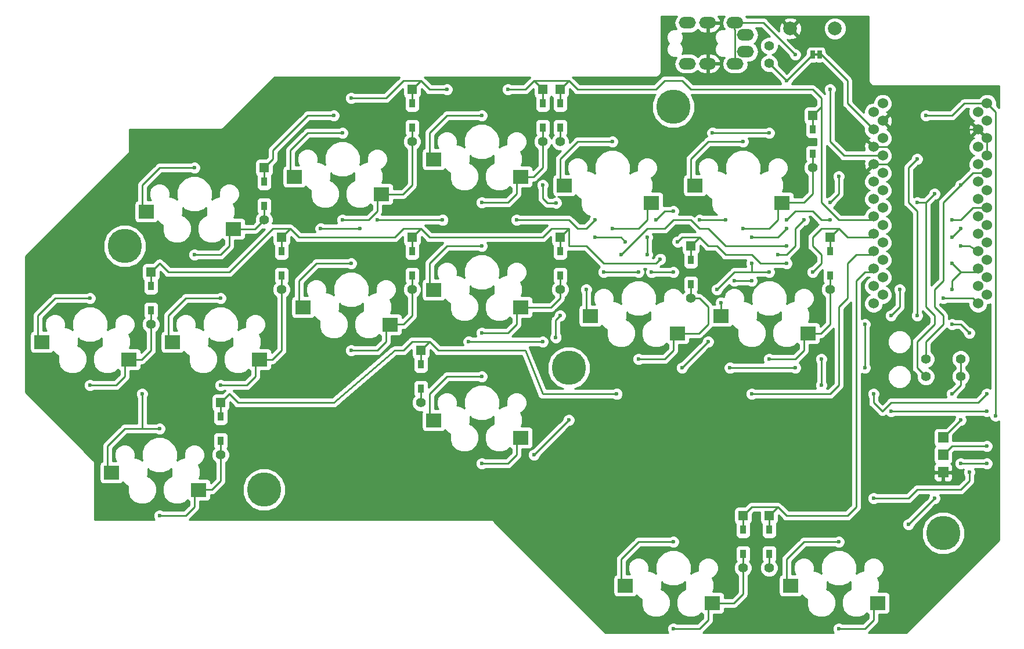
<source format=gtl>
G04 #@! TF.GenerationSoftware,KiCad,Pcbnew,5.0.2+dfsg1-1~bpo9+1*
G04 #@! TF.CreationDate,2019-02-28T23:45:42+09:00*
G04 #@! TF.ProjectId,bonsai,626f6e73-6169-42e6-9b69-6361645f7063,v 1.1*
G04 #@! TF.SameCoordinates,Original*
G04 #@! TF.FileFunction,Copper,L1,Top*
G04 #@! TF.FilePolarity,Positive*
%FSLAX46Y46*%
G04 Gerber Fmt 4.6, Leading zero omitted, Abs format (unit mm)*
G04 Created by KiCad (PCBNEW 5.0.2+dfsg1-1~bpo9+1) date 2019年02月28日 23時45分42秒*
%MOMM*%
%LPD*%
G01*
G04 APERTURE LIST*
G04 #@! TA.AperFunction,SMDPad,CuDef*
%ADD10R,2.300000X2.000000*%
G04 #@! TD*
G04 #@! TA.AperFunction,SMDPad,CuDef*
%ADD11R,0.950000X1.300000*%
G04 #@! TD*
G04 #@! TA.AperFunction,ComponentPad*
%ADD12C,1.397000*%
G04 #@! TD*
G04 #@! TA.AperFunction,ComponentPad*
%ADD13R,1.397000X1.397000*%
G04 #@! TD*
G04 #@! TA.AperFunction,ComponentPad*
%ADD14O,2.500000X1.700000*%
G04 #@! TD*
G04 #@! TA.AperFunction,SMDPad,CuDef*
%ADD15R,1.524000X1.524000*%
G04 #@! TD*
G04 #@! TA.AperFunction,SMDPad,CuDef*
%ADD16R,0.635000X1.143000*%
G04 #@! TD*
G04 #@! TA.AperFunction,SMDPad,CuDef*
%ADD17R,0.381000X0.381000*%
G04 #@! TD*
G04 #@! TA.AperFunction,ComponentPad*
%ADD18C,2.000000*%
G04 #@! TD*
G04 #@! TA.AperFunction,ComponentPad*
%ADD19C,1.524000*%
G04 #@! TD*
G04 #@! TA.AperFunction,WasherPad*
%ADD20C,5.000000*%
G04 #@! TD*
G04 #@! TA.AperFunction,ViaPad*
%ADD21C,0.600000*%
G04 #@! TD*
G04 #@! TA.AperFunction,Conductor*
%ADD22C,0.250000*%
G04 #@! TD*
G04 #@! TA.AperFunction,Conductor*
%ADD23C,0.254000*%
G04 #@! TD*
G04 APERTURE END LIST*
D10*
G04 #@! TO.P,SW2,1*
G04 #@! TO.N,COL0*
X83170000Y-105450000D03*
G04 #@! TO.P,SW2,2*
G04 #@! TO.N,Net-(D1-Pad2)*
X95870000Y-107990000D03*
G04 #@! TD*
G04 #@! TO.P,SW14,1*
G04 #@! TO.N,COL5*
X182230000Y-101640000D03*
G04 #@! TO.P,SW14,2*
G04 #@! TO.N,Net-(D13-Pad2)*
X194930000Y-104180000D03*
G04 #@! TD*
G04 #@! TO.P,SW10,2*
G04 #@! TO.N,Net-(D9-Pad2)*
X153020000Y-119420000D03*
G04 #@! TO.P,SW10,1*
G04 #@! TO.N,COL3*
X140320000Y-116880000D03*
G04 #@! TD*
D11*
G04 #@! TO.P,D1,2*
G04 #@! TO.N,Net-(D1-Pad2)*
X99060000Y-100835000D03*
D12*
X99060000Y-102870000D03*
D13*
G04 #@! TO.P,D1,1*
G04 #@! TO.N,ROW1*
X99060000Y-95250000D03*
D11*
X99060000Y-97285000D03*
G04 #@! TD*
G04 #@! TO.P,D2,1*
G04 #@! TO.N,ROW2*
X109220000Y-116335000D03*
D13*
X109220000Y-114300000D03*
D12*
G04 #@! TO.P,D2,2*
G04 #@! TO.N,Net-(D2-Pad2)*
X109220000Y-121920000D03*
D11*
X109220000Y-119885000D03*
G04 #@! TD*
G04 #@! TO.P,D3,1*
G04 #@! TO.N,ROW0*
X115570000Y-82045000D03*
D13*
X115570000Y-80010000D03*
D12*
G04 #@! TO.P,D3,2*
G04 #@! TO.N,Net-(D3-Pad2)*
X115570000Y-87630000D03*
D11*
X115570000Y-85595000D03*
G04 #@! TD*
G04 #@! TO.P,D4,2*
G04 #@! TO.N,Net-(D4-Pad2)*
X118110000Y-95755000D03*
D12*
X118110000Y-97790000D03*
D13*
G04 #@! TO.P,D4,1*
G04 #@! TO.N,ROW1*
X118110000Y-90170000D03*
D11*
X118110000Y-92205000D03*
G04 #@! TD*
G04 #@! TO.P,D5,1*
G04 #@! TO.N,ROW0*
X137160000Y-70615000D03*
D13*
X137160000Y-68580000D03*
D12*
G04 #@! TO.P,D5,2*
G04 #@! TO.N,Net-(D5-Pad2)*
X137160000Y-76200000D03*
D11*
X137160000Y-74165000D03*
G04 #@! TD*
G04 #@! TO.P,D6,2*
G04 #@! TO.N,Net-(D6-Pad2)*
X137160000Y-95755000D03*
D12*
X137160000Y-97790000D03*
D13*
G04 #@! TO.P,D6,1*
G04 #@! TO.N,ROW1*
X137160000Y-90170000D03*
D11*
X137160000Y-92205000D03*
G04 #@! TD*
G04 #@! TO.P,D7,2*
G04 #@! TO.N,Net-(D7-Pad2)*
X156210000Y-74165000D03*
D12*
X156210000Y-76200000D03*
D13*
G04 #@! TO.P,D7,1*
G04 #@! TO.N,ROW0*
X156210000Y-68580000D03*
D11*
X156210000Y-70615000D03*
G04 #@! TD*
G04 #@! TO.P,D8,1*
G04 #@! TO.N,ROW1*
X158750000Y-92205000D03*
D13*
X158750000Y-90170000D03*
D12*
G04 #@! TO.P,D8,2*
G04 #@! TO.N,Net-(D8-Pad2)*
X158750000Y-97790000D03*
D11*
X158750000Y-95755000D03*
G04 #@! TD*
G04 #@! TO.P,D9,2*
G04 #@! TO.N,Net-(D9-Pad2)*
X138430000Y-112265000D03*
D12*
X138430000Y-114300000D03*
D13*
G04 #@! TO.P,D9,1*
G04 #@! TO.N,ROW2*
X138430000Y-106680000D03*
D11*
X138430000Y-108715000D03*
G04 #@! TD*
G04 #@! TO.P,D10,1*
G04 #@! TO.N,ROW0*
X158750000Y-70615000D03*
D13*
X158750000Y-68580000D03*
D12*
G04 #@! TO.P,D10,2*
G04 #@! TO.N,Net-(D10-Pad2)*
X158750000Y-76200000D03*
D11*
X158750000Y-74165000D03*
G04 #@! TD*
G04 #@! TO.P,D11,1*
G04 #@! TO.N,ROW1*
X177800000Y-93475000D03*
D13*
X177800000Y-91440000D03*
D12*
G04 #@! TO.P,D11,2*
G04 #@! TO.N,Net-(D11-Pad2)*
X177800000Y-99060000D03*
D11*
X177800000Y-97025000D03*
G04 #@! TD*
G04 #@! TO.P,D12,2*
G04 #@! TO.N,Net-(D12-Pad2)*
X195580000Y-77975000D03*
D12*
X195580000Y-80010000D03*
D13*
G04 #@! TO.P,D12,1*
G04 #@! TO.N,ROW0*
X195580000Y-72390000D03*
D11*
X195580000Y-74425000D03*
G04 #@! TD*
G04 #@! TO.P,D13,1*
G04 #@! TO.N,ROW1*
X198120000Y-92205000D03*
D13*
X198120000Y-90170000D03*
D12*
G04 #@! TO.P,D13,2*
G04 #@! TO.N,Net-(D13-Pad2)*
X198120000Y-97790000D03*
D11*
X198120000Y-95755000D03*
G04 #@! TD*
G04 #@! TO.P,D14,1*
G04 #@! TO.N,ROW3*
X185420000Y-132845000D03*
D13*
X185420000Y-130810000D03*
D12*
G04 #@! TO.P,D14,2*
G04 #@! TO.N,Net-(D14-Pad2)*
X185420000Y-138430000D03*
D11*
X185420000Y-136395000D03*
G04 #@! TD*
G04 #@! TO.P,D15,2*
G04 #@! TO.N,Net-(D15-Pad2)*
X189230000Y-136395000D03*
D12*
X189230000Y-138430000D03*
D13*
G04 #@! TO.P,D15,1*
G04 #@! TO.N,ROW3*
X189230000Y-130810000D03*
D11*
X189230000Y-132845000D03*
G04 #@! TD*
D14*
G04 #@! TO.P,J1,D*
G04 #@! TO.N,VCC*
X184290000Y-64810000D03*
G04 #@! TO.P,J1,A*
G04 #@! TO.N,Net-(J1-PadA)*
X185790000Y-60610000D03*
G04 #@! TO.P,J1,B*
G04 #@! TO.N,Net-(J1-PadB)*
X177290000Y-64810000D03*
G04 #@! TO.P,J1,C*
G04 #@! TO.N,GND*
X180290000Y-64810000D03*
G04 #@! TO.P,J1,B*
G04 #@! TO.N,Net-(J1-PadB)*
X177290000Y-58860000D03*
G04 #@! TO.P,J1,C*
G04 #@! TO.N,GND*
X180290000Y-58860000D03*
G04 #@! TO.P,J1,D*
G04 #@! TO.N,VCC*
X184290000Y-58860000D03*
G04 #@! TO.P,J1,A*
G04 #@! TO.N,Net-(J1-PadA)*
X185790000Y-63060000D03*
G04 #@! TD*
D12*
G04 #@! TO.P,J2,1*
G04 #@! TO.N,Net-(J1-PadA)*
X189230000Y-62230000D03*
G04 #@! TD*
G04 #@! TO.P,J3,1*
G04 #@! TO.N,Net-(J1-PadB)*
X189230000Y-64770000D03*
G04 #@! TD*
D15*
G04 #@! TO.P,J4,3*
G04 #@! TO.N,VCC*
X214630000Y-119380000D03*
G04 #@! TO.P,J4,2*
G04 #@! TO.N,LED*
X214630000Y-121920000D03*
G04 #@! TO.P,J4,1*
G04 #@! TO.N,GND*
X214630000Y-124460000D03*
G04 #@! TD*
D16*
G04 #@! TO.P,JP1,1*
G04 #@! TO.N,DATA*
X196580760Y-63500000D03*
G04 #@! TO.P,JP1,2*
G04 #@! TO.N,Net-(J1-PadB)*
X195580000Y-63500000D03*
D17*
G04 #@! TO.P,JP1,*
G04 #@! TO.N,*
X196080380Y-63500000D03*
G04 #@! TD*
D12*
G04 #@! TO.P,R1,2*
G04 #@! TO.N,SDA*
X212090000Y-107950000D03*
G04 #@! TO.P,R1,1*
G04 #@! TO.N,VCC*
X217170000Y-107950000D03*
G04 #@! TD*
G04 #@! TO.P,R2,1*
G04 #@! TO.N,VCC*
X217170000Y-110490000D03*
G04 #@! TO.P,R2,2*
G04 #@! TO.N,SCL*
X212090000Y-110490000D03*
G04 #@! TD*
D18*
G04 #@! TO.P,SW1,1*
G04 #@! TO.N,Net-(SW1-Pad1)*
X198830000Y-59690000D03*
G04 #@! TO.P,SW1,2*
G04 #@! TO.N,GND*
X192330000Y-59690000D03*
G04 #@! TD*
D10*
G04 #@! TO.P,SW3,2*
G04 #@! TO.N,Net-(D2-Pad2)*
X106030000Y-127040000D03*
G04 #@! TO.P,SW3,1*
G04 #@! TO.N,COL0*
X93330000Y-124500000D03*
G04 #@! TD*
G04 #@! TO.P,SW4,1*
G04 #@! TO.N,COL1*
X98410000Y-86400000D03*
G04 #@! TO.P,SW4,2*
G04 #@! TO.N,Net-(D3-Pad2)*
X111110000Y-88940000D03*
G04 #@! TD*
G04 #@! TO.P,SW5,2*
G04 #@! TO.N,Net-(D4-Pad2)*
X114920000Y-107990000D03*
G04 #@! TO.P,SW5,1*
G04 #@! TO.N,COL1*
X102220000Y-105450000D03*
G04 #@! TD*
G04 #@! TO.P,SW6,2*
G04 #@! TO.N,Net-(D5-Pad2)*
X132700000Y-83860000D03*
G04 #@! TO.P,SW6,1*
G04 #@! TO.N,COL2*
X120000000Y-81320000D03*
G04 #@! TD*
G04 #@! TO.P,SW7,2*
G04 #@! TO.N,Net-(D6-Pad2)*
X133970000Y-102910000D03*
G04 #@! TO.P,SW7,1*
G04 #@! TO.N,COL2*
X121270000Y-100370000D03*
G04 #@! TD*
G04 #@! TO.P,SW8,1*
G04 #@! TO.N,COL3*
X140320000Y-78780000D03*
G04 #@! TO.P,SW8,2*
G04 #@! TO.N,Net-(D7-Pad2)*
X153020000Y-81320000D03*
G04 #@! TD*
G04 #@! TO.P,SW9,1*
G04 #@! TO.N,COL3*
X140320000Y-97830000D03*
G04 #@! TO.P,SW9,2*
G04 #@! TO.N,Net-(D8-Pad2)*
X153020000Y-100370000D03*
G04 #@! TD*
G04 #@! TO.P,SW11,2*
G04 #@! TO.N,Net-(D10-Pad2)*
X172070000Y-85130000D03*
G04 #@! TO.P,SW11,1*
G04 #@! TO.N,COL4*
X159370000Y-82590000D03*
G04 #@! TD*
G04 #@! TO.P,SW12,1*
G04 #@! TO.N,COL4*
X163180000Y-101640000D03*
G04 #@! TO.P,SW12,2*
G04 #@! TO.N,Net-(D11-Pad2)*
X175880000Y-104180000D03*
G04 #@! TD*
G04 #@! TO.P,SW13,1*
G04 #@! TO.N,COL5*
X178420000Y-82590000D03*
G04 #@! TO.P,SW13,2*
G04 #@! TO.N,Net-(D12-Pad2)*
X191120000Y-85130000D03*
G04 #@! TD*
G04 #@! TO.P,SW15,1*
G04 #@! TO.N,COL5*
X168260000Y-141010000D03*
G04 #@! TO.P,SW15,2*
G04 #@! TO.N,Net-(D14-Pad2)*
X180960000Y-143550000D03*
G04 #@! TD*
G04 #@! TO.P,SW16,2*
G04 #@! TO.N,Net-(D15-Pad2)*
X205090000Y-143550000D03*
G04 #@! TO.P,SW16,1*
G04 #@! TO.N,COL6*
X192390000Y-141010000D03*
G04 #@! TD*
D19*
G04 #@! TO.P,U1,24*
G04 #@! TO.N,Net-(U1-Pad24)*
X205796400Y-70612000D03*
G04 #@! TO.P,U1,23*
G04 #@! TO.N,GND*
X205796400Y-73152000D03*
G04 #@! TO.P,U1,22*
G04 #@! TO.N,Net-(SW1-Pad1)*
X205796400Y-75692000D03*
G04 #@! TO.P,U1,21*
G04 #@! TO.N,VCC*
X205796400Y-78232000D03*
G04 #@! TO.P,U1,20*
G04 #@! TO.N,COL0*
X205796400Y-80772000D03*
G04 #@! TO.P,U1,19*
G04 #@! TO.N,COL1*
X205796400Y-83312000D03*
G04 #@! TO.P,U1,18*
G04 #@! TO.N,COL2*
X205796400Y-85852000D03*
G04 #@! TO.P,U1,17*
G04 #@! TO.N,COL3*
X205796400Y-88392000D03*
G04 #@! TO.P,U1,16*
G04 #@! TO.N,COL4*
X205796400Y-90932000D03*
G04 #@! TO.P,U1,15*
G04 #@! TO.N,COL5*
X205796400Y-93472000D03*
G04 #@! TO.P,U1,14*
G04 #@! TO.N,COL6*
X205796400Y-96012000D03*
G04 #@! TO.P,U1,13*
G04 #@! TO.N,Net-(U1-Pad13)*
X205796400Y-98552000D03*
G04 #@! TO.P,U1,12*
G04 #@! TO.N,Net-(U1-Pad12)*
X221016400Y-98552000D03*
G04 #@! TO.P,U1,11*
G04 #@! TO.N,Net-(U1-Pad11)*
X221016400Y-96012000D03*
G04 #@! TO.P,U1,10*
G04 #@! TO.N,ROW3*
X221016400Y-93472000D03*
G04 #@! TO.P,U1,9*
G04 #@! TO.N,ROW2*
X221016400Y-90932000D03*
G04 #@! TO.P,U1,8*
G04 #@! TO.N,ROW1*
X221016400Y-88392000D03*
G04 #@! TO.P,U1,7*
G04 #@! TO.N,ROW0*
X221016400Y-85852000D03*
G04 #@! TO.P,U1,6*
G04 #@! TO.N,SCL*
X221016400Y-83312000D03*
G04 #@! TO.P,U1,5*
G04 #@! TO.N,SDA*
X221016400Y-80772000D03*
G04 #@! TO.P,U1,4*
G04 #@! TO.N,GND*
X221016400Y-78232000D03*
G04 #@! TO.P,U1,3*
X221016400Y-75692000D03*
G04 #@! TO.P,U1,2*
G04 #@! TO.N,DATA*
X221016400Y-73152000D03*
G04 #@! TO.P,U1,1*
G04 #@! TO.N,LED*
X221016400Y-70612000D03*
X204470000Y-71882000D03*
G04 #@! TO.P,U1,2*
G04 #@! TO.N,DATA*
X204470000Y-74422000D03*
G04 #@! TO.P,U1,3*
G04 #@! TO.N,GND*
X204470000Y-76962000D03*
G04 #@! TO.P,U1,4*
X204470000Y-79502000D03*
G04 #@! TO.P,U1,5*
G04 #@! TO.N,SDA*
X204470000Y-82042000D03*
G04 #@! TO.P,U1,6*
G04 #@! TO.N,SCL*
X204470000Y-84582000D03*
G04 #@! TO.P,U1,7*
G04 #@! TO.N,ROW0*
X204470000Y-87122000D03*
G04 #@! TO.P,U1,8*
G04 #@! TO.N,ROW1*
X204470000Y-89662000D03*
G04 #@! TO.P,U1,9*
G04 #@! TO.N,ROW2*
X204470000Y-92202000D03*
G04 #@! TO.P,U1,10*
G04 #@! TO.N,ROW3*
X204470000Y-94742000D03*
G04 #@! TO.P,U1,11*
G04 #@! TO.N,Net-(U1-Pad11)*
X204470000Y-97282000D03*
G04 #@! TO.P,U1,12*
G04 #@! TO.N,Net-(U1-Pad12)*
X204470000Y-99822000D03*
G04 #@! TO.P,U1,13*
G04 #@! TO.N,Net-(U1-Pad13)*
X219710000Y-99822000D03*
G04 #@! TO.P,U1,14*
G04 #@! TO.N,COL6*
X219710000Y-97282000D03*
G04 #@! TO.P,U1,15*
G04 #@! TO.N,COL5*
X219710000Y-94742000D03*
G04 #@! TO.P,U1,16*
G04 #@! TO.N,COL4*
X219710000Y-92202000D03*
G04 #@! TO.P,U1,17*
G04 #@! TO.N,COL3*
X219710000Y-89662000D03*
G04 #@! TO.P,U1,18*
G04 #@! TO.N,COL2*
X219710000Y-87122000D03*
G04 #@! TO.P,U1,19*
G04 #@! TO.N,COL1*
X219710000Y-84582000D03*
G04 #@! TO.P,U1,20*
G04 #@! TO.N,COL0*
X219710000Y-82042000D03*
G04 #@! TO.P,U1,21*
G04 #@! TO.N,VCC*
X219710000Y-79502000D03*
G04 #@! TO.P,U1,22*
G04 #@! TO.N,Net-(SW1-Pad1)*
X219710000Y-76962000D03*
G04 #@! TO.P,U1,23*
G04 #@! TO.N,GND*
X219710000Y-74422000D03*
G04 #@! TO.P,U1,24*
G04 #@! TO.N,Net-(U1-Pad24)*
X219710000Y-71882000D03*
G04 #@! TD*
D20*
G04 #@! TO.P,Ref\002A\002A,*
G04 #@! TO.N,*
X214630000Y-133350000D03*
G04 #@! TD*
G04 #@! TO.P,Ref\002A\002A,*
G04 #@! TO.N,*
X95250000Y-91440000D03*
G04 #@! TD*
G04 #@! TO.P,Ref\002A\002A,*
G04 #@! TO.N,*
X115570000Y-127000000D03*
G04 #@! TD*
G04 #@! TO.P,Ref\002A\002A,*
G04 #@! TO.N,*
X175260000Y-71120000D03*
G04 #@! TD*
G04 #@! TO.P,Ref\002A\002A,*
G04 #@! TO.N,*
X160020000Y-109220000D03*
G04 #@! TD*
D21*
G04 #@! TO.N,Net-(D1-Pad2)*
X90170000Y-111760000D03*
G04 #@! TO.N,ROW1*
X217170000Y-88900000D03*
X215900000Y-90170000D03*
X173355000Y-93345000D03*
X175895000Y-90805000D03*
X191770000Y-93980000D03*
X195580000Y-95250000D03*
G04 #@! TO.N,ROW2*
X186690000Y-113030000D03*
X167005000Y-113030000D03*
G04 #@! TO.N,Net-(D2-Pad2)*
X100330000Y-130810000D03*
G04 #@! TO.N,ROW0*
X215900000Y-87630000D03*
X142240000Y-68580000D03*
X151130000Y-68580000D03*
X125730000Y-72390000D03*
X128270000Y-69850000D03*
G04 #@! TO.N,Net-(D3-Pad2)*
X105410000Y-92710000D03*
G04 #@! TO.N,Net-(D4-Pad2)*
X109220000Y-111760000D03*
G04 #@! TO.N,Net-(D5-Pad2)*
X127000000Y-87630000D03*
G04 #@! TO.N,Net-(D6-Pad2)*
X128270000Y-106680000D03*
G04 #@! TO.N,Net-(D7-Pad2)*
X147320000Y-85090000D03*
G04 #@! TO.N,Net-(D8-Pad2)*
X147320000Y-104140000D03*
G04 #@! TO.N,Net-(D9-Pad2)*
X147320000Y-123190000D03*
G04 #@! TO.N,Net-(D10-Pad2)*
X166370000Y-88900000D03*
X158155000Y-85130000D03*
X156210000Y-82550000D03*
G04 #@! TO.N,Net-(D11-Pad2)*
X170180000Y-107950000D03*
G04 #@! TO.N,Net-(D12-Pad2)*
X185420000Y-88900000D03*
G04 #@! TO.N,Net-(D13-Pad2)*
X189230000Y-107950000D03*
G04 #@! TO.N,Net-(D14-Pad2)*
X175260000Y-147320000D03*
G04 #@! TO.N,Net-(D15-Pad2)*
X199390000Y-147320000D03*
G04 #@! TO.N,VCC*
X217170000Y-116840000D03*
X215900000Y-113030000D03*
X193040000Y-63500000D03*
X198120000Y-68580000D03*
X210820000Y-101600000D03*
X210820000Y-78740000D03*
G04 #@! TO.N,Net-(J1-PadB)*
X191770000Y-67310000D03*
G04 #@! TO.N,GND*
X209550000Y-113030000D03*
X208280000Y-118110000D03*
X212090000Y-119380000D03*
X158750000Y-135890000D03*
X194310000Y-115570000D03*
X200660000Y-76200000D03*
X217170000Y-74930000D03*
X214630000Y-107950000D03*
X207010000Y-125730000D03*
X180290000Y-62230000D03*
X195580000Y-59690000D03*
X186690000Y-67230000D03*
X203200000Y-69850000D03*
X219710000Y-68580000D03*
G04 #@! TO.N,LED*
X217170000Y-123190000D03*
X212090000Y-72390000D03*
X222250000Y-116205000D03*
X220980000Y-123190000D03*
X220980000Y-120650000D03*
G04 #@! TO.N,SDA*
X217170000Y-82550000D03*
G04 #@! TO.N,SCL*
X210820000Y-85090000D03*
X213360000Y-83820000D03*
G04 #@! TO.N,COL0*
X97790000Y-113030000D03*
X90170000Y-99060000D03*
X100330000Y-118110000D03*
X199390000Y-81280000D03*
X198120000Y-85090000D03*
X194310000Y-87630000D03*
X190500000Y-92710000D03*
X180340000Y-105410000D03*
X176530000Y-109220000D03*
X160020000Y-116840000D03*
X154940000Y-121920000D03*
X184150000Y-96520000D03*
X186690000Y-96520000D03*
G04 #@! TO.N,COL1*
X105410000Y-80010000D03*
X109220000Y-99060000D03*
X175260000Y-86360000D03*
X172720000Y-87630000D03*
X163830000Y-87630000D03*
X132080000Y-87630000D03*
X152400000Y-87630000D03*
X141605000Y-87630000D03*
X189230000Y-74930000D03*
X180975000Y-74930000D03*
X129540000Y-88900000D03*
X123825000Y-88900000D03*
G04 #@! TO.N,COL2*
X128270000Y-93980000D03*
X127000000Y-74930000D03*
X167640000Y-92710000D03*
X156210000Y-105410000D03*
X191770000Y-91440000D03*
X158115000Y-104775000D03*
X158750000Y-101600000D03*
X145415000Y-105410000D03*
G04 #@! TO.N,COL3*
X147320000Y-91440000D03*
X147320000Y-72390000D03*
X147320000Y-110490000D03*
X182880000Y-87630000D03*
X179070000Y-87630000D03*
X191770000Y-87630000D03*
X198120000Y-87630000D03*
X168275000Y-90805000D03*
X163830000Y-90170000D03*
G04 #@! TO.N,COL4*
X170180000Y-95250000D03*
X166370000Y-76200000D03*
X203200000Y-109220000D03*
X171450000Y-92710000D03*
X171450000Y-90170000D03*
X203200000Y-102870000D03*
X217170000Y-91440000D03*
X162560000Y-97790000D03*
X165100000Y-95250000D03*
X172085000Y-95250000D03*
X175260000Y-95250000D03*
X193040000Y-109220000D03*
X183515000Y-109220000D03*
G04 #@! TO.N,COL5*
X175260000Y-134620000D03*
X189230000Y-95250000D03*
X185420000Y-76200000D03*
X204470000Y-128270000D03*
X215900000Y-102870000D03*
X218440000Y-104140000D03*
X186690000Y-93980000D03*
X186690000Y-90170000D03*
X191770000Y-88900000D03*
X196850000Y-111760000D03*
X196850000Y-107950000D03*
X218440000Y-124460000D03*
X215900000Y-93980000D03*
X215900000Y-97790000D03*
X181610000Y-97790000D03*
X182245000Y-99695000D03*
G04 #@! TO.N,COL6*
X199390000Y-134620000D03*
X213360000Y-128270000D03*
X209550000Y-132080000D03*
G04 #@! TO.N,Net-(U1-Pad13)*
X214630000Y-99060000D03*
G04 #@! TO.N,Net-(U1-Pad12)*
X220980000Y-113030000D03*
X204470000Y-113030000D03*
G04 #@! TO.N,Net-(U1-Pad11)*
X220980000Y-115570000D03*
X207010000Y-115570000D03*
X207010000Y-101600000D03*
X208280000Y-97790000D03*
G04 #@! TD*
D22*
G04 #@! TO.N,Net-(D1-Pad2)*
X95250000Y-110490000D02*
X95250000Y-107950000D01*
X90170000Y-111760000D02*
X93980000Y-111760000D01*
X93980000Y-111760000D02*
X95250000Y-110490000D01*
X99060000Y-106680000D02*
X99060000Y-102870000D01*
X97750000Y-107990000D02*
X99060000Y-106680000D01*
X95870000Y-107990000D02*
X97750000Y-107990000D01*
X99060000Y-102870000D02*
X99060000Y-100835000D01*
G04 #@! TO.N,ROW1*
X200660000Y-90170000D02*
X204470000Y-90170000D01*
X199390000Y-88900000D02*
X200660000Y-90170000D01*
X196850000Y-88900000D02*
X199390000Y-88900000D01*
X134620000Y-90170000D02*
X135890000Y-88900000D01*
X116840000Y-88900000D02*
X119380000Y-88900000D01*
X135890000Y-88900000D02*
X138430000Y-88900000D01*
X99060000Y-95250000D02*
X100330000Y-93980000D01*
X119380000Y-88900000D02*
X120650000Y-90170000D01*
X100330000Y-93980000D02*
X101600000Y-95250000D01*
X160020000Y-91440000D02*
X162560000Y-91440000D01*
X120650000Y-90170000D02*
X134620000Y-90170000D01*
X101600000Y-95250000D02*
X110490000Y-95250000D01*
X157480000Y-88900000D02*
X160020000Y-88900000D01*
X139700000Y-90170000D02*
X156210000Y-90170000D01*
X160020000Y-88900000D02*
X160020000Y-91440000D01*
X162560000Y-91440000D02*
X165100000Y-93980000D01*
X165100000Y-93980000D02*
X172720000Y-93980000D01*
X176530000Y-90170000D02*
X179070000Y-90170000D01*
X138430000Y-88900000D02*
X139700000Y-90170000D01*
X110490000Y-95250000D02*
X116840000Y-88900000D01*
X156210000Y-90170000D02*
X157480000Y-88900000D01*
X119380000Y-88900000D02*
X118110000Y-90170000D01*
X138430000Y-88900000D02*
X137160000Y-90170000D01*
X199390000Y-88900000D02*
X198120000Y-90170000D01*
X179070000Y-90170000D02*
X177800000Y-91440000D01*
X160020000Y-88900000D02*
X158750000Y-90170000D01*
X158750000Y-90170000D02*
X158750000Y-91440000D01*
X158750000Y-91440000D02*
X158750000Y-92205000D01*
X137160000Y-90170000D02*
X137160000Y-92205000D01*
X177800000Y-91440000D02*
X177800000Y-93475000D01*
X198120000Y-90170000D02*
X198120000Y-92205000D01*
X99060000Y-97285000D02*
X99060000Y-95250000D01*
X118110000Y-92205000D02*
X118110000Y-90170000D01*
X215900000Y-90170000D02*
X215900000Y-90170000D01*
X217170000Y-88900000D02*
X217170000Y-88900000D01*
X215900000Y-90170000D02*
X217170000Y-88900000D01*
X189230000Y-93980000D02*
X187960000Y-93980000D01*
X187960000Y-93980000D02*
X186690000Y-92710000D01*
X182880000Y-92710000D02*
X186690000Y-92710000D01*
X181610000Y-91440000D02*
X182880000Y-92710000D01*
X180340000Y-91440000D02*
X181610000Y-91440000D01*
X179070000Y-90170000D02*
X180340000Y-91440000D01*
X196850000Y-88900000D02*
X195580000Y-90170000D01*
X195580000Y-90170000D02*
X195580000Y-91440000D01*
X195580000Y-91440000D02*
X196850000Y-92710000D01*
X196850000Y-92710000D02*
X196850000Y-93980000D01*
X196850000Y-93980000D02*
X195580000Y-95250000D01*
X172720000Y-93980000D02*
X173355000Y-93345000D01*
X176530000Y-90170000D02*
X175895000Y-90805000D01*
X173355000Y-93345000D02*
X173355000Y-93345000D01*
X175895000Y-90805000D02*
X175895000Y-90805000D01*
X189230000Y-93980000D02*
X191770000Y-93980000D01*
X191770000Y-93980000D02*
X191770000Y-93980000D01*
X195580000Y-95250000D02*
X195580000Y-95250000D01*
G04 #@! TO.N,ROW2*
X110490000Y-113030000D02*
X109220000Y-114300000D01*
X111760000Y-114300000D02*
X110490000Y-113030000D01*
X125730000Y-114300000D02*
X111760000Y-114300000D01*
X135890000Y-106680000D02*
X134620000Y-106680000D01*
X137160000Y-105410000D02*
X135890000Y-106680000D01*
X139700000Y-105410000D02*
X137160000Y-105410000D01*
X134620000Y-106680000D02*
X125730000Y-114300000D01*
X200660000Y-93980000D02*
X200660000Y-99060000D01*
X200660000Y-99060000D02*
X199390000Y-100330000D01*
X201930000Y-92710000D02*
X200660000Y-93980000D01*
X204470000Y-92710000D02*
X201930000Y-92710000D01*
X199390000Y-111760000D02*
X198120000Y-113030000D01*
X156210000Y-113030000D02*
X153670000Y-106680000D01*
X199390000Y-100330000D02*
X199390000Y-111760000D01*
X153670000Y-106680000D02*
X140970000Y-106680000D01*
X140970000Y-106680000D02*
X139700000Y-105410000D01*
X139700000Y-105410000D02*
X138430000Y-106680000D01*
X138430000Y-106680000D02*
X138430000Y-108715000D01*
X109220000Y-116335000D02*
X109220000Y-114300000D01*
X156210000Y-113030000D02*
X167005000Y-113030000D01*
X198120000Y-113030000D02*
X186690000Y-113030000D01*
X186690000Y-113030000D02*
X186690000Y-113030000D01*
X167005000Y-113030000D02*
X167005000Y-113030000D01*
G04 #@! TO.N,Net-(D2-Pad2)*
X105410000Y-129540000D02*
X105410000Y-127000000D01*
X100330000Y-130810000D02*
X104140000Y-130810000D01*
X104140000Y-130810000D02*
X105410000Y-129540000D01*
X109220000Y-125730000D02*
X109220000Y-121920000D01*
X106180000Y-127040000D02*
X106220000Y-127000000D01*
X106030000Y-127040000D02*
X106180000Y-127040000D01*
X107950000Y-127000000D02*
X109220000Y-125730000D01*
X106220000Y-127000000D02*
X107950000Y-127000000D01*
X109220000Y-121920000D02*
X109220000Y-119885000D01*
G04 #@! TO.N,ROW0*
X199390000Y-87630000D02*
X204470000Y-87630000D01*
X196850000Y-69850000D02*
X196850000Y-85090000D01*
X173990000Y-67310000D02*
X176530000Y-67310000D01*
X172720000Y-68580000D02*
X173990000Y-67310000D01*
X196850000Y-85090000D02*
X199390000Y-87630000D01*
X162560000Y-68580000D02*
X172720000Y-68580000D01*
X195580000Y-68580000D02*
X196850000Y-69850000D01*
X176530000Y-67310000D02*
X177800000Y-68580000D01*
X177800000Y-68580000D02*
X195580000Y-68580000D01*
X138430000Y-67310000D02*
X137160000Y-68580000D01*
X115570000Y-80010000D02*
X116840000Y-78740000D01*
X135890000Y-67310000D02*
X138430000Y-67310000D01*
X116840000Y-77470000D02*
X121920000Y-72390000D01*
X133350000Y-69850000D02*
X135890000Y-67310000D01*
X116840000Y-78740000D02*
X116840000Y-77470000D01*
X128270000Y-69850000D02*
X128270000Y-69850000D01*
X121920000Y-72390000D02*
X125730000Y-72390000D01*
X156210000Y-68580000D02*
X154940000Y-67310000D01*
X158750000Y-68580000D02*
X160020000Y-67310000D01*
X138430000Y-67310000D02*
X139700000Y-68580000D01*
X160020000Y-67310000D02*
X161290000Y-68580000D01*
X161290000Y-68580000D02*
X162560000Y-68580000D01*
X154940000Y-67310000D02*
X160020000Y-67310000D01*
X154940000Y-67310000D02*
X153670000Y-68580000D01*
X153670000Y-68580000D02*
X151130000Y-68580000D01*
X195580000Y-72390000D02*
X196850000Y-71120000D01*
X115570000Y-80010000D02*
X115570000Y-82045000D01*
X137160000Y-68580000D02*
X137160000Y-70615000D01*
X156210000Y-68580000D02*
X156210000Y-70615000D01*
X158750000Y-68580000D02*
X158750000Y-70615000D01*
X195580000Y-72390000D02*
X195580000Y-74425000D01*
X218948000Y-85852000D02*
X221016400Y-85852000D01*
X217170000Y-87630000D02*
X218948000Y-85852000D01*
X215900000Y-87630000D02*
X217170000Y-87630000D01*
X139700000Y-68580000D02*
X142240000Y-68580000D01*
X142240000Y-68580000D02*
X142240000Y-68580000D01*
X151130000Y-68580000D02*
X151130000Y-68580000D01*
X125730000Y-72390000D02*
X125730000Y-72390000D01*
X128270000Y-69850000D02*
X133350000Y-69850000D01*
G04 #@! TO.N,Net-(D3-Pad2)*
X110490000Y-91440000D02*
X110490000Y-88900000D01*
X109220000Y-92710000D02*
X110490000Y-91440000D01*
X105410000Y-92710000D02*
X109220000Y-92710000D01*
X114260000Y-88940000D02*
X111110000Y-88940000D01*
X115570000Y-87630000D02*
X114260000Y-88940000D01*
X115570000Y-85595000D02*
X115570000Y-87630000D01*
G04 #@! TO.N,Net-(D4-Pad2)*
X114300000Y-110490000D02*
X114300000Y-107950000D01*
X109220000Y-111760000D02*
X113030000Y-111760000D01*
X113030000Y-111760000D02*
X114300000Y-110490000D01*
X118110000Y-106680000D02*
X118110000Y-97790000D01*
X114920000Y-107990000D02*
X116800000Y-107990000D01*
X116800000Y-107990000D02*
X118110000Y-106680000D01*
X118110000Y-97790000D02*
X118110000Y-95755000D01*
G04 #@! TO.N,Net-(D5-Pad2)*
X132080000Y-86360000D02*
X132080000Y-83820000D01*
X127000000Y-87630000D02*
X130810000Y-87630000D01*
X130810000Y-87630000D02*
X132080000Y-86360000D01*
X132700000Y-83860000D02*
X135850000Y-83860000D01*
X135850000Y-83860000D02*
X137160000Y-82550000D01*
X137160000Y-82550000D02*
X137160000Y-76200000D01*
X137160000Y-74165000D02*
X137160000Y-76200000D01*
G04 #@! TO.N,Net-(D6-Pad2)*
X133350000Y-105410000D02*
X133350000Y-102870000D01*
X128270000Y-106680000D02*
X132080000Y-106680000D01*
X132080000Y-106680000D02*
X133350000Y-105410000D01*
X137160000Y-101600000D02*
X137160000Y-97790000D01*
X134120000Y-102910000D02*
X134160000Y-102870000D01*
X133970000Y-102910000D02*
X134120000Y-102910000D01*
X134160000Y-102870000D02*
X135890000Y-102870000D01*
X135890000Y-102870000D02*
X137160000Y-101600000D01*
X137160000Y-95755000D02*
X137160000Y-97790000D01*
G04 #@! TO.N,Net-(D7-Pad2)*
X152400000Y-83820000D02*
X152400000Y-81280000D01*
X147320000Y-85090000D02*
X151130000Y-85090000D01*
X151130000Y-85090000D02*
X152400000Y-83820000D01*
X156210000Y-80010000D02*
X156210000Y-76200000D01*
X154900000Y-81320000D02*
X156210000Y-80010000D01*
X153020000Y-81320000D02*
X154900000Y-81320000D01*
X156210000Y-74165000D02*
X156210000Y-76200000D01*
G04 #@! TO.N,Net-(D8-Pad2)*
X152400000Y-102870000D02*
X152400000Y-100330000D01*
X147320000Y-104140000D02*
X151130000Y-104140000D01*
X151130000Y-104140000D02*
X152400000Y-102870000D01*
X158750000Y-97790000D02*
X158750000Y-99060000D01*
X157440000Y-100370000D02*
X153020000Y-100370000D01*
X158750000Y-99060000D02*
X157440000Y-100370000D01*
X158750000Y-95755000D02*
X158750000Y-97790000D01*
G04 #@! TO.N,Net-(D9-Pad2)*
X152400000Y-121920000D02*
X152400000Y-119380000D01*
X147320000Y-123190000D02*
X151130000Y-123190000D01*
X151130000Y-123190000D02*
X152400000Y-121920000D01*
X138430000Y-112265000D02*
X138430000Y-114300000D01*
G04 #@! TO.N,Net-(D10-Pad2)*
X171450000Y-87630000D02*
X171450000Y-85090000D01*
X166370000Y-88900000D02*
X170180000Y-88900000D01*
X170180000Y-88900000D02*
X171450000Y-87630000D01*
X158750000Y-76200000D02*
X158750000Y-74165000D01*
X158155000Y-85130000D02*
X156885000Y-85130000D01*
X156885000Y-85130000D02*
X156210000Y-84455000D01*
X156210000Y-84455000D02*
X156210000Y-82550000D01*
G04 #@! TO.N,Net-(D11-Pad2)*
X175260000Y-106680000D02*
X175260000Y-104140000D01*
X170180000Y-107950000D02*
X173990000Y-107950000D01*
X173990000Y-107950000D02*
X175260000Y-106680000D01*
X177800000Y-99060000D02*
X179070000Y-99060000D01*
X179030000Y-104180000D02*
X175880000Y-104180000D01*
X179070000Y-99060000D02*
X180340000Y-100330000D01*
X180340000Y-100330000D02*
X180340000Y-102870000D01*
X180340000Y-102870000D02*
X179030000Y-104180000D01*
X177800000Y-97025000D02*
X177800000Y-99060000D01*
G04 #@! TO.N,Net-(D12-Pad2)*
X190500000Y-87630000D02*
X190500000Y-85090000D01*
X185420000Y-88900000D02*
X189230000Y-88900000D01*
X189230000Y-88900000D02*
X190500000Y-87630000D01*
X191770000Y-85090000D02*
X194310000Y-85090000D01*
X194310000Y-85090000D02*
X195580000Y-83820000D01*
X195580000Y-83820000D02*
X195580000Y-80010000D01*
X195580000Y-77975000D02*
X195580000Y-80010000D01*
G04 #@! TO.N,Net-(D13-Pad2)*
X194310000Y-106680000D02*
X194310000Y-104140000D01*
X189230000Y-107950000D02*
X193040000Y-107950000D01*
X193040000Y-107950000D02*
X194310000Y-106680000D01*
X198120000Y-102870000D02*
X198120000Y-97790000D01*
X196810000Y-104180000D02*
X198120000Y-102870000D01*
X194930000Y-104180000D02*
X196810000Y-104180000D01*
X198120000Y-95755000D02*
X198120000Y-97790000D01*
G04 #@! TO.N,ROW3*
X201930000Y-96520000D02*
X201930000Y-129540000D01*
X201930000Y-129540000D02*
X200660000Y-130810000D01*
X200660000Y-130810000D02*
X191770000Y-130810000D01*
X191770000Y-130810000D02*
X190500000Y-129540000D01*
X201930000Y-96520000D02*
X203200000Y-95250000D01*
X203200000Y-95250000D02*
X204470000Y-95250000D01*
X190500000Y-129540000D02*
X189230000Y-130810000D01*
X186690000Y-129540000D02*
X185420000Y-130810000D01*
X190500000Y-129540000D02*
X186690000Y-129540000D01*
X185420000Y-130810000D02*
X185420000Y-132845000D01*
X189230000Y-130810000D02*
X189230000Y-132845000D01*
G04 #@! TO.N,Net-(D14-Pad2)*
X180340000Y-146050000D02*
X180340000Y-143510000D01*
X175260000Y-147320000D02*
X179070000Y-147320000D01*
X179070000Y-147320000D02*
X180340000Y-146050000D01*
X185420000Y-142240000D02*
X185420000Y-138430000D01*
X184110000Y-143550000D02*
X185420000Y-142240000D01*
X180960000Y-143550000D02*
X184110000Y-143550000D01*
X185420000Y-136395000D02*
X185420000Y-138430000D01*
G04 #@! TO.N,Net-(D15-Pad2)*
X204470000Y-146050000D02*
X204470000Y-143510000D01*
X199390000Y-147320000D02*
X203200000Y-147320000D01*
X203200000Y-147320000D02*
X204470000Y-146050000D01*
X189230000Y-138430000D02*
X189230000Y-136395000D01*
G04 #@! TO.N,VCC*
X214630000Y-119380000D02*
X217170000Y-116840000D01*
X217170000Y-116840000D02*
X217170000Y-116840000D01*
X215900000Y-113030000D02*
X217170000Y-111760000D01*
X217170000Y-111760000D02*
X217170000Y-110490000D01*
X217170000Y-110490000D02*
X217170000Y-107950000D01*
X184150000Y-64770000D02*
X184290000Y-64810000D01*
X184290000Y-58860000D02*
X184150000Y-59690000D01*
X184150000Y-59690000D02*
X184214990Y-60035010D01*
X184214990Y-60035010D02*
X184214990Y-63634990D01*
X184214990Y-63634990D02*
X184150000Y-64770000D01*
X184290000Y-58860000D02*
X188400000Y-58860000D01*
X188400000Y-58860000D02*
X193040000Y-63500000D01*
X193040000Y-63500000D02*
X193040000Y-63500000D01*
X205796400Y-78232000D02*
X200152000Y-78232000D01*
X200152000Y-78232000D02*
X198120000Y-76200000D01*
X198120000Y-76200000D02*
X198120000Y-69850000D01*
X198120000Y-69850000D02*
X198120000Y-68580000D01*
X198120000Y-68580000D02*
X198120000Y-68580000D01*
X210820000Y-101600000D02*
X210820000Y-91440000D01*
X210820000Y-91440000D02*
X210820000Y-87630000D01*
X210820000Y-87630000D02*
X210820000Y-86360000D01*
X210820000Y-86360000D02*
X209550000Y-85090000D01*
X209550000Y-85090000D02*
X209550000Y-80010000D01*
X209550000Y-80010000D02*
X210820000Y-78740000D01*
X210820000Y-78740000D02*
X210820000Y-78740000D01*
G04 #@! TO.N,Net-(J1-PadB)*
X191770000Y-67310000D02*
X195564879Y-63515121D01*
X191770000Y-67310000D02*
X189230000Y-64770000D01*
G04 #@! TO.N,GND*
X207574400Y-74930000D02*
X205796400Y-73152000D01*
X207518000Y-76962000D02*
X208280000Y-76200000D01*
X204470000Y-76962000D02*
X207518000Y-76962000D01*
X208280000Y-76200000D02*
X208280000Y-74930000D01*
X208280000Y-74930000D02*
X207574400Y-74930000D01*
X216662000Y-74422000D02*
X219710000Y-74422000D01*
X215900000Y-73660000D02*
X216662000Y-74422000D01*
X209550000Y-73660000D02*
X215900000Y-73660000D01*
X208280000Y-74930000D02*
X209550000Y-73660000D01*
X219746400Y-74422000D02*
X221016400Y-75692000D01*
X219710000Y-74422000D02*
X219746400Y-74422000D01*
X221016400Y-75692000D02*
X221016400Y-78232000D01*
X204470000Y-79502000D02*
X207772000Y-79502000D01*
X207772000Y-79502000D02*
X208280000Y-80010000D01*
X208280000Y-80010000D02*
X208280000Y-87630000D01*
X208280000Y-87630000D02*
X208280000Y-92710000D01*
X208280000Y-92710000D02*
X208280000Y-96520000D01*
X208280000Y-96520000D02*
X209550000Y-97790000D01*
X209550000Y-113030000D02*
X209550000Y-113030000D01*
X208280000Y-118110000D02*
X210820000Y-120650000D01*
X210820000Y-120650000D02*
X212090000Y-119380000D01*
X212090000Y-119380000D02*
X212090000Y-119380000D01*
X210820000Y-123190000D02*
X212090000Y-124460000D01*
X212090000Y-124460000D02*
X214630000Y-124460000D01*
X210820000Y-120650000D02*
X210820000Y-123190000D01*
G04 #@! TO.N,LED*
X222250000Y-71845600D02*
X221016400Y-70612000D01*
X220980000Y-123190000D02*
X220980000Y-123190000D01*
X217170000Y-123190000D02*
X217170000Y-123190000D01*
X215900000Y-120650000D02*
X214630000Y-121920000D01*
X220980000Y-120650000D02*
X220980000Y-120650000D01*
X212090000Y-72390000D02*
X215900000Y-72390000D01*
X217678000Y-70612000D02*
X221016400Y-70612000D01*
X215900000Y-72390000D02*
X217678000Y-70612000D01*
X222250000Y-71845600D02*
X222250000Y-74930000D01*
X222250000Y-74930000D02*
X222250000Y-78740000D01*
X222250000Y-78740000D02*
X222250000Y-81915000D01*
X222250000Y-81915000D02*
X222250000Y-85725000D01*
X222250000Y-85725000D02*
X222250000Y-90170000D01*
X222250000Y-90170000D02*
X222250000Y-95250000D01*
X222250000Y-95250000D02*
X222250000Y-103505000D01*
X222250000Y-103505000D02*
X222250000Y-111760000D01*
X222250000Y-111760000D02*
X222250000Y-116205000D01*
X222250000Y-116205000D02*
X222250000Y-116205000D01*
X220980000Y-123190000D02*
X217170000Y-123190000D01*
X220980000Y-120650000D02*
X215900000Y-120650000D01*
G04 #@! TO.N,DATA*
X200660000Y-70612000D02*
X200660000Y-67310000D01*
X204470000Y-74422000D02*
X200660000Y-70612000D01*
X200660000Y-67310000D02*
X196850000Y-63500000D01*
G04 #@! TO.N,SDA*
X218948000Y-80772000D02*
X221016400Y-80772000D01*
X217170000Y-82550000D02*
X218948000Y-80772000D01*
X217170000Y-82550000D02*
X214630000Y-85090000D01*
X214630000Y-85090000D02*
X214630000Y-96520000D01*
X214630000Y-96520000D02*
X213360000Y-97790000D01*
X213360000Y-97790000D02*
X213360000Y-100330000D01*
X213360000Y-100330000D02*
X214630000Y-101600000D01*
X212090000Y-107950000D02*
X212090000Y-105410000D01*
X212090000Y-105410000D02*
X213360000Y-104140000D01*
X213360000Y-104140000D02*
X214630000Y-102870000D01*
X214630000Y-102870000D02*
X214630000Y-101600000D01*
G04 #@! TO.N,SCL*
X210820000Y-85090000D02*
X212090000Y-85090000D01*
X212090000Y-85090000D02*
X213360000Y-83820000D01*
X210820000Y-109220000D02*
X212090000Y-110490000D01*
X210820000Y-106680000D02*
X210820000Y-109220000D01*
X212090000Y-100330000D02*
X212090000Y-85090000D01*
X213360000Y-101600000D02*
X212090000Y-100330000D01*
X213360000Y-102870000D02*
X213360000Y-101600000D01*
X213360000Y-102870000D02*
X210820000Y-105410000D01*
X210820000Y-105410000D02*
X210820000Y-106680000D01*
G04 #@! TO.N,COL0*
X82550000Y-101600000D02*
X85090000Y-99060000D01*
X85090000Y-99060000D02*
X90170000Y-99060000D01*
X82550000Y-105410000D02*
X82550000Y-101600000D01*
X92710000Y-120650000D02*
X95250000Y-118110000D01*
X92710000Y-124460000D02*
X92710000Y-120650000D01*
X95250000Y-118110000D02*
X97790000Y-118110000D01*
X97790000Y-118110000D02*
X100330000Y-118110000D01*
X97790000Y-118110000D02*
X97790000Y-113030000D01*
X199390000Y-81280000D02*
X199390000Y-83820000D01*
X199390000Y-83820000D02*
X198120000Y-85090000D01*
X198120000Y-85090000D02*
X198120000Y-85090000D01*
X194310000Y-87630000D02*
X193040000Y-88900000D01*
X193040000Y-88900000D02*
X193040000Y-91440000D01*
X193040000Y-91440000D02*
X191770000Y-92710000D01*
X191770000Y-92710000D02*
X190500000Y-92710000D01*
X190500000Y-92710000D02*
X190500000Y-92710000D01*
X180340000Y-105410000D02*
X176530000Y-109220000D01*
X176530000Y-109220000D02*
X176530000Y-109220000D01*
X154940000Y-121920000D02*
X160020000Y-116840000D01*
X184150000Y-96520000D02*
X186690000Y-96520000D01*
G04 #@! TO.N,COL1*
X100330000Y-80010000D02*
X105410000Y-80010000D01*
X97790000Y-82550000D02*
X100330000Y-80010000D01*
X97790000Y-86360000D02*
X97790000Y-82550000D01*
X101600000Y-101600000D02*
X104140000Y-99060000D01*
X104140000Y-99060000D02*
X109220000Y-99060000D01*
X101600000Y-105410000D02*
X101600000Y-101600000D01*
X175260000Y-86360000D02*
X173990000Y-86360000D01*
X173990000Y-86360000D02*
X172720000Y-87630000D01*
X172720000Y-87630000D02*
X172720000Y-87630000D01*
X163830000Y-87630000D02*
X162560000Y-88900000D01*
X162560000Y-88900000D02*
X161290000Y-88900000D01*
X161290000Y-88900000D02*
X160020000Y-87630000D01*
X132080000Y-87630000D02*
X132080000Y-87630000D01*
X132080000Y-87630000D02*
X141605000Y-87630000D01*
X160020000Y-87630000D02*
X152400000Y-87630000D01*
X152400000Y-87630000D02*
X152400000Y-87630000D01*
X141605000Y-87630000D02*
X141605000Y-87630000D01*
X189230000Y-74930000D02*
X180975000Y-74930000D01*
X129540000Y-88900000D02*
X123825000Y-88900000D01*
G04 #@! TO.N,COL2*
X123190000Y-93980000D02*
X128270000Y-93980000D01*
X120650000Y-96520000D02*
X123190000Y-93980000D01*
X120650000Y-100330000D02*
X120650000Y-96520000D01*
X121920000Y-74930000D02*
X127000000Y-74930000D01*
X119380000Y-77470000D02*
X121920000Y-74930000D01*
X119380000Y-81280000D02*
X119380000Y-77470000D01*
X167640000Y-92710000D02*
X167640000Y-92710000D01*
X156210000Y-105410000D02*
X153670000Y-105410000D01*
X153670000Y-105410000D02*
X153670000Y-105410000D01*
X171450000Y-88900000D02*
X167640000Y-92710000D01*
X173990000Y-88900000D02*
X171450000Y-88900000D01*
X177800000Y-87630000D02*
X175260000Y-87630000D01*
X191770000Y-91440000D02*
X191770000Y-91440000D01*
X175260000Y-87630000D02*
X173990000Y-88900000D01*
X191770000Y-91440000D02*
X182880000Y-91440000D01*
X177800000Y-87630000D02*
X179070000Y-88900000D01*
X179070000Y-88900000D02*
X180340000Y-88900000D01*
X180340000Y-88900000D02*
X181610000Y-90170000D01*
X181610000Y-90170000D02*
X182880000Y-91440000D01*
X158115000Y-102235000D02*
X158750000Y-101600000D01*
X158115000Y-104775000D02*
X158115000Y-102235000D01*
X153670000Y-105410000D02*
X145415000Y-105410000D01*
G04 #@! TO.N,COL3*
X139700000Y-113030000D02*
X142240000Y-110490000D01*
X142240000Y-110490000D02*
X147320000Y-110490000D01*
X139700000Y-116840000D02*
X139700000Y-113030000D01*
X142240000Y-91440000D02*
X147320000Y-91440000D01*
X139700000Y-93980000D02*
X142240000Y-91440000D01*
X139700000Y-97790000D02*
X139700000Y-93980000D01*
X142240000Y-72390000D02*
X147320000Y-72390000D01*
X139700000Y-74930000D02*
X142240000Y-72390000D01*
X139700000Y-78740000D02*
X139700000Y-74930000D01*
X182880000Y-87630000D02*
X179070000Y-87630000D01*
X179070000Y-87630000D02*
X179070000Y-87630000D01*
X191770000Y-87630000D02*
X193040000Y-86360000D01*
X193040000Y-86360000D02*
X195580000Y-86360000D01*
X195580000Y-86360000D02*
X196850000Y-87630000D01*
X196850000Y-87630000D02*
X198120000Y-87630000D01*
X198120000Y-87630000D02*
X198120000Y-87630000D01*
X168275000Y-90805000D02*
X167640000Y-90170000D01*
X167640000Y-90170000D02*
X163830000Y-90170000D01*
G04 #@! TO.N,COL4*
X158750000Y-80010000D02*
X158750000Y-82550000D01*
X158750000Y-78740000D02*
X158750000Y-80010000D01*
X161290000Y-76200000D02*
X158750000Y-78740000D01*
X166370000Y-76200000D02*
X161290000Y-76200000D01*
X162560000Y-97790000D02*
X162560000Y-97790000D01*
X165100000Y-95250000D02*
X165100000Y-95250000D01*
X203200000Y-109220000D02*
X203200000Y-102870000D01*
X171450000Y-92710000D02*
X171450000Y-90170000D01*
X171450000Y-90170000D02*
X171450000Y-90170000D01*
X203200000Y-102870000D02*
X203200000Y-102870000D01*
X218440000Y-91440000D02*
X219710000Y-92202000D01*
X217170000Y-91440000D02*
X218440000Y-91440000D01*
X162560000Y-97790000D02*
X162560000Y-101600000D01*
X165100000Y-95250000D02*
X170180000Y-95250000D01*
X172085000Y-95250000D02*
X175260000Y-95250000D01*
X193040000Y-109220000D02*
X183515000Y-109220000D01*
G04 #@! TO.N,COL5*
X204470000Y-128270000D02*
X204470000Y-128270000D01*
X177800000Y-78740000D02*
X177800000Y-82550000D01*
X177800000Y-78740000D02*
X180340000Y-76200000D01*
X180340000Y-76200000D02*
X185420000Y-76200000D01*
X167640000Y-137160000D02*
X167640000Y-140970000D01*
X167640000Y-137160000D02*
X170180000Y-134620000D01*
X170180000Y-134620000D02*
X175260000Y-134620000D01*
X181610000Y-97790000D02*
X181610000Y-97790000D01*
X215900000Y-97790000D02*
X215900000Y-97790000D01*
X217170000Y-102870000D02*
X215900000Y-102870000D01*
X218440000Y-104140000D02*
X217170000Y-102870000D01*
X186690000Y-95250000D02*
X186690000Y-93980000D01*
X184150000Y-95250000D02*
X186690000Y-95250000D01*
X186690000Y-95250000D02*
X189230000Y-95250000D01*
X186690000Y-93980000D02*
X186690000Y-93980000D01*
X186690000Y-90170000D02*
X188596410Y-90170000D01*
X188596410Y-90170000D02*
X190500000Y-90170000D01*
X190500000Y-90170000D02*
X190500000Y-90170000D01*
X190500000Y-90170000D02*
X191770000Y-88900000D01*
X191770000Y-88900000D02*
X191770000Y-88900000D01*
X196850000Y-111760000D02*
X196850000Y-107950000D01*
X196850000Y-107950000D02*
X196850000Y-107950000D01*
X209550000Y-128270000D02*
X204470000Y-128270000D01*
X210820000Y-127000000D02*
X209550000Y-128270000D01*
X218440000Y-125730000D02*
X217170000Y-127000000D01*
X218440000Y-124460000D02*
X218440000Y-125730000D01*
X217170000Y-127000000D02*
X210820000Y-127000000D01*
X217170000Y-95250000D02*
X219710000Y-95250000D01*
X217170000Y-95250000D02*
X215900000Y-93980000D01*
X215900000Y-93980000D02*
X215900000Y-93980000D01*
X217170000Y-95250000D02*
X215900000Y-96520000D01*
X215900000Y-97790000D02*
X215900000Y-96520000D01*
X182230000Y-100390000D02*
X182245000Y-100375000D01*
X182230000Y-101640000D02*
X182230000Y-100390000D01*
X182245000Y-100375000D02*
X182245000Y-99695000D01*
X181610000Y-97790000D02*
X184150000Y-95250000D01*
X182245000Y-99695000D02*
X182245000Y-99695000D01*
G04 #@! TO.N,COL6*
X191770000Y-137160000D02*
X191770000Y-140970000D01*
X191770000Y-137160000D02*
X194310000Y-134620000D01*
X194310000Y-134620000D02*
X199390000Y-134620000D01*
X213360000Y-128270000D02*
X209550000Y-132080000D01*
G04 #@! TO.N,Net-(U1-Pad13)*
X214630000Y-99060000D02*
X218948001Y-99060001D01*
X218948001Y-99060001D02*
X219710000Y-99822000D01*
G04 #@! TO.N,Net-(U1-Pad12)*
X204470000Y-113030000D02*
X204470000Y-113030000D01*
X204470000Y-113030000D02*
X204470000Y-114300000D01*
X204470000Y-114300000D02*
X205740000Y-115570000D01*
X205740000Y-115570000D02*
X207010000Y-114300000D01*
X207010000Y-114300000D02*
X219710000Y-114300000D01*
X219710000Y-114300000D02*
X220980000Y-113030000D01*
G04 #@! TO.N,Net-(U1-Pad11)*
X207010000Y-115570000D02*
X220980000Y-115570000D01*
X208280000Y-100330000D02*
X207010000Y-101600000D01*
X208280000Y-97790000D02*
X208280000Y-100330000D01*
G04 #@! TD*
D23*
G04 #@! TO.N,GND*
G36*
X203735001Y-67237607D02*
X203720601Y-67310000D01*
X203777646Y-67596783D01*
X203940095Y-67839905D01*
X204183217Y-68002354D01*
X204397612Y-68045000D01*
X204470000Y-68059399D01*
X204542388Y-68045000D01*
X222785000Y-68045000D01*
X222785000Y-71289032D01*
X222734473Y-71255271D01*
X222400420Y-70921218D01*
X222413400Y-70889881D01*
X222413400Y-70334119D01*
X222200720Y-69820663D01*
X221807737Y-69427680D01*
X221294281Y-69215000D01*
X220738519Y-69215000D01*
X220225063Y-69427680D01*
X219832080Y-69820663D01*
X219819100Y-69852000D01*
X217752848Y-69852000D01*
X217678000Y-69837112D01*
X217603152Y-69852000D01*
X217603148Y-69852000D01*
X217429605Y-69886520D01*
X217381462Y-69896096D01*
X217336798Y-69925940D01*
X217130071Y-70064071D01*
X217087671Y-70127527D01*
X215585199Y-71630000D01*
X212652290Y-71630000D01*
X212619635Y-71597345D01*
X212275983Y-71455000D01*
X211904017Y-71455000D01*
X211560365Y-71597345D01*
X211297345Y-71860365D01*
X211155000Y-72204017D01*
X211155000Y-72575983D01*
X211297345Y-72919635D01*
X211560365Y-73182655D01*
X211904017Y-73325000D01*
X212275983Y-73325000D01*
X212619635Y-73182655D01*
X212652290Y-73150000D01*
X215825153Y-73150000D01*
X215900000Y-73164888D01*
X215974847Y-73150000D01*
X215974852Y-73150000D01*
X216196537Y-73105904D01*
X216447929Y-72937929D01*
X216490331Y-72874470D01*
X217992802Y-71372000D01*
X218409147Y-71372000D01*
X218313000Y-71604119D01*
X218313000Y-72159881D01*
X218525680Y-72673337D01*
X218918663Y-73066320D01*
X219109647Y-73145428D01*
X218978857Y-73199603D01*
X218909392Y-73441787D01*
X219710000Y-74242395D01*
X219724143Y-74228253D01*
X219903748Y-74407858D01*
X219889605Y-74422000D01*
X220690213Y-75222608D01*
X220718500Y-75214495D01*
X221016400Y-75512395D01*
X221030543Y-75498253D01*
X221210148Y-75677858D01*
X221196005Y-75692000D01*
X221210148Y-75706143D01*
X221030543Y-75885748D01*
X221016400Y-75871605D01*
X221002258Y-75885748D01*
X220822653Y-75706143D01*
X220836795Y-75692000D01*
X220036187Y-74891392D01*
X220007900Y-74899505D01*
X219710000Y-74601605D01*
X218909392Y-75402213D01*
X218978857Y-75644397D01*
X219119393Y-75694535D01*
X218918663Y-75777680D01*
X218525680Y-76170663D01*
X218313000Y-76684119D01*
X218313000Y-77239881D01*
X218525680Y-77753337D01*
X218918663Y-78146320D01*
X219125513Y-78232000D01*
X218918663Y-78317680D01*
X218525680Y-78710663D01*
X218313000Y-79224119D01*
X218313000Y-79779881D01*
X218475980Y-80173350D01*
X218464418Y-80181076D01*
X218400071Y-80224071D01*
X218357671Y-80287527D01*
X217030199Y-81615000D01*
X216984017Y-81615000D01*
X216640365Y-81757345D01*
X216377345Y-82020365D01*
X216235000Y-82364017D01*
X216235000Y-82410197D01*
X214145530Y-84499669D01*
X214082071Y-84542071D01*
X213914096Y-84793464D01*
X213870000Y-85015149D01*
X213870000Y-85015153D01*
X213855112Y-85090000D01*
X213870000Y-85164847D01*
X213870001Y-96205197D01*
X212875530Y-97199669D01*
X212850000Y-97216728D01*
X212850000Y-85404801D01*
X213499802Y-84755000D01*
X213545983Y-84755000D01*
X213889635Y-84612655D01*
X214152655Y-84349635D01*
X214295000Y-84005983D01*
X214295000Y-83634017D01*
X214152655Y-83290365D01*
X213889635Y-83027345D01*
X213545983Y-82885000D01*
X213174017Y-82885000D01*
X212830365Y-83027345D01*
X212567345Y-83290365D01*
X212425000Y-83634017D01*
X212425000Y-83680198D01*
X211775199Y-84330000D01*
X211382290Y-84330000D01*
X211349635Y-84297345D01*
X211005983Y-84155000D01*
X210634017Y-84155000D01*
X210310000Y-84289212D01*
X210310000Y-80324801D01*
X210959802Y-79675000D01*
X211005983Y-79675000D01*
X211349635Y-79532655D01*
X211612655Y-79269635D01*
X211755000Y-78925983D01*
X211755000Y-78554017D01*
X211612655Y-78210365D01*
X211349635Y-77947345D01*
X211005983Y-77805000D01*
X210634017Y-77805000D01*
X210290365Y-77947345D01*
X210027345Y-78210365D01*
X209885000Y-78554017D01*
X209885000Y-78600198D01*
X209065528Y-79419671D01*
X209002072Y-79462071D01*
X208959672Y-79525527D01*
X208959671Y-79525528D01*
X208834097Y-79713463D01*
X208775112Y-80010000D01*
X208790001Y-80084851D01*
X208790000Y-85015153D01*
X208775112Y-85090000D01*
X208790000Y-85164847D01*
X208790000Y-85164851D01*
X208834096Y-85386536D01*
X209002071Y-85637929D01*
X209065530Y-85680331D01*
X210060001Y-86674803D01*
X210060000Y-87704851D01*
X210060001Y-87704856D01*
X210060000Y-91514851D01*
X210060001Y-91514856D01*
X210060000Y-101037710D01*
X210027345Y-101070365D01*
X209885000Y-101414017D01*
X209885000Y-101785983D01*
X210027345Y-102129635D01*
X210290365Y-102392655D01*
X210634017Y-102535000D01*
X211005983Y-102535000D01*
X211349635Y-102392655D01*
X211612655Y-102129635D01*
X211755000Y-101785983D01*
X211755000Y-101414017D01*
X211612655Y-101070365D01*
X211580000Y-101037710D01*
X211580000Y-100903272D01*
X211605530Y-100920331D01*
X212600001Y-101914803D01*
X212600000Y-102555197D01*
X210335530Y-104819669D01*
X210272071Y-104862071D01*
X210104096Y-105113464D01*
X210060000Y-105335149D01*
X210060000Y-105335153D01*
X210045112Y-105410000D01*
X210060000Y-105484847D01*
X210060001Y-106605145D01*
X210060000Y-106605149D01*
X210060001Y-109145148D01*
X210045112Y-109220000D01*
X210060001Y-109294851D01*
X210060001Y-109294852D01*
X210090426Y-109447809D01*
X210104097Y-109516537D01*
X210168395Y-109612765D01*
X210272072Y-109767929D01*
X210335528Y-109810329D01*
X210756500Y-110231301D01*
X210756500Y-110755250D01*
X210959513Y-111245367D01*
X211334633Y-111620487D01*
X211824750Y-111823500D01*
X212355250Y-111823500D01*
X212845367Y-111620487D01*
X213220487Y-111245367D01*
X213423500Y-110755250D01*
X213423500Y-110224750D01*
X213220487Y-109734633D01*
X212845367Y-109359513D01*
X212508553Y-109220000D01*
X212845367Y-109080487D01*
X213220487Y-108705367D01*
X213423500Y-108215250D01*
X213423500Y-107684750D01*
X213220487Y-107194633D01*
X212850000Y-106824146D01*
X212850000Y-105724801D01*
X213950329Y-104624473D01*
X213950331Y-104624470D01*
X215114473Y-103460329D01*
X215146583Y-103438873D01*
X215370365Y-103662655D01*
X215714017Y-103805000D01*
X216085983Y-103805000D01*
X216429635Y-103662655D01*
X216462290Y-103630000D01*
X216855199Y-103630000D01*
X217505000Y-104279802D01*
X217505000Y-104325983D01*
X217647345Y-104669635D01*
X217910365Y-104932655D01*
X218254017Y-105075000D01*
X218625983Y-105075000D01*
X218969635Y-104932655D01*
X219232655Y-104669635D01*
X219375000Y-104325983D01*
X219375000Y-103954017D01*
X219232655Y-103610365D01*
X218969635Y-103347345D01*
X218625983Y-103205000D01*
X218579802Y-103205000D01*
X217760331Y-102385530D01*
X217717929Y-102322071D01*
X217466537Y-102154096D01*
X217244852Y-102110000D01*
X217244847Y-102110000D01*
X217170000Y-102095112D01*
X217095153Y-102110000D01*
X216462290Y-102110000D01*
X216429635Y-102077345D01*
X216085983Y-101935000D01*
X215714017Y-101935000D01*
X215390000Y-102069212D01*
X215390000Y-101674846D01*
X215404888Y-101599999D01*
X215390000Y-101525152D01*
X215390000Y-101525148D01*
X215345904Y-101303463D01*
X215177929Y-101052071D01*
X215114473Y-101009671D01*
X214120000Y-100015199D01*
X214120000Y-99860788D01*
X214444017Y-99995000D01*
X214815983Y-99995000D01*
X215159635Y-99852655D01*
X215192291Y-99819999D01*
X218313000Y-99820001D01*
X218313000Y-100099881D01*
X218525680Y-100613337D01*
X218918663Y-101006320D01*
X219432119Y-101219000D01*
X219987881Y-101219000D01*
X220501337Y-101006320D01*
X220894320Y-100613337D01*
X221107000Y-100099881D01*
X221107000Y-99949000D01*
X221294281Y-99949000D01*
X221490001Y-99867930D01*
X221490001Y-103430144D01*
X221490000Y-103430149D01*
X221490001Y-111685144D01*
X221490000Y-111685149D01*
X221490000Y-112229212D01*
X221165983Y-112095000D01*
X220794017Y-112095000D01*
X220450365Y-112237345D01*
X220187345Y-112500365D01*
X220045000Y-112844017D01*
X220045000Y-112890198D01*
X219395199Y-113540000D01*
X216700788Y-113540000D01*
X216835000Y-113215983D01*
X216835000Y-113169801D01*
X217654473Y-112350329D01*
X217717929Y-112307929D01*
X217885904Y-112056537D01*
X217930000Y-111834852D01*
X217930000Y-111834848D01*
X217944888Y-111760001D01*
X217930000Y-111685154D01*
X217930000Y-111615854D01*
X218300487Y-111245367D01*
X218503500Y-110755250D01*
X218503500Y-110224750D01*
X218300487Y-109734633D01*
X217930000Y-109364146D01*
X217930000Y-109075854D01*
X218300487Y-108705367D01*
X218503500Y-108215250D01*
X218503500Y-107684750D01*
X218300487Y-107194633D01*
X217925367Y-106819513D01*
X217435250Y-106616500D01*
X216904750Y-106616500D01*
X216414633Y-106819513D01*
X216039513Y-107194633D01*
X215836500Y-107684750D01*
X215836500Y-108215250D01*
X216039513Y-108705367D01*
X216410001Y-109075855D01*
X216410000Y-109364146D01*
X216039513Y-109734633D01*
X215836500Y-110224750D01*
X215836500Y-110755250D01*
X216039513Y-111245367D01*
X216324672Y-111530526D01*
X215760199Y-112095000D01*
X215714017Y-112095000D01*
X215370365Y-112237345D01*
X215107345Y-112500365D01*
X214965000Y-112844017D01*
X214965000Y-113215983D01*
X215099212Y-113540000D01*
X207084846Y-113540000D01*
X207009999Y-113525112D01*
X206935152Y-113540000D01*
X206935148Y-113540000D01*
X206713463Y-113584096D01*
X206462071Y-113752071D01*
X206419671Y-113815527D01*
X205740000Y-114495198D01*
X205230000Y-113985199D01*
X205230000Y-113592290D01*
X205262655Y-113559635D01*
X205405000Y-113215983D01*
X205405000Y-112844017D01*
X205262655Y-112500365D01*
X204999635Y-112237345D01*
X204655983Y-112095000D01*
X204284017Y-112095000D01*
X203940365Y-112237345D01*
X203677345Y-112500365D01*
X203535000Y-112844017D01*
X203535000Y-113215983D01*
X203677345Y-113559635D01*
X203710000Y-113592290D01*
X203710001Y-114225148D01*
X203695112Y-114300000D01*
X203710001Y-114374852D01*
X203754097Y-114596537D01*
X203922072Y-114847929D01*
X203985528Y-114890329D01*
X205149672Y-116054474D01*
X205192071Y-116117929D01*
X205255526Y-116160328D01*
X205255527Y-116160329D01*
X205443462Y-116285903D01*
X205739999Y-116344888D01*
X205740000Y-116344888D01*
X206036537Y-116285903D01*
X206157617Y-116205000D01*
X206256583Y-116138873D01*
X206480365Y-116362655D01*
X206824017Y-116505000D01*
X207195983Y-116505000D01*
X207539635Y-116362655D01*
X207572290Y-116330000D01*
X216369212Y-116330000D01*
X216235000Y-116654017D01*
X216235000Y-116700197D01*
X214964638Y-117970560D01*
X213868000Y-117970560D01*
X213620235Y-118019843D01*
X213410191Y-118160191D01*
X213269843Y-118370235D01*
X213220560Y-118618000D01*
X213220560Y-120142000D01*
X213269843Y-120389765D01*
X213410191Y-120599809D01*
X213485307Y-120650000D01*
X213410191Y-120700191D01*
X213269843Y-120910235D01*
X213220560Y-121158000D01*
X213220560Y-122682000D01*
X213269843Y-122929765D01*
X213410191Y-123139809D01*
X213480912Y-123187063D01*
X213329673Y-123338301D01*
X213233000Y-123571690D01*
X213233000Y-124174250D01*
X213391750Y-124333000D01*
X214503000Y-124333000D01*
X214503000Y-124313000D01*
X214757000Y-124313000D01*
X214757000Y-124333000D01*
X215868250Y-124333000D01*
X216027000Y-124174250D01*
X216027000Y-123571690D01*
X215930327Y-123338301D01*
X215779088Y-123187063D01*
X215849809Y-123139809D01*
X215990157Y-122929765D01*
X216039440Y-122682000D01*
X216039440Y-121585362D01*
X216214802Y-121410000D01*
X220417710Y-121410000D01*
X220450365Y-121442655D01*
X220794017Y-121585000D01*
X221165983Y-121585000D01*
X221509635Y-121442655D01*
X221772655Y-121179635D01*
X221915000Y-120835983D01*
X221915000Y-120464017D01*
X221772655Y-120120365D01*
X221509635Y-119857345D01*
X221165983Y-119715000D01*
X220794017Y-119715000D01*
X220450365Y-119857345D01*
X220417710Y-119890000D01*
X216039440Y-119890000D01*
X216039440Y-119045362D01*
X217309803Y-117775000D01*
X217355983Y-117775000D01*
X217699635Y-117632655D01*
X217962655Y-117369635D01*
X218105000Y-117025983D01*
X218105000Y-116654017D01*
X217970788Y-116330000D01*
X220417710Y-116330000D01*
X220450365Y-116362655D01*
X220794017Y-116505000D01*
X221165983Y-116505000D01*
X221333488Y-116435617D01*
X221457345Y-116734635D01*
X221720365Y-116997655D01*
X222064017Y-117140000D01*
X222435983Y-117140000D01*
X222779635Y-116997655D01*
X222785001Y-116992289D01*
X222785001Y-134350908D01*
X209255910Y-147880000D01*
X203729863Y-147880000D01*
X203747929Y-147867929D01*
X203790331Y-147804470D01*
X204954473Y-146640329D01*
X205017929Y-146597929D01*
X205185904Y-146346537D01*
X205230000Y-146124852D01*
X205230000Y-146124848D01*
X205244888Y-146050001D01*
X205230000Y-145975154D01*
X205230000Y-145197440D01*
X206240000Y-145197440D01*
X206487765Y-145148157D01*
X206697809Y-145007809D01*
X206838157Y-144797765D01*
X206887440Y-144550000D01*
X206887440Y-142550000D01*
X206838157Y-142302235D01*
X206697809Y-142092191D01*
X206487765Y-141951843D01*
X206240000Y-141902560D01*
X205124629Y-141902560D01*
X205335000Y-141394678D01*
X205335000Y-140545322D01*
X205047864Y-139852113D01*
X205339507Y-139731310D01*
X205771310Y-139299507D01*
X206005000Y-138735330D01*
X206005000Y-138124670D01*
X205771310Y-137560493D01*
X205339507Y-137128690D01*
X204775330Y-136895000D01*
X204164670Y-136895000D01*
X203600493Y-137128690D01*
X203168690Y-137560493D01*
X202935000Y-138124670D01*
X202935000Y-138735330D01*
X202976285Y-138835000D01*
X202775322Y-138835000D01*
X201990620Y-139160034D01*
X201903717Y-139246937D01*
X202025000Y-138954134D01*
X202025000Y-137905866D01*
X201623845Y-136937392D01*
X200882608Y-136196155D01*
X199914134Y-135795000D01*
X198865866Y-135795000D01*
X197897392Y-136196155D01*
X197156155Y-136937392D01*
X196755000Y-137905866D01*
X196755000Y-138954134D01*
X196876284Y-139246939D01*
X196789380Y-139160035D01*
X196004678Y-138835001D01*
X195803715Y-138835001D01*
X195845000Y-138735330D01*
X195845000Y-138124670D01*
X195611310Y-137560493D01*
X195179507Y-137128690D01*
X194615330Y-136895000D01*
X194004670Y-136895000D01*
X193440493Y-137128690D01*
X193008690Y-137560493D01*
X192775000Y-138124670D01*
X192775000Y-138735330D01*
X193008690Y-139299507D01*
X193071743Y-139362560D01*
X192530000Y-139362560D01*
X192530000Y-137474801D01*
X194624803Y-135380000D01*
X198827710Y-135380000D01*
X198860365Y-135412655D01*
X199204017Y-135555000D01*
X199575983Y-135555000D01*
X199919635Y-135412655D01*
X200182655Y-135149635D01*
X200325000Y-134805983D01*
X200325000Y-134434017D01*
X200182655Y-134090365D01*
X199919635Y-133827345D01*
X199575983Y-133685000D01*
X199204017Y-133685000D01*
X198860365Y-133827345D01*
X198827710Y-133860000D01*
X194384846Y-133860000D01*
X194309999Y-133845112D01*
X194235152Y-133860000D01*
X194235148Y-133860000D01*
X194013463Y-133904096D01*
X194013461Y-133904097D01*
X194013462Y-133904097D01*
X193825526Y-134029671D01*
X193825524Y-134029673D01*
X193762071Y-134072071D01*
X193719673Y-134135524D01*
X191285530Y-136569669D01*
X191222071Y-136612071D01*
X191054096Y-136863464D01*
X191010000Y-137085149D01*
X191010000Y-137085153D01*
X190995112Y-137160000D01*
X191010000Y-137234847D01*
X191010001Y-139408309D01*
X190992235Y-139411843D01*
X190782191Y-139552191D01*
X190641843Y-139762235D01*
X190592560Y-140010000D01*
X190592560Y-142010000D01*
X190641843Y-142257765D01*
X190782191Y-142467809D01*
X190992235Y-142608157D01*
X191240000Y-142657440D01*
X193540000Y-142657440D01*
X193787765Y-142608157D01*
X193997809Y-142467809D01*
X194022103Y-142431450D01*
X194370620Y-142779967D01*
X194772526Y-142946442D01*
X194715000Y-143085322D01*
X194715000Y-143934678D01*
X195040034Y-144719380D01*
X195640620Y-145319966D01*
X196425322Y-145645000D01*
X197274678Y-145645000D01*
X198059380Y-145319966D01*
X198659966Y-144719380D01*
X198985000Y-143934678D01*
X198985000Y-143085322D01*
X198659966Y-142300620D01*
X198059380Y-141700034D01*
X197657474Y-141533559D01*
X197715000Y-141394679D01*
X197715000Y-140545323D01*
X197669837Y-140436290D01*
X197897392Y-140663845D01*
X198865866Y-141065000D01*
X199914134Y-141065000D01*
X200882608Y-140663845D01*
X201110162Y-140436291D01*
X201065000Y-140545322D01*
X201065000Y-141394678D01*
X201122526Y-141533559D01*
X200720620Y-141700034D01*
X200120034Y-142300620D01*
X199795000Y-143085322D01*
X199795000Y-143934678D01*
X200120034Y-144719380D01*
X200720620Y-145319966D01*
X201505322Y-145645000D01*
X202354678Y-145645000D01*
X203139380Y-145319966D01*
X203469913Y-144989433D01*
X203482191Y-145007809D01*
X203692235Y-145148157D01*
X203710000Y-145151691D01*
X203710000Y-145735198D01*
X202885199Y-146560000D01*
X199952290Y-146560000D01*
X199919635Y-146527345D01*
X199575983Y-146385000D01*
X199204017Y-146385000D01*
X198860365Y-146527345D01*
X198597345Y-146790365D01*
X198455000Y-147134017D01*
X198455000Y-147505983D01*
X198597345Y-147849635D01*
X198627710Y-147880000D01*
X179599863Y-147880000D01*
X179617929Y-147867929D01*
X179660331Y-147804470D01*
X180824473Y-146640329D01*
X180887929Y-146597929D01*
X181055904Y-146346537D01*
X181100000Y-146124852D01*
X181100000Y-146124848D01*
X181114888Y-146050001D01*
X181100000Y-145975154D01*
X181100000Y-145197440D01*
X182110000Y-145197440D01*
X182357765Y-145148157D01*
X182567809Y-145007809D01*
X182708157Y-144797765D01*
X182757440Y-144550000D01*
X182757440Y-144310000D01*
X184035153Y-144310000D01*
X184110000Y-144324888D01*
X184184847Y-144310000D01*
X184184852Y-144310000D01*
X184406537Y-144265904D01*
X184657929Y-144097929D01*
X184700331Y-144034470D01*
X185904473Y-142830329D01*
X185967929Y-142787929D01*
X186088049Y-142608157D01*
X186135904Y-142536538D01*
X186149575Y-142467809D01*
X186180000Y-142314852D01*
X186180000Y-142314848D01*
X186194888Y-142240000D01*
X186180000Y-142165152D01*
X186180000Y-139555854D01*
X186550487Y-139185367D01*
X186753500Y-138695250D01*
X186753500Y-138164750D01*
X187896500Y-138164750D01*
X187896500Y-138695250D01*
X188099513Y-139185367D01*
X188474633Y-139560487D01*
X188964750Y-139763500D01*
X189495250Y-139763500D01*
X189985367Y-139560487D01*
X190360487Y-139185367D01*
X190563500Y-138695250D01*
X190563500Y-138164750D01*
X190360487Y-137674633D01*
X190173165Y-137487311D01*
X190303157Y-137292765D01*
X190352440Y-137045000D01*
X190352440Y-135745000D01*
X190303157Y-135497235D01*
X190162809Y-135287191D01*
X189952765Y-135146843D01*
X189705000Y-135097560D01*
X188755000Y-135097560D01*
X188507235Y-135146843D01*
X188297191Y-135287191D01*
X188156843Y-135497235D01*
X188107560Y-135745000D01*
X188107560Y-137045000D01*
X188156843Y-137292765D01*
X188286835Y-137487311D01*
X188099513Y-137674633D01*
X187896500Y-138164750D01*
X186753500Y-138164750D01*
X186550487Y-137674633D01*
X186363165Y-137487311D01*
X186493157Y-137292765D01*
X186542440Y-137045000D01*
X186542440Y-135745000D01*
X186493157Y-135497235D01*
X186352809Y-135287191D01*
X186142765Y-135146843D01*
X185895000Y-135097560D01*
X184945000Y-135097560D01*
X184697235Y-135146843D01*
X184487191Y-135287191D01*
X184346843Y-135497235D01*
X184297560Y-135745000D01*
X184297560Y-137045000D01*
X184346843Y-137292765D01*
X184476835Y-137487311D01*
X184289513Y-137674633D01*
X184086500Y-138164750D01*
X184086500Y-138695250D01*
X184289513Y-139185367D01*
X184660001Y-139555855D01*
X184660000Y-141925198D01*
X183795199Y-142790000D01*
X182757440Y-142790000D01*
X182757440Y-142550000D01*
X182708157Y-142302235D01*
X182567809Y-142092191D01*
X182357765Y-141951843D01*
X182110000Y-141902560D01*
X180994629Y-141902560D01*
X181205000Y-141394678D01*
X181205000Y-140545322D01*
X180917864Y-139852113D01*
X181209507Y-139731310D01*
X181641310Y-139299507D01*
X181875000Y-138735330D01*
X181875000Y-138124670D01*
X181641310Y-137560493D01*
X181209507Y-137128690D01*
X180645330Y-136895000D01*
X180034670Y-136895000D01*
X179470493Y-137128690D01*
X179038690Y-137560493D01*
X178805000Y-138124670D01*
X178805000Y-138735330D01*
X178846285Y-138835000D01*
X178645322Y-138835000D01*
X177860620Y-139160034D01*
X177773717Y-139246937D01*
X177895000Y-138954134D01*
X177895000Y-137905866D01*
X177493845Y-136937392D01*
X176752608Y-136196155D01*
X175784134Y-135795000D01*
X174735866Y-135795000D01*
X173767392Y-136196155D01*
X173026155Y-136937392D01*
X172625000Y-137905866D01*
X172625000Y-138954134D01*
X172746283Y-139246937D01*
X172659380Y-139160034D01*
X171874678Y-138835000D01*
X171673715Y-138835000D01*
X171715000Y-138735330D01*
X171715000Y-138124670D01*
X171481310Y-137560493D01*
X171049507Y-137128690D01*
X170485330Y-136895000D01*
X169874670Y-136895000D01*
X169310493Y-137128690D01*
X168878690Y-137560493D01*
X168645000Y-138124670D01*
X168645000Y-138735330D01*
X168878690Y-139299507D01*
X168941743Y-139362560D01*
X168400000Y-139362560D01*
X168400000Y-137474801D01*
X170494803Y-135380000D01*
X174697710Y-135380000D01*
X174730365Y-135412655D01*
X175074017Y-135555000D01*
X175445983Y-135555000D01*
X175789635Y-135412655D01*
X176052655Y-135149635D01*
X176195000Y-134805983D01*
X176195000Y-134434017D01*
X176052655Y-134090365D01*
X175789635Y-133827345D01*
X175445983Y-133685000D01*
X175074017Y-133685000D01*
X174730365Y-133827345D01*
X174697710Y-133860000D01*
X170254846Y-133860000D01*
X170179999Y-133845112D01*
X170105152Y-133860000D01*
X170105148Y-133860000D01*
X169883463Y-133904096D01*
X169883461Y-133904097D01*
X169883462Y-133904097D01*
X169695526Y-134029671D01*
X169695524Y-134029673D01*
X169632071Y-134072071D01*
X169589673Y-134135524D01*
X167155530Y-136569669D01*
X167092071Y-136612071D01*
X166924096Y-136863464D01*
X166880000Y-137085149D01*
X166880000Y-137085153D01*
X166865112Y-137160000D01*
X166880000Y-137234847D01*
X166880001Y-139408309D01*
X166862235Y-139411843D01*
X166652191Y-139552191D01*
X166511843Y-139762235D01*
X166462560Y-140010000D01*
X166462560Y-142010000D01*
X166511843Y-142257765D01*
X166652191Y-142467809D01*
X166862235Y-142608157D01*
X167110000Y-142657440D01*
X169410000Y-142657440D01*
X169657765Y-142608157D01*
X169867809Y-142467809D01*
X169892104Y-142431450D01*
X170240620Y-142779966D01*
X170642526Y-142946441D01*
X170584999Y-143085322D01*
X170584999Y-143934678D01*
X170910033Y-144719380D01*
X171510619Y-145319966D01*
X172295321Y-145645000D01*
X173144677Y-145645000D01*
X173929379Y-145319966D01*
X174529965Y-144719380D01*
X174854999Y-143934678D01*
X174854999Y-143085322D01*
X174529965Y-142300620D01*
X173929379Y-141700034D01*
X173527473Y-141533559D01*
X173585000Y-141394678D01*
X173585000Y-140545322D01*
X173539838Y-140436291D01*
X173767392Y-140663845D01*
X174735866Y-141065000D01*
X175784134Y-141065000D01*
X176752608Y-140663845D01*
X176980162Y-140436291D01*
X176935000Y-140545322D01*
X176935000Y-141394678D01*
X176992526Y-141533559D01*
X176590620Y-141700034D01*
X175990034Y-142300620D01*
X175665000Y-143085322D01*
X175665000Y-143934678D01*
X175990034Y-144719380D01*
X176590620Y-145319966D01*
X177375322Y-145645000D01*
X178224678Y-145645000D01*
X179009380Y-145319966D01*
X179339913Y-144989433D01*
X179352191Y-145007809D01*
X179562235Y-145148157D01*
X179580000Y-145151691D01*
X179580000Y-145735198D01*
X178755199Y-146560000D01*
X175822290Y-146560000D01*
X175789635Y-146527345D01*
X175445983Y-146385000D01*
X175074017Y-146385000D01*
X174730365Y-146527345D01*
X174467345Y-146790365D01*
X174325000Y-147134017D01*
X174325000Y-147505983D01*
X174467345Y-147849635D01*
X174497710Y-147880000D01*
X165394092Y-147880000D01*
X149141494Y-131627404D01*
X149101881Y-131568119D01*
X148867028Y-131411195D01*
X148659926Y-131370000D01*
X148659924Y-131370000D01*
X148590000Y-131356091D01*
X148520076Y-131370000D01*
X104669863Y-131370000D01*
X104687929Y-131357929D01*
X104730331Y-131294470D01*
X105894473Y-130130329D01*
X105957929Y-130087929D01*
X106125904Y-129836537D01*
X106170000Y-129614852D01*
X106170000Y-129614848D01*
X106184888Y-129540001D01*
X106170000Y-129465154D01*
X106170000Y-128687440D01*
X107180000Y-128687440D01*
X107427765Y-128638157D01*
X107637809Y-128497809D01*
X107778157Y-128287765D01*
X107827440Y-128040000D01*
X107827440Y-127760000D01*
X107875153Y-127760000D01*
X107950000Y-127774888D01*
X108024847Y-127760000D01*
X108024852Y-127760000D01*
X108246537Y-127715904D01*
X108497929Y-127547929D01*
X108540331Y-127484470D01*
X109648391Y-126376410D01*
X112435000Y-126376410D01*
X112435000Y-127623590D01*
X112912276Y-128775835D01*
X113794165Y-129657724D01*
X114946410Y-130135000D01*
X116193590Y-130135000D01*
X117345835Y-129657724D01*
X118227724Y-128775835D01*
X118705000Y-127623590D01*
X118705000Y-126376410D01*
X118227724Y-125224165D01*
X117345835Y-124342276D01*
X116193590Y-123865000D01*
X114946410Y-123865000D01*
X113794165Y-124342276D01*
X112912276Y-125224165D01*
X112435000Y-126376410D01*
X109648391Y-126376410D01*
X109704473Y-126320329D01*
X109767929Y-126277929D01*
X109935904Y-126026537D01*
X109980000Y-125804852D01*
X109980000Y-125804848D01*
X109994888Y-125730001D01*
X109980000Y-125655154D01*
X109980000Y-123045854D01*
X110350487Y-122675367D01*
X110553500Y-122185250D01*
X110553500Y-121654750D01*
X110350487Y-121164633D01*
X110163165Y-120977311D01*
X110293157Y-120782765D01*
X110342440Y-120535000D01*
X110342440Y-119235000D01*
X110293157Y-118987235D01*
X110152809Y-118777191D01*
X109942765Y-118636843D01*
X109695000Y-118587560D01*
X108745000Y-118587560D01*
X108497235Y-118636843D01*
X108287191Y-118777191D01*
X108146843Y-118987235D01*
X108097560Y-119235000D01*
X108097560Y-120535000D01*
X108146843Y-120782765D01*
X108276835Y-120977311D01*
X108089513Y-121164633D01*
X107886500Y-121654750D01*
X107886500Y-122185250D01*
X108089513Y-122675367D01*
X108460001Y-123045855D01*
X108460000Y-125415198D01*
X107827440Y-126047759D01*
X107827440Y-126040000D01*
X107778157Y-125792235D01*
X107637809Y-125582191D01*
X107427765Y-125441843D01*
X107180000Y-125392560D01*
X106064629Y-125392560D01*
X106275000Y-124884678D01*
X106275000Y-124035322D01*
X105987864Y-123342113D01*
X106279507Y-123221310D01*
X106711310Y-122789507D01*
X106945000Y-122225330D01*
X106945000Y-121614670D01*
X106711310Y-121050493D01*
X106279507Y-120618690D01*
X105715330Y-120385000D01*
X105104670Y-120385000D01*
X104540493Y-120618690D01*
X104108690Y-121050493D01*
X103875000Y-121614670D01*
X103875000Y-122225330D01*
X103916285Y-122325000D01*
X103715322Y-122325000D01*
X102930620Y-122650034D01*
X102843717Y-122736937D01*
X102965000Y-122444134D01*
X102965000Y-121395866D01*
X102563845Y-120427392D01*
X101822608Y-119686155D01*
X100854134Y-119285000D01*
X99805866Y-119285000D01*
X98837392Y-119686155D01*
X98096155Y-120427392D01*
X97695000Y-121395866D01*
X97695000Y-122444134D01*
X97816284Y-122736939D01*
X97729380Y-122650035D01*
X96944678Y-122325001D01*
X96743715Y-122325001D01*
X96785000Y-122225330D01*
X96785000Y-121614670D01*
X96551310Y-121050493D01*
X96119507Y-120618690D01*
X95555330Y-120385000D01*
X94944670Y-120385000D01*
X94380493Y-120618690D01*
X93948690Y-121050493D01*
X93715000Y-121614670D01*
X93715000Y-122225330D01*
X93948690Y-122789507D01*
X94011743Y-122852560D01*
X93470000Y-122852560D01*
X93470000Y-120964801D01*
X95564803Y-118870000D01*
X97715148Y-118870000D01*
X97790000Y-118884889D01*
X97864852Y-118870000D01*
X99767710Y-118870000D01*
X99800365Y-118902655D01*
X100144017Y-119045000D01*
X100515983Y-119045000D01*
X100859635Y-118902655D01*
X101122655Y-118639635D01*
X101265000Y-118295983D01*
X101265000Y-117924017D01*
X101122655Y-117580365D01*
X100859635Y-117317345D01*
X100515983Y-117175000D01*
X100144017Y-117175000D01*
X99800365Y-117317345D01*
X99767710Y-117350000D01*
X98550000Y-117350000D01*
X98550000Y-113592290D01*
X98582655Y-113559635D01*
X98725000Y-113215983D01*
X98725000Y-112844017D01*
X98582655Y-112500365D01*
X98319635Y-112237345D01*
X97975983Y-112095000D01*
X97604017Y-112095000D01*
X97260365Y-112237345D01*
X96997345Y-112500365D01*
X96855000Y-112844017D01*
X96855000Y-113215983D01*
X96997345Y-113559635D01*
X97030001Y-113592291D01*
X97030000Y-117350000D01*
X95324846Y-117350000D01*
X95249999Y-117335112D01*
X95175152Y-117350000D01*
X95175148Y-117350000D01*
X94953463Y-117394096D01*
X94953461Y-117394097D01*
X94953462Y-117394097D01*
X94765526Y-117519671D01*
X94765524Y-117519673D01*
X94702071Y-117562071D01*
X94659673Y-117625524D01*
X92225528Y-120059671D01*
X92162072Y-120102071D01*
X92119672Y-120165527D01*
X92119671Y-120165528D01*
X91994097Y-120353463D01*
X91935112Y-120650000D01*
X91950001Y-120724852D01*
X91950000Y-122898309D01*
X91932235Y-122901843D01*
X91722191Y-123042191D01*
X91581843Y-123252235D01*
X91532560Y-123500000D01*
X91532560Y-125500000D01*
X91581843Y-125747765D01*
X91722191Y-125957809D01*
X91932235Y-126098157D01*
X92180000Y-126147440D01*
X94480000Y-126147440D01*
X94727765Y-126098157D01*
X94937809Y-125957809D01*
X94962103Y-125921450D01*
X95310620Y-126269967D01*
X95712526Y-126436442D01*
X95655000Y-126575322D01*
X95655000Y-127424678D01*
X95980034Y-128209380D01*
X96580620Y-128809966D01*
X97365322Y-129135000D01*
X98214678Y-129135000D01*
X98999380Y-128809966D01*
X99599966Y-128209380D01*
X99925000Y-127424678D01*
X99925000Y-126575322D01*
X99599966Y-125790620D01*
X98999380Y-125190034D01*
X98597474Y-125023559D01*
X98655000Y-124884679D01*
X98655000Y-124035323D01*
X98609837Y-123926290D01*
X98837392Y-124153845D01*
X99805866Y-124555000D01*
X100854134Y-124555000D01*
X101822608Y-124153845D01*
X102050162Y-123926291D01*
X102005000Y-124035322D01*
X102005000Y-124884678D01*
X102062526Y-125023559D01*
X101660620Y-125190034D01*
X101060034Y-125790620D01*
X100735000Y-126575322D01*
X100735000Y-127424678D01*
X101060034Y-128209380D01*
X101660620Y-128809966D01*
X102445322Y-129135000D01*
X103294678Y-129135000D01*
X104079380Y-128809966D01*
X104409913Y-128479433D01*
X104422191Y-128497809D01*
X104632235Y-128638157D01*
X104650000Y-128641691D01*
X104650000Y-129225198D01*
X103825199Y-130050000D01*
X100892290Y-130050000D01*
X100859635Y-130017345D01*
X100515983Y-129875000D01*
X100144017Y-129875000D01*
X99800365Y-130017345D01*
X99537345Y-130280365D01*
X99395000Y-130624017D01*
X99395000Y-130995983D01*
X99537345Y-131339635D01*
X99567710Y-131370000D01*
X90880000Y-131370000D01*
X90880000Y-123259926D01*
X90893909Y-123190000D01*
X90838805Y-122912971D01*
X90721491Y-122737399D01*
X90721488Y-122737396D01*
X90681880Y-122678119D01*
X90622604Y-122638512D01*
X80745000Y-112760910D01*
X80745000Y-104450000D01*
X81372560Y-104450000D01*
X81372560Y-106450000D01*
X81421843Y-106697765D01*
X81562191Y-106907809D01*
X81772235Y-107048157D01*
X82020000Y-107097440D01*
X84320000Y-107097440D01*
X84567765Y-107048157D01*
X84777809Y-106907809D01*
X84802103Y-106871450D01*
X85150620Y-107219967D01*
X85552526Y-107386442D01*
X85495000Y-107525322D01*
X85495000Y-108374678D01*
X85820034Y-109159380D01*
X86420620Y-109759966D01*
X87205322Y-110085000D01*
X88054678Y-110085000D01*
X88839380Y-109759966D01*
X89439966Y-109159380D01*
X89765000Y-108374678D01*
X89765000Y-107525322D01*
X89439966Y-106740620D01*
X88839380Y-106140034D01*
X88437474Y-105973559D01*
X88495000Y-105834679D01*
X88495000Y-104985323D01*
X88449837Y-104876290D01*
X88677392Y-105103845D01*
X89645866Y-105505000D01*
X90694134Y-105505000D01*
X91662608Y-105103845D01*
X91890162Y-104876291D01*
X91845000Y-104985322D01*
X91845000Y-105834678D01*
X91902526Y-105973559D01*
X91500620Y-106140034D01*
X90900034Y-106740620D01*
X90575000Y-107525322D01*
X90575000Y-108374678D01*
X90900034Y-109159380D01*
X91500620Y-109759966D01*
X92285322Y-110085000D01*
X93134678Y-110085000D01*
X93919380Y-109759966D01*
X94249913Y-109429433D01*
X94262191Y-109447809D01*
X94472235Y-109588157D01*
X94490000Y-109591691D01*
X94490000Y-110175198D01*
X93665199Y-111000000D01*
X90732290Y-111000000D01*
X90699635Y-110967345D01*
X90355983Y-110825000D01*
X89984017Y-110825000D01*
X89640365Y-110967345D01*
X89377345Y-111230365D01*
X89235000Y-111574017D01*
X89235000Y-111945983D01*
X89377345Y-112289635D01*
X89640365Y-112552655D01*
X89984017Y-112695000D01*
X90355983Y-112695000D01*
X90699635Y-112552655D01*
X90732290Y-112520000D01*
X93905153Y-112520000D01*
X93980000Y-112534888D01*
X94054847Y-112520000D01*
X94054852Y-112520000D01*
X94276537Y-112475904D01*
X94527929Y-112307929D01*
X94570331Y-112244470D01*
X95734473Y-111080329D01*
X95797929Y-111037929D01*
X95965904Y-110786537D01*
X96010000Y-110564852D01*
X96010000Y-110564848D01*
X96024888Y-110490001D01*
X96010000Y-110415154D01*
X96010000Y-109637440D01*
X97020000Y-109637440D01*
X97267765Y-109588157D01*
X97477809Y-109447809D01*
X97618157Y-109237765D01*
X97667440Y-108990000D01*
X97667440Y-108750000D01*
X97675153Y-108750000D01*
X97750000Y-108764888D01*
X97824847Y-108750000D01*
X97824852Y-108750000D01*
X98046537Y-108705904D01*
X98297929Y-108537929D01*
X98340331Y-108474470D01*
X99544473Y-107270329D01*
X99607929Y-107227929D01*
X99655092Y-107157345D01*
X99775904Y-106976538D01*
X99794935Y-106880862D01*
X99820000Y-106754852D01*
X99820000Y-106754848D01*
X99834888Y-106680000D01*
X99820000Y-106605152D01*
X99820000Y-103995854D01*
X100190487Y-103625367D01*
X100393500Y-103135250D01*
X100393500Y-102604750D01*
X100190487Y-102114633D01*
X100003165Y-101927311D01*
X100133157Y-101732765D01*
X100182440Y-101485000D01*
X100182440Y-100185000D01*
X100133157Y-99937235D01*
X99992809Y-99727191D01*
X99782765Y-99586843D01*
X99535000Y-99537560D01*
X98585000Y-99537560D01*
X98337235Y-99586843D01*
X98127191Y-99727191D01*
X97986843Y-99937235D01*
X97937560Y-100185000D01*
X97937560Y-101485000D01*
X97986843Y-101732765D01*
X98116835Y-101927311D01*
X97929513Y-102114633D01*
X97726500Y-102604750D01*
X97726500Y-103135250D01*
X97929513Y-103625367D01*
X98300001Y-103995855D01*
X98300000Y-106365198D01*
X97667440Y-106997759D01*
X97667440Y-106990000D01*
X97618157Y-106742235D01*
X97477809Y-106532191D01*
X97267765Y-106391843D01*
X97020000Y-106342560D01*
X95904629Y-106342560D01*
X96115000Y-105834678D01*
X96115000Y-104985322D01*
X95827864Y-104292113D01*
X96119507Y-104171310D01*
X96551310Y-103739507D01*
X96785000Y-103175330D01*
X96785000Y-102564670D01*
X96551310Y-102000493D01*
X96119507Y-101568690D01*
X95555330Y-101335000D01*
X94944670Y-101335000D01*
X94380493Y-101568690D01*
X93948690Y-102000493D01*
X93715000Y-102564670D01*
X93715000Y-103175330D01*
X93756285Y-103275000D01*
X93555322Y-103275000D01*
X92770620Y-103600034D01*
X92683717Y-103686937D01*
X92805000Y-103394134D01*
X92805000Y-102345866D01*
X92403845Y-101377392D01*
X91662608Y-100636155D01*
X90694134Y-100235000D01*
X89645866Y-100235000D01*
X88677392Y-100636155D01*
X87936155Y-101377392D01*
X87535000Y-102345866D01*
X87535000Y-103394134D01*
X87656284Y-103686939D01*
X87569380Y-103600035D01*
X86784678Y-103275001D01*
X86583715Y-103275001D01*
X86625000Y-103175330D01*
X86625000Y-102564670D01*
X86391310Y-102000493D01*
X85959507Y-101568690D01*
X85395330Y-101335000D01*
X84784670Y-101335000D01*
X84220493Y-101568690D01*
X83788690Y-102000493D01*
X83555000Y-102564670D01*
X83555000Y-103175330D01*
X83788690Y-103739507D01*
X83851743Y-103802560D01*
X83310000Y-103802560D01*
X83310000Y-101914801D01*
X85404803Y-99820000D01*
X89607710Y-99820000D01*
X89640365Y-99852655D01*
X89984017Y-99995000D01*
X90355983Y-99995000D01*
X90699635Y-99852655D01*
X90962655Y-99589635D01*
X91105000Y-99245983D01*
X91105000Y-98874017D01*
X90962655Y-98530365D01*
X90699635Y-98267345D01*
X90355983Y-98125000D01*
X89984017Y-98125000D01*
X89640365Y-98267345D01*
X89607710Y-98300000D01*
X85164846Y-98300000D01*
X85089999Y-98285112D01*
X85015152Y-98300000D01*
X85015148Y-98300000D01*
X84793463Y-98344096D01*
X84739237Y-98380329D01*
X84605526Y-98469671D01*
X84605525Y-98469672D01*
X84542071Y-98512071D01*
X84499673Y-98575524D01*
X82065528Y-101009671D01*
X82002072Y-101052071D01*
X81959672Y-101115527D01*
X81959671Y-101115528D01*
X81834097Y-101303463D01*
X81775112Y-101600000D01*
X81790001Y-101674851D01*
X81790000Y-103848309D01*
X81772235Y-103851843D01*
X81562191Y-103992191D01*
X81421843Y-104202235D01*
X81372560Y-104450000D01*
X80745000Y-104450000D01*
X80745000Y-92979090D01*
X82907680Y-90816410D01*
X92115000Y-90816410D01*
X92115000Y-92063590D01*
X92592276Y-93215835D01*
X93474165Y-94097724D01*
X94626410Y-94575000D01*
X95873590Y-94575000D01*
X97025835Y-94097724D01*
X97907724Y-93215835D01*
X98385000Y-92063590D01*
X98385000Y-90816410D01*
X97907724Y-89664165D01*
X97025835Y-88782276D01*
X95873590Y-88305000D01*
X94626410Y-88305000D01*
X93474165Y-88782276D01*
X92592276Y-89664165D01*
X92115000Y-90816410D01*
X82907680Y-90816410D01*
X95702604Y-78021488D01*
X95761880Y-77981881D01*
X95801488Y-77922604D01*
X95801491Y-77922601D01*
X95918805Y-77747028D01*
X95973909Y-77470000D01*
X95960000Y-77400074D01*
X95960000Y-74370000D01*
X109150076Y-74370000D01*
X109220000Y-74383909D01*
X109289924Y-74370000D01*
X109289926Y-74370000D01*
X109497028Y-74328805D01*
X109731881Y-74171881D01*
X109771494Y-74112596D01*
X117109091Y-66775000D01*
X135333432Y-66775000D01*
X135299673Y-66825524D01*
X133035199Y-69090000D01*
X128832290Y-69090000D01*
X128799635Y-69057345D01*
X128455983Y-68915000D01*
X128084017Y-68915000D01*
X127740365Y-69057345D01*
X127477345Y-69320365D01*
X127335000Y-69664017D01*
X127335000Y-70035983D01*
X127477345Y-70379635D01*
X127740365Y-70642655D01*
X128084017Y-70785000D01*
X128455983Y-70785000D01*
X128799635Y-70642655D01*
X128832290Y-70610000D01*
X133275153Y-70610000D01*
X133350000Y-70624888D01*
X133424847Y-70610000D01*
X133424852Y-70610000D01*
X133646537Y-70565904D01*
X133897929Y-70397929D01*
X133940331Y-70334470D01*
X135814060Y-68460742D01*
X135814060Y-69278500D01*
X135863343Y-69526265D01*
X136003691Y-69736309D01*
X136073739Y-69783114D01*
X136037560Y-69965000D01*
X136037560Y-71265000D01*
X136086843Y-71512765D01*
X136227191Y-71722809D01*
X136437235Y-71863157D01*
X136685000Y-71912440D01*
X137635000Y-71912440D01*
X137882765Y-71863157D01*
X138092809Y-71722809D01*
X138233157Y-71512765D01*
X138282440Y-71265000D01*
X138282440Y-69965000D01*
X138246261Y-69783114D01*
X138316309Y-69736309D01*
X138456657Y-69526265D01*
X138505940Y-69278500D01*
X138505940Y-68460741D01*
X139109670Y-69064472D01*
X139152071Y-69127929D01*
X139403463Y-69295904D01*
X139625148Y-69340000D01*
X139625152Y-69340000D01*
X139699999Y-69354888D01*
X139774846Y-69340000D01*
X141677710Y-69340000D01*
X141710365Y-69372655D01*
X142054017Y-69515000D01*
X142425983Y-69515000D01*
X142769635Y-69372655D01*
X143032655Y-69109635D01*
X143175000Y-68765983D01*
X143175000Y-68394017D01*
X143032655Y-68050365D01*
X142769635Y-67787345D01*
X142425983Y-67645000D01*
X142054017Y-67645000D01*
X141710365Y-67787345D01*
X141677710Y-67820000D01*
X140014802Y-67820000D01*
X139020331Y-66825530D01*
X138986568Y-66775000D01*
X154383432Y-66775000D01*
X154349672Y-66825526D01*
X153355199Y-67820000D01*
X151692290Y-67820000D01*
X151659635Y-67787345D01*
X151315983Y-67645000D01*
X150944017Y-67645000D01*
X150600365Y-67787345D01*
X150337345Y-68050365D01*
X150195000Y-68394017D01*
X150195000Y-68765983D01*
X150337345Y-69109635D01*
X150600365Y-69372655D01*
X150944017Y-69515000D01*
X151315983Y-69515000D01*
X151659635Y-69372655D01*
X151692290Y-69340000D01*
X153595153Y-69340000D01*
X153670000Y-69354888D01*
X153744847Y-69340000D01*
X153744852Y-69340000D01*
X153966537Y-69295904D01*
X154217929Y-69127929D01*
X154260331Y-69064470D01*
X154864060Y-68460742D01*
X154864060Y-69278500D01*
X154913343Y-69526265D01*
X155053691Y-69736309D01*
X155123739Y-69783114D01*
X155087560Y-69965000D01*
X155087560Y-71265000D01*
X155136843Y-71512765D01*
X155277191Y-71722809D01*
X155487235Y-71863157D01*
X155735000Y-71912440D01*
X156685000Y-71912440D01*
X156932765Y-71863157D01*
X157142809Y-71722809D01*
X157283157Y-71512765D01*
X157332440Y-71265000D01*
X157332440Y-69965000D01*
X157296261Y-69783114D01*
X157366309Y-69736309D01*
X157480000Y-69566160D01*
X157593691Y-69736309D01*
X157663739Y-69783114D01*
X157627560Y-69965000D01*
X157627560Y-71265000D01*
X157676843Y-71512765D01*
X157817191Y-71722809D01*
X158027235Y-71863157D01*
X158275000Y-71912440D01*
X159225000Y-71912440D01*
X159472765Y-71863157D01*
X159682809Y-71722809D01*
X159823157Y-71512765D01*
X159872440Y-71265000D01*
X159872440Y-69965000D01*
X159836261Y-69783114D01*
X159906309Y-69736309D01*
X160046657Y-69526265D01*
X160095940Y-69278500D01*
X160095940Y-68460741D01*
X160699670Y-69064472D01*
X160742071Y-69127929D01*
X160993463Y-69295904D01*
X161215148Y-69340000D01*
X161215152Y-69340000D01*
X161289999Y-69354888D01*
X161364846Y-69340000D01*
X172606441Y-69340000D01*
X172602276Y-69344165D01*
X172125000Y-70496410D01*
X172125000Y-71743590D01*
X172602276Y-72895835D01*
X173484165Y-73777724D01*
X174636410Y-74255000D01*
X175883590Y-74255000D01*
X177035835Y-73777724D01*
X177917724Y-72895835D01*
X178395000Y-71743590D01*
X178395000Y-70496410D01*
X177917724Y-69344165D01*
X177913559Y-69340000D01*
X195265199Y-69340000D01*
X196090000Y-70164802D01*
X196090000Y-70805198D01*
X195851138Y-71044060D01*
X194881500Y-71044060D01*
X194633735Y-71093343D01*
X194423691Y-71233691D01*
X194283343Y-71443735D01*
X194234060Y-71691500D01*
X194234060Y-73088500D01*
X194283343Y-73336265D01*
X194423691Y-73546309D01*
X194493739Y-73593114D01*
X194457560Y-73775000D01*
X194457560Y-75075000D01*
X194506843Y-75322765D01*
X194647191Y-75532809D01*
X194857235Y-75673157D01*
X195105000Y-75722440D01*
X196055000Y-75722440D01*
X196090000Y-75715478D01*
X196090000Y-76684522D01*
X196055000Y-76677560D01*
X195105000Y-76677560D01*
X194857235Y-76726843D01*
X194647191Y-76867191D01*
X194506843Y-77077235D01*
X194457560Y-77325000D01*
X194457560Y-78625000D01*
X194506843Y-78872765D01*
X194636835Y-79067311D01*
X194449513Y-79254633D01*
X194246500Y-79744750D01*
X194246500Y-80275250D01*
X194449513Y-80765367D01*
X194820001Y-81135855D01*
X194820000Y-83505198D01*
X193995199Y-84330000D01*
X192917440Y-84330000D01*
X192917440Y-84130000D01*
X192868157Y-83882235D01*
X192727809Y-83672191D01*
X192517765Y-83531843D01*
X192270000Y-83482560D01*
X191154629Y-83482560D01*
X191365000Y-82974678D01*
X191365000Y-82125322D01*
X191077864Y-81432113D01*
X191369507Y-81311310D01*
X191801310Y-80879507D01*
X192035000Y-80315330D01*
X192035000Y-79704670D01*
X191801310Y-79140493D01*
X191369507Y-78708690D01*
X190805330Y-78475000D01*
X190194670Y-78475000D01*
X189630493Y-78708690D01*
X189198690Y-79140493D01*
X188965000Y-79704670D01*
X188965000Y-80315330D01*
X189006285Y-80415000D01*
X188805322Y-80415000D01*
X188020620Y-80740034D01*
X187933717Y-80826937D01*
X188055000Y-80534134D01*
X188055000Y-79485866D01*
X187653845Y-78517392D01*
X186912608Y-77776155D01*
X185944134Y-77375000D01*
X184895866Y-77375000D01*
X183927392Y-77776155D01*
X183186155Y-78517392D01*
X182785000Y-79485866D01*
X182785000Y-80534134D01*
X182906284Y-80826939D01*
X182819380Y-80740035D01*
X182034678Y-80415001D01*
X181833715Y-80415001D01*
X181875000Y-80315330D01*
X181875000Y-79704670D01*
X181641310Y-79140493D01*
X181209507Y-78708690D01*
X180645330Y-78475000D01*
X180034670Y-78475000D01*
X179470493Y-78708690D01*
X179038690Y-79140493D01*
X178805000Y-79704670D01*
X178805000Y-80315330D01*
X179038690Y-80879507D01*
X179101743Y-80942560D01*
X178560000Y-80942560D01*
X178560000Y-79054801D01*
X180654803Y-76960000D01*
X184857710Y-76960000D01*
X184890365Y-76992655D01*
X185234017Y-77135000D01*
X185605983Y-77135000D01*
X185949635Y-76992655D01*
X186212655Y-76729635D01*
X186355000Y-76385983D01*
X186355000Y-76014017D01*
X186220788Y-75690000D01*
X188667710Y-75690000D01*
X188700365Y-75722655D01*
X189044017Y-75865000D01*
X189415983Y-75865000D01*
X189759635Y-75722655D01*
X190022655Y-75459635D01*
X190165000Y-75115983D01*
X190165000Y-74744017D01*
X190022655Y-74400365D01*
X189759635Y-74137345D01*
X189415983Y-73995000D01*
X189044017Y-73995000D01*
X188700365Y-74137345D01*
X188667710Y-74170000D01*
X181537290Y-74170000D01*
X181504635Y-74137345D01*
X181160983Y-73995000D01*
X180789017Y-73995000D01*
X180445365Y-74137345D01*
X180182345Y-74400365D01*
X180040000Y-74744017D01*
X180040000Y-75115983D01*
X180181134Y-75456711D01*
X180043463Y-75484096D01*
X180043461Y-75484097D01*
X180043462Y-75484097D01*
X179855526Y-75609671D01*
X179855524Y-75609673D01*
X179792071Y-75652071D01*
X179749673Y-75715524D01*
X177315530Y-78149669D01*
X177252071Y-78192071D01*
X177084096Y-78443464D01*
X177040000Y-78665149D01*
X177040000Y-78665153D01*
X177025112Y-78740000D01*
X177040000Y-78814847D01*
X177040001Y-80988309D01*
X177022235Y-80991843D01*
X176812191Y-81132191D01*
X176671843Y-81342235D01*
X176622560Y-81590000D01*
X176622560Y-83590000D01*
X176671843Y-83837765D01*
X176812191Y-84047809D01*
X177022235Y-84188157D01*
X177270000Y-84237440D01*
X179570000Y-84237440D01*
X179817765Y-84188157D01*
X180027809Y-84047809D01*
X180052103Y-84011450D01*
X180400620Y-84359967D01*
X180802526Y-84526442D01*
X180745000Y-84665322D01*
X180745000Y-85514678D01*
X181070034Y-86299380D01*
X181640654Y-86870000D01*
X179632290Y-86870000D01*
X179599635Y-86837345D01*
X179255983Y-86695000D01*
X178884017Y-86695000D01*
X178540365Y-86837345D01*
X178316583Y-87061127D01*
X178096537Y-86914096D01*
X177874852Y-86870000D01*
X177874847Y-86870000D01*
X177800000Y-86855112D01*
X177725153Y-86870000D01*
X176060788Y-86870000D01*
X176195000Y-86545983D01*
X176195000Y-86174017D01*
X176052655Y-85830365D01*
X175789635Y-85567345D01*
X175445983Y-85425000D01*
X175074017Y-85425000D01*
X174730365Y-85567345D01*
X174697710Y-85600000D01*
X174064846Y-85600000D01*
X173989999Y-85585112D01*
X173915152Y-85600000D01*
X173915148Y-85600000D01*
X173867440Y-85609490D01*
X173867440Y-84130000D01*
X173818157Y-83882235D01*
X173677809Y-83672191D01*
X173467765Y-83531843D01*
X173220000Y-83482560D01*
X172104629Y-83482560D01*
X172315000Y-82974678D01*
X172315000Y-82125322D01*
X172027864Y-81432113D01*
X172319507Y-81311310D01*
X172751310Y-80879507D01*
X172985000Y-80315330D01*
X172985000Y-79704670D01*
X172751310Y-79140493D01*
X172319507Y-78708690D01*
X171755330Y-78475000D01*
X171144670Y-78475000D01*
X170580493Y-78708690D01*
X170148690Y-79140493D01*
X169915000Y-79704670D01*
X169915000Y-80315330D01*
X169956285Y-80415000D01*
X169755322Y-80415000D01*
X168970620Y-80740034D01*
X168883717Y-80826937D01*
X169005000Y-80534134D01*
X169005000Y-79485866D01*
X168603845Y-78517392D01*
X167862608Y-77776155D01*
X166894134Y-77375000D01*
X165845866Y-77375000D01*
X164877392Y-77776155D01*
X164136155Y-78517392D01*
X163735000Y-79485866D01*
X163735000Y-80534134D01*
X163856284Y-80826939D01*
X163769380Y-80740035D01*
X162984678Y-80415001D01*
X162783715Y-80415001D01*
X162825000Y-80315330D01*
X162825000Y-79704670D01*
X162591310Y-79140493D01*
X162159507Y-78708690D01*
X161595330Y-78475000D01*
X160984670Y-78475000D01*
X160420493Y-78708690D01*
X159988690Y-79140493D01*
X159755000Y-79704670D01*
X159755000Y-80315330D01*
X159988690Y-80879507D01*
X160051743Y-80942560D01*
X159510000Y-80942560D01*
X159510000Y-79054801D01*
X161604803Y-76960000D01*
X165807710Y-76960000D01*
X165840365Y-76992655D01*
X166184017Y-77135000D01*
X166555983Y-77135000D01*
X166899635Y-76992655D01*
X167162655Y-76729635D01*
X167305000Y-76385983D01*
X167305000Y-76014017D01*
X167162655Y-75670365D01*
X166899635Y-75407345D01*
X166555983Y-75265000D01*
X166184017Y-75265000D01*
X165840365Y-75407345D01*
X165807710Y-75440000D01*
X161364846Y-75440000D01*
X161289999Y-75425112D01*
X161215152Y-75440000D01*
X161215148Y-75440000D01*
X160993463Y-75484096D01*
X160993461Y-75484097D01*
X160993462Y-75484097D01*
X160805526Y-75609671D01*
X160805524Y-75609673D01*
X160742071Y-75652071D01*
X160699673Y-75715524D01*
X160083500Y-76331698D01*
X160083500Y-75934750D01*
X159880487Y-75444633D01*
X159693165Y-75257311D01*
X159823157Y-75062765D01*
X159872440Y-74815000D01*
X159872440Y-73515000D01*
X159823157Y-73267235D01*
X159682809Y-73057191D01*
X159472765Y-72916843D01*
X159225000Y-72867560D01*
X158275000Y-72867560D01*
X158027235Y-72916843D01*
X157817191Y-73057191D01*
X157676843Y-73267235D01*
X157627560Y-73515000D01*
X157627560Y-74815000D01*
X157676843Y-75062765D01*
X157806835Y-75257311D01*
X157619513Y-75444633D01*
X157480000Y-75781447D01*
X157340487Y-75444633D01*
X157153165Y-75257311D01*
X157283157Y-75062765D01*
X157332440Y-74815000D01*
X157332440Y-73515000D01*
X157283157Y-73267235D01*
X157142809Y-73057191D01*
X156932765Y-72916843D01*
X156685000Y-72867560D01*
X155735000Y-72867560D01*
X155487235Y-72916843D01*
X155277191Y-73057191D01*
X155136843Y-73267235D01*
X155087560Y-73515000D01*
X155087560Y-74815000D01*
X155136843Y-75062765D01*
X155266835Y-75257311D01*
X155079513Y-75444633D01*
X154876500Y-75934750D01*
X154876500Y-76465250D01*
X155079513Y-76955367D01*
X155450001Y-77325855D01*
X155450000Y-79695198D01*
X154817440Y-80327759D01*
X154817440Y-80320000D01*
X154768157Y-80072235D01*
X154627809Y-79862191D01*
X154417765Y-79721843D01*
X154170000Y-79672560D01*
X153054629Y-79672560D01*
X153265000Y-79164678D01*
X153265000Y-78315322D01*
X152977864Y-77622113D01*
X153269507Y-77501310D01*
X153701310Y-77069507D01*
X153935000Y-76505330D01*
X153935000Y-75894670D01*
X153701310Y-75330493D01*
X153269507Y-74898690D01*
X152705330Y-74665000D01*
X152094670Y-74665000D01*
X151530493Y-74898690D01*
X151098690Y-75330493D01*
X150865000Y-75894670D01*
X150865000Y-76505330D01*
X150906285Y-76605000D01*
X150705322Y-76605000D01*
X149920620Y-76930034D01*
X149833717Y-77016937D01*
X149955000Y-76724134D01*
X149955000Y-75675866D01*
X149553845Y-74707392D01*
X148812608Y-73966155D01*
X147844134Y-73565000D01*
X146795866Y-73565000D01*
X145827392Y-73966155D01*
X145086155Y-74707392D01*
X144685000Y-75675866D01*
X144685000Y-76724134D01*
X144806284Y-77016939D01*
X144719380Y-76930035D01*
X143934678Y-76605001D01*
X143733715Y-76605001D01*
X143775000Y-76505330D01*
X143775000Y-75894670D01*
X143541310Y-75330493D01*
X143109507Y-74898690D01*
X142545330Y-74665000D01*
X141934670Y-74665000D01*
X141370493Y-74898690D01*
X140938690Y-75330493D01*
X140705000Y-75894670D01*
X140705000Y-76505330D01*
X140938690Y-77069507D01*
X141001743Y-77132560D01*
X140460000Y-77132560D01*
X140460000Y-75244801D01*
X142554803Y-73150000D01*
X146757710Y-73150000D01*
X146790365Y-73182655D01*
X147134017Y-73325000D01*
X147505983Y-73325000D01*
X147849635Y-73182655D01*
X148112655Y-72919635D01*
X148255000Y-72575983D01*
X148255000Y-72204017D01*
X148112655Y-71860365D01*
X147849635Y-71597345D01*
X147505983Y-71455000D01*
X147134017Y-71455000D01*
X146790365Y-71597345D01*
X146757710Y-71630000D01*
X142314846Y-71630000D01*
X142239999Y-71615112D01*
X142165152Y-71630000D01*
X142165148Y-71630000D01*
X141943463Y-71674096D01*
X141943461Y-71674097D01*
X141943462Y-71674097D01*
X141755526Y-71799671D01*
X141755524Y-71799673D01*
X141692071Y-71842071D01*
X141649673Y-71905524D01*
X139215528Y-74339671D01*
X139152072Y-74382071D01*
X139109672Y-74445527D01*
X139109671Y-74445528D01*
X138984097Y-74633463D01*
X138925112Y-74930000D01*
X138940001Y-75004852D01*
X138940000Y-77178309D01*
X138922235Y-77181843D01*
X138712191Y-77322191D01*
X138571843Y-77532235D01*
X138522560Y-77780000D01*
X138522560Y-79780000D01*
X138571843Y-80027765D01*
X138712191Y-80237809D01*
X138922235Y-80378157D01*
X139170000Y-80427440D01*
X141470000Y-80427440D01*
X141717765Y-80378157D01*
X141927809Y-80237809D01*
X141952103Y-80201450D01*
X142300620Y-80549967D01*
X142702526Y-80716442D01*
X142645000Y-80855322D01*
X142645000Y-81704678D01*
X142970034Y-82489380D01*
X143570620Y-83089966D01*
X144355322Y-83415000D01*
X145204678Y-83415000D01*
X145989380Y-83089966D01*
X146589966Y-82489380D01*
X146915000Y-81704678D01*
X146915000Y-80855322D01*
X146589966Y-80070620D01*
X145989380Y-79470034D01*
X145587474Y-79303559D01*
X145645000Y-79164679D01*
X145645000Y-78315323D01*
X145599837Y-78206290D01*
X145827392Y-78433845D01*
X146795866Y-78835000D01*
X147844134Y-78835000D01*
X148812608Y-78433845D01*
X149040162Y-78206291D01*
X148995000Y-78315322D01*
X148995000Y-79164678D01*
X149052526Y-79303559D01*
X148650620Y-79470034D01*
X148050034Y-80070620D01*
X147725000Y-80855322D01*
X147725000Y-81704678D01*
X148050034Y-82489380D01*
X148650620Y-83089966D01*
X149435322Y-83415000D01*
X150284678Y-83415000D01*
X151069380Y-83089966D01*
X151399913Y-82759433D01*
X151412191Y-82777809D01*
X151622235Y-82918157D01*
X151640000Y-82921691D01*
X151640000Y-83505198D01*
X150815199Y-84330000D01*
X147882290Y-84330000D01*
X147849635Y-84297345D01*
X147505983Y-84155000D01*
X147134017Y-84155000D01*
X146790365Y-84297345D01*
X146527345Y-84560365D01*
X146385000Y-84904017D01*
X146385000Y-85275983D01*
X146527345Y-85619635D01*
X146790365Y-85882655D01*
X147134017Y-86025000D01*
X147505983Y-86025000D01*
X147849635Y-85882655D01*
X147882290Y-85850000D01*
X151055153Y-85850000D01*
X151130000Y-85864888D01*
X151204847Y-85850000D01*
X151204852Y-85850000D01*
X151426537Y-85805904D01*
X151677929Y-85637929D01*
X151720331Y-85574470D01*
X152884473Y-84410329D01*
X152947929Y-84367929D01*
X153115904Y-84116537D01*
X153160000Y-83894852D01*
X153160000Y-83894848D01*
X153174888Y-83820001D01*
X153160000Y-83745154D01*
X153160000Y-82967440D01*
X154170000Y-82967440D01*
X154417765Y-82918157D01*
X154627809Y-82777809D01*
X154768157Y-82567765D01*
X154817440Y-82320000D01*
X154817440Y-82080000D01*
X154825153Y-82080000D01*
X154900000Y-82094888D01*
X154974847Y-82080000D01*
X154974852Y-82080000D01*
X155196537Y-82035904D01*
X155447929Y-81867929D01*
X155490331Y-81804470D01*
X156694473Y-80600329D01*
X156757929Y-80557929D01*
X156853431Y-80415001D01*
X156925904Y-80306538D01*
X156940609Y-80232608D01*
X156970000Y-80084852D01*
X156970000Y-80084848D01*
X156984888Y-80010000D01*
X156970000Y-79935152D01*
X156970000Y-77325854D01*
X157340487Y-76955367D01*
X157480000Y-76618553D01*
X157619513Y-76955367D01*
X157994633Y-77330487D01*
X158484750Y-77533500D01*
X158881698Y-77533500D01*
X158265530Y-78149669D01*
X158202071Y-78192071D01*
X158034096Y-78443464D01*
X157990000Y-78665149D01*
X157990000Y-78665153D01*
X157975112Y-78740000D01*
X157990000Y-78814847D01*
X157990001Y-79935145D01*
X157990000Y-79935149D01*
X157990000Y-80988309D01*
X157972235Y-80991843D01*
X157762191Y-81132191D01*
X157621843Y-81342235D01*
X157572560Y-81590000D01*
X157572560Y-83590000D01*
X157621843Y-83837765D01*
X157762191Y-84047809D01*
X157972235Y-84188157D01*
X158006637Y-84195000D01*
X157969017Y-84195000D01*
X157625365Y-84337345D01*
X157592710Y-84370000D01*
X157199802Y-84370000D01*
X156970000Y-84140199D01*
X156970000Y-83112290D01*
X157002655Y-83079635D01*
X157145000Y-82735983D01*
X157145000Y-82364017D01*
X157002655Y-82020365D01*
X156739635Y-81757345D01*
X156395983Y-81615000D01*
X156024017Y-81615000D01*
X155680365Y-81757345D01*
X155417345Y-82020365D01*
X155275000Y-82364017D01*
X155275000Y-82735983D01*
X155417345Y-83079635D01*
X155450001Y-83112291D01*
X155450000Y-84380153D01*
X155435112Y-84455000D01*
X155450000Y-84529847D01*
X155450000Y-84529851D01*
X155494096Y-84751536D01*
X155662071Y-85002929D01*
X155725530Y-85045331D01*
X156294671Y-85614473D01*
X156337071Y-85677929D01*
X156588463Y-85845904D01*
X156810148Y-85890000D01*
X156810152Y-85890000D01*
X156884999Y-85904888D01*
X156959846Y-85890000D01*
X157592710Y-85890000D01*
X157625365Y-85922655D01*
X157969017Y-86065000D01*
X158340983Y-86065000D01*
X158684635Y-85922655D01*
X158947655Y-85659635D01*
X159090000Y-85315983D01*
X159090000Y-84944017D01*
X158947655Y-84600365D01*
X158684635Y-84337345D01*
X158443442Y-84237440D01*
X160520000Y-84237440D01*
X160767765Y-84188157D01*
X160977809Y-84047809D01*
X161002103Y-84011450D01*
X161350620Y-84359967D01*
X161752526Y-84526442D01*
X161695000Y-84665322D01*
X161695000Y-85514678D01*
X162020034Y-86299380D01*
X162620620Y-86899966D01*
X163056993Y-87080717D01*
X163037345Y-87100365D01*
X162895000Y-87444017D01*
X162895000Y-87490198D01*
X162245199Y-88140000D01*
X161604802Y-88140000D01*
X160610331Y-87145530D01*
X160567929Y-87082071D01*
X160316537Y-86914096D01*
X160094852Y-86870000D01*
X160094847Y-86870000D01*
X160020000Y-86855112D01*
X159945153Y-86870000D01*
X152962290Y-86870000D01*
X152929635Y-86837345D01*
X152585983Y-86695000D01*
X152214017Y-86695000D01*
X151870365Y-86837345D01*
X151607345Y-87100365D01*
X151465000Y-87444017D01*
X151465000Y-87815983D01*
X151607345Y-88159635D01*
X151870365Y-88422655D01*
X152214017Y-88565000D01*
X152585983Y-88565000D01*
X152929635Y-88422655D01*
X152962290Y-88390000D01*
X156906728Y-88390000D01*
X156889671Y-88415527D01*
X155895199Y-89410000D01*
X140014802Y-89410000D01*
X139020331Y-88415530D01*
X139003272Y-88390000D01*
X141042710Y-88390000D01*
X141075365Y-88422655D01*
X141419017Y-88565000D01*
X141790983Y-88565000D01*
X142134635Y-88422655D01*
X142397655Y-88159635D01*
X142540000Y-87815983D01*
X142540000Y-87444017D01*
X142397655Y-87100365D01*
X142134635Y-86837345D01*
X141790983Y-86695000D01*
X141419017Y-86695000D01*
X141075365Y-86837345D01*
X141042710Y-86870000D01*
X132653272Y-86870000D01*
X132795904Y-86656537D01*
X132840000Y-86434852D01*
X132840000Y-86434848D01*
X132854888Y-86360001D01*
X132840000Y-86285154D01*
X132840000Y-85507440D01*
X133850000Y-85507440D01*
X134097765Y-85458157D01*
X134307809Y-85317809D01*
X134448157Y-85107765D01*
X134497440Y-84860000D01*
X134497440Y-84620000D01*
X135775153Y-84620000D01*
X135850000Y-84634888D01*
X135924847Y-84620000D01*
X135924852Y-84620000D01*
X136146537Y-84575904D01*
X136397929Y-84407929D01*
X136440331Y-84344470D01*
X137644473Y-83140329D01*
X137707929Y-83097929D01*
X137795119Y-82967440D01*
X137875904Y-82846538D01*
X137889575Y-82777809D01*
X137920000Y-82624852D01*
X137920000Y-82624848D01*
X137934888Y-82550000D01*
X137920000Y-82475152D01*
X137920000Y-77325854D01*
X138290487Y-76955367D01*
X138493500Y-76465250D01*
X138493500Y-75934750D01*
X138290487Y-75444633D01*
X138103165Y-75257311D01*
X138233157Y-75062765D01*
X138282440Y-74815000D01*
X138282440Y-73515000D01*
X138233157Y-73267235D01*
X138092809Y-73057191D01*
X137882765Y-72916843D01*
X137635000Y-72867560D01*
X136685000Y-72867560D01*
X136437235Y-72916843D01*
X136227191Y-73057191D01*
X136086843Y-73267235D01*
X136037560Y-73515000D01*
X136037560Y-74815000D01*
X136086843Y-75062765D01*
X136216835Y-75257311D01*
X136029513Y-75444633D01*
X135826500Y-75934750D01*
X135826500Y-76465250D01*
X136029513Y-76955367D01*
X136400001Y-77325855D01*
X136400000Y-82235198D01*
X135535199Y-83100000D01*
X134497440Y-83100000D01*
X134497440Y-82860000D01*
X134448157Y-82612235D01*
X134307809Y-82402191D01*
X134097765Y-82261843D01*
X133850000Y-82212560D01*
X132734629Y-82212560D01*
X132945000Y-81704678D01*
X132945000Y-80855322D01*
X132657864Y-80162113D01*
X132949507Y-80041310D01*
X133381310Y-79609507D01*
X133615000Y-79045330D01*
X133615000Y-78434670D01*
X133381310Y-77870493D01*
X132949507Y-77438690D01*
X132385330Y-77205000D01*
X131774670Y-77205000D01*
X131210493Y-77438690D01*
X130778690Y-77870493D01*
X130545000Y-78434670D01*
X130545000Y-79045330D01*
X130586285Y-79145000D01*
X130385322Y-79145000D01*
X129600620Y-79470034D01*
X129513717Y-79556937D01*
X129635000Y-79264134D01*
X129635000Y-78215866D01*
X129233845Y-77247392D01*
X128492608Y-76506155D01*
X127524134Y-76105000D01*
X126475866Y-76105000D01*
X125507392Y-76506155D01*
X124766155Y-77247392D01*
X124365000Y-78215866D01*
X124365000Y-79264134D01*
X124486284Y-79556939D01*
X124399380Y-79470035D01*
X123614678Y-79145001D01*
X123413715Y-79145001D01*
X123455000Y-79045330D01*
X123455000Y-78434670D01*
X123221310Y-77870493D01*
X122789507Y-77438690D01*
X122225330Y-77205000D01*
X121614670Y-77205000D01*
X121050493Y-77438690D01*
X120618690Y-77870493D01*
X120385000Y-78434670D01*
X120385000Y-79045330D01*
X120618690Y-79609507D01*
X120681743Y-79672560D01*
X120140000Y-79672560D01*
X120140000Y-77784801D01*
X122234803Y-75690000D01*
X126437710Y-75690000D01*
X126470365Y-75722655D01*
X126814017Y-75865000D01*
X127185983Y-75865000D01*
X127529635Y-75722655D01*
X127792655Y-75459635D01*
X127935000Y-75115983D01*
X127935000Y-74744017D01*
X127792655Y-74400365D01*
X127529635Y-74137345D01*
X127185983Y-73995000D01*
X126814017Y-73995000D01*
X126470365Y-74137345D01*
X126437710Y-74170000D01*
X121994846Y-74170000D01*
X121919999Y-74155112D01*
X121845152Y-74170000D01*
X121845148Y-74170000D01*
X121623463Y-74214096D01*
X121623461Y-74214097D01*
X121623462Y-74214097D01*
X121435526Y-74339671D01*
X121435524Y-74339673D01*
X121372071Y-74382071D01*
X121329673Y-74445524D01*
X118895528Y-76879671D01*
X118832072Y-76922071D01*
X118789672Y-76985527D01*
X118789671Y-76985528D01*
X118689797Y-77135000D01*
X118664097Y-77173463D01*
X118647064Y-77259096D01*
X118605112Y-77470000D01*
X118620001Y-77544852D01*
X118620000Y-79718309D01*
X118602235Y-79721843D01*
X118392191Y-79862191D01*
X118251843Y-80072235D01*
X118202560Y-80320000D01*
X118202560Y-82320000D01*
X118251843Y-82567765D01*
X118392191Y-82777809D01*
X118602235Y-82918157D01*
X118850000Y-82967440D01*
X121150000Y-82967440D01*
X121397765Y-82918157D01*
X121607809Y-82777809D01*
X121632103Y-82741450D01*
X121980620Y-83089967D01*
X122382526Y-83256442D01*
X122325000Y-83395322D01*
X122325000Y-84244678D01*
X122650034Y-85029380D01*
X123250620Y-85629966D01*
X124035322Y-85955000D01*
X124884678Y-85955000D01*
X125669380Y-85629966D01*
X126269966Y-85029380D01*
X126595000Y-84244678D01*
X126595000Y-83395322D01*
X126269966Y-82610620D01*
X125669380Y-82010034D01*
X125267474Y-81843559D01*
X125325000Y-81704679D01*
X125325000Y-80855323D01*
X125279837Y-80746290D01*
X125507392Y-80973845D01*
X126475866Y-81375000D01*
X127524134Y-81375000D01*
X128492608Y-80973845D01*
X128720162Y-80746291D01*
X128675000Y-80855322D01*
X128675000Y-81704678D01*
X128732526Y-81843559D01*
X128330620Y-82010034D01*
X127730034Y-82610620D01*
X127405000Y-83395322D01*
X127405000Y-84244678D01*
X127730034Y-85029380D01*
X128330620Y-85629966D01*
X129115322Y-85955000D01*
X129964678Y-85955000D01*
X130749380Y-85629966D01*
X131079913Y-85299433D01*
X131092191Y-85317809D01*
X131302235Y-85458157D01*
X131320000Y-85461691D01*
X131320000Y-86045198D01*
X130495199Y-86870000D01*
X127562290Y-86870000D01*
X127529635Y-86837345D01*
X127185983Y-86695000D01*
X126814017Y-86695000D01*
X126470365Y-86837345D01*
X126207345Y-87100365D01*
X126065000Y-87444017D01*
X126065000Y-87815983D01*
X126199212Y-88140000D01*
X124387290Y-88140000D01*
X124354635Y-88107345D01*
X124010983Y-87965000D01*
X123639017Y-87965000D01*
X123295365Y-88107345D01*
X123032345Y-88370365D01*
X122890000Y-88714017D01*
X122890000Y-89085983D01*
X123024212Y-89410000D01*
X120964802Y-89410000D01*
X119970331Y-88415530D01*
X119927929Y-88352071D01*
X119676537Y-88184096D01*
X119454852Y-88140000D01*
X119454847Y-88140000D01*
X119380000Y-88125112D01*
X119379999Y-88125112D01*
X119305152Y-88140000D01*
X116914846Y-88140000D01*
X116839999Y-88125112D01*
X116805441Y-88131986D01*
X116903500Y-87895250D01*
X116903500Y-87364750D01*
X116700487Y-86874633D01*
X116513165Y-86687311D01*
X116643157Y-86492765D01*
X116692440Y-86245000D01*
X116692440Y-84945000D01*
X116643157Y-84697235D01*
X116502809Y-84487191D01*
X116292765Y-84346843D01*
X116045000Y-84297560D01*
X115095000Y-84297560D01*
X114847235Y-84346843D01*
X114637191Y-84487191D01*
X114496843Y-84697235D01*
X114447560Y-84945000D01*
X114447560Y-86245000D01*
X114496843Y-86492765D01*
X114626835Y-86687311D01*
X114439513Y-86874633D01*
X114236500Y-87364750D01*
X114236500Y-87888699D01*
X113945199Y-88180000D01*
X112907440Y-88180000D01*
X112907440Y-87940000D01*
X112858157Y-87692235D01*
X112717809Y-87482191D01*
X112507765Y-87341843D01*
X112260000Y-87292560D01*
X111144629Y-87292560D01*
X111355000Y-86784678D01*
X111355000Y-85935322D01*
X111067864Y-85242113D01*
X111359507Y-85121310D01*
X111791310Y-84689507D01*
X112025000Y-84125330D01*
X112025000Y-83514670D01*
X111791310Y-82950493D01*
X111359507Y-82518690D01*
X110795330Y-82285000D01*
X110184670Y-82285000D01*
X109620493Y-82518690D01*
X109188690Y-82950493D01*
X108955000Y-83514670D01*
X108955000Y-84125330D01*
X108996285Y-84225000D01*
X108795322Y-84225000D01*
X108010620Y-84550034D01*
X107923717Y-84636937D01*
X108045000Y-84344134D01*
X108045000Y-83295866D01*
X107643845Y-82327392D01*
X106902608Y-81586155D01*
X105934134Y-81185000D01*
X104885866Y-81185000D01*
X103917392Y-81586155D01*
X103176155Y-82327392D01*
X102775000Y-83295866D01*
X102775000Y-84344134D01*
X102896284Y-84636939D01*
X102809380Y-84550035D01*
X102024678Y-84225001D01*
X101823715Y-84225001D01*
X101865000Y-84125330D01*
X101865000Y-83514670D01*
X101631310Y-82950493D01*
X101199507Y-82518690D01*
X100635330Y-82285000D01*
X100024670Y-82285000D01*
X99460493Y-82518690D01*
X99028690Y-82950493D01*
X98795000Y-83514670D01*
X98795000Y-84125330D01*
X99028690Y-84689507D01*
X99091743Y-84752560D01*
X98550000Y-84752560D01*
X98550000Y-82864801D01*
X100644803Y-80770000D01*
X104847710Y-80770000D01*
X104880365Y-80802655D01*
X105224017Y-80945000D01*
X105595983Y-80945000D01*
X105939635Y-80802655D01*
X106202655Y-80539635D01*
X106345000Y-80195983D01*
X106345000Y-79824017D01*
X106202655Y-79480365D01*
X106033790Y-79311500D01*
X114224060Y-79311500D01*
X114224060Y-80708500D01*
X114273343Y-80956265D01*
X114413691Y-81166309D01*
X114483739Y-81213114D01*
X114447560Y-81395000D01*
X114447560Y-82695000D01*
X114496843Y-82942765D01*
X114637191Y-83152809D01*
X114847235Y-83293157D01*
X115095000Y-83342440D01*
X116045000Y-83342440D01*
X116292765Y-83293157D01*
X116502809Y-83152809D01*
X116643157Y-82942765D01*
X116692440Y-82695000D01*
X116692440Y-81395000D01*
X116656261Y-81213114D01*
X116726309Y-81166309D01*
X116866657Y-80956265D01*
X116915940Y-80708500D01*
X116915940Y-79738862D01*
X117324473Y-79330329D01*
X117387929Y-79287929D01*
X117555904Y-79036537D01*
X117600000Y-78814852D01*
X117600000Y-78814848D01*
X117614888Y-78740001D01*
X117600000Y-78665154D01*
X117600000Y-77784801D01*
X122234802Y-73150000D01*
X125167710Y-73150000D01*
X125200365Y-73182655D01*
X125544017Y-73325000D01*
X125915983Y-73325000D01*
X126259635Y-73182655D01*
X126522655Y-72919635D01*
X126665000Y-72575983D01*
X126665000Y-72204017D01*
X126522655Y-71860365D01*
X126259635Y-71597345D01*
X125915983Y-71455000D01*
X125544017Y-71455000D01*
X125200365Y-71597345D01*
X125167710Y-71630000D01*
X121994847Y-71630000D01*
X121920000Y-71615112D01*
X121845153Y-71630000D01*
X121845148Y-71630000D01*
X121623463Y-71674096D01*
X121372071Y-71842071D01*
X121329671Y-71905527D01*
X116355528Y-76879671D01*
X116292072Y-76922071D01*
X116249672Y-76985527D01*
X116249671Y-76985528D01*
X116149797Y-77135000D01*
X116124097Y-77173463D01*
X116107064Y-77259096D01*
X116065112Y-77470000D01*
X116080001Y-77544851D01*
X116080000Y-78425198D01*
X115841138Y-78664060D01*
X114871500Y-78664060D01*
X114623735Y-78713343D01*
X114413691Y-78853691D01*
X114273343Y-79063735D01*
X114224060Y-79311500D01*
X106033790Y-79311500D01*
X105939635Y-79217345D01*
X105595983Y-79075000D01*
X105224017Y-79075000D01*
X104880365Y-79217345D01*
X104847710Y-79250000D01*
X100404846Y-79250000D01*
X100329999Y-79235112D01*
X100255152Y-79250000D01*
X100255148Y-79250000D01*
X100033463Y-79294096D01*
X100033461Y-79294097D01*
X100033462Y-79294097D01*
X99845526Y-79419671D01*
X99845524Y-79419673D01*
X99782071Y-79462071D01*
X99739673Y-79525524D01*
X97305528Y-81959671D01*
X97242072Y-82002071D01*
X97199672Y-82065527D01*
X97199671Y-82065528D01*
X97074097Y-82253463D01*
X97015112Y-82550000D01*
X97030001Y-82624851D01*
X97030000Y-84798309D01*
X97012235Y-84801843D01*
X96802191Y-84942191D01*
X96661843Y-85152235D01*
X96612560Y-85400000D01*
X96612560Y-87400000D01*
X96661843Y-87647765D01*
X96802191Y-87857809D01*
X97012235Y-87998157D01*
X97260000Y-88047440D01*
X99560000Y-88047440D01*
X99807765Y-87998157D01*
X100017809Y-87857809D01*
X100042103Y-87821450D01*
X100390620Y-88169967D01*
X100792526Y-88336442D01*
X100735000Y-88475322D01*
X100735000Y-89324678D01*
X101060034Y-90109380D01*
X101660620Y-90709966D01*
X102445322Y-91035000D01*
X103294678Y-91035000D01*
X104079380Y-90709966D01*
X104679966Y-90109380D01*
X105005000Y-89324678D01*
X105005000Y-88475322D01*
X104679966Y-87690620D01*
X104079380Y-87090034D01*
X103677474Y-86923559D01*
X103735000Y-86784679D01*
X103735000Y-85935323D01*
X103689837Y-85826290D01*
X103917392Y-86053845D01*
X104885866Y-86455000D01*
X105934134Y-86455000D01*
X106902608Y-86053845D01*
X107130162Y-85826291D01*
X107085000Y-85935322D01*
X107085000Y-86784678D01*
X107142526Y-86923559D01*
X106740620Y-87090034D01*
X106140034Y-87690620D01*
X105815000Y-88475322D01*
X105815000Y-89324678D01*
X106140034Y-90109380D01*
X106740620Y-90709966D01*
X107525322Y-91035000D01*
X108374678Y-91035000D01*
X109159380Y-90709966D01*
X109489913Y-90379433D01*
X109502191Y-90397809D01*
X109712235Y-90538157D01*
X109730000Y-90541691D01*
X109730000Y-91125198D01*
X108905199Y-91950000D01*
X105972290Y-91950000D01*
X105939635Y-91917345D01*
X105595983Y-91775000D01*
X105224017Y-91775000D01*
X104880365Y-91917345D01*
X104617345Y-92180365D01*
X104475000Y-92524017D01*
X104475000Y-92895983D01*
X104617345Y-93239635D01*
X104880365Y-93502655D01*
X105224017Y-93645000D01*
X105595983Y-93645000D01*
X105939635Y-93502655D01*
X105972290Y-93470000D01*
X109145153Y-93470000D01*
X109220000Y-93484888D01*
X109294847Y-93470000D01*
X109294852Y-93470000D01*
X109516537Y-93425904D01*
X109767929Y-93257929D01*
X109810331Y-93194470D01*
X110974473Y-92030329D01*
X111037929Y-91987929D01*
X111205904Y-91736537D01*
X111250000Y-91514852D01*
X111250000Y-91514848D01*
X111264888Y-91440001D01*
X111250000Y-91365154D01*
X111250000Y-90587440D01*
X112260000Y-90587440D01*
X112507765Y-90538157D01*
X112717809Y-90397809D01*
X112858157Y-90187765D01*
X112907440Y-89940000D01*
X112907440Y-89700000D01*
X114185153Y-89700000D01*
X114260000Y-89714888D01*
X114334847Y-89700000D01*
X114334852Y-89700000D01*
X114556537Y-89655904D01*
X114807929Y-89487929D01*
X114850331Y-89424470D01*
X115311301Y-88963500D01*
X115701698Y-88963500D01*
X110175199Y-94490000D01*
X101914802Y-94490000D01*
X100920329Y-93495528D01*
X100877929Y-93432071D01*
X100626537Y-93264097D01*
X100414298Y-93221880D01*
X100330000Y-93205112D01*
X100329999Y-93205112D01*
X100033462Y-93264097D01*
X99845527Y-93389671D01*
X99782071Y-93432071D01*
X99739672Y-93495526D01*
X99331138Y-93904060D01*
X98361500Y-93904060D01*
X98113735Y-93953343D01*
X97903691Y-94093691D01*
X97763343Y-94303735D01*
X97714060Y-94551500D01*
X97714060Y-95948500D01*
X97763343Y-96196265D01*
X97903691Y-96406309D01*
X97973739Y-96453114D01*
X97937560Y-96635000D01*
X97937560Y-97935000D01*
X97986843Y-98182765D01*
X98127191Y-98392809D01*
X98337235Y-98533157D01*
X98585000Y-98582440D01*
X99535000Y-98582440D01*
X99782765Y-98533157D01*
X99992809Y-98392809D01*
X100133157Y-98182765D01*
X100182440Y-97935000D01*
X100182440Y-96635000D01*
X100146261Y-96453114D01*
X100216309Y-96406309D01*
X100356657Y-96196265D01*
X100405940Y-95948500D01*
X100405940Y-95130741D01*
X101009671Y-95734473D01*
X101052071Y-95797929D01*
X101303463Y-95965904D01*
X101525148Y-96010000D01*
X101525152Y-96010000D01*
X101599999Y-96024888D01*
X101674846Y-96010000D01*
X110415153Y-96010000D01*
X110490000Y-96024888D01*
X110564847Y-96010000D01*
X110564852Y-96010000D01*
X110786537Y-95965904D01*
X111037929Y-95797929D01*
X111080331Y-95734470D01*
X116764060Y-90050742D01*
X116764060Y-90868500D01*
X116813343Y-91116265D01*
X116953691Y-91326309D01*
X117023739Y-91373114D01*
X116987560Y-91555000D01*
X116987560Y-92855000D01*
X117036843Y-93102765D01*
X117177191Y-93312809D01*
X117387235Y-93453157D01*
X117635000Y-93502440D01*
X118585000Y-93502440D01*
X118832765Y-93453157D01*
X119042809Y-93312809D01*
X119183157Y-93102765D01*
X119232440Y-92855000D01*
X119232440Y-91555000D01*
X119196261Y-91373114D01*
X119266309Y-91326309D01*
X119406657Y-91116265D01*
X119455940Y-90868500D01*
X119455940Y-90050741D01*
X120059670Y-90654472D01*
X120102071Y-90717929D01*
X120353463Y-90885904D01*
X120575148Y-90930000D01*
X120575152Y-90930000D01*
X120649999Y-90944888D01*
X120724846Y-90930000D01*
X134545153Y-90930000D01*
X134620000Y-90944888D01*
X134694847Y-90930000D01*
X134694852Y-90930000D01*
X134916537Y-90885904D01*
X135167929Y-90717929D01*
X135210331Y-90654470D01*
X135814060Y-90050742D01*
X135814060Y-90868500D01*
X135863343Y-91116265D01*
X136003691Y-91326309D01*
X136073739Y-91373114D01*
X136037560Y-91555000D01*
X136037560Y-92855000D01*
X136086843Y-93102765D01*
X136227191Y-93312809D01*
X136437235Y-93453157D01*
X136685000Y-93502440D01*
X137635000Y-93502440D01*
X137882765Y-93453157D01*
X138092809Y-93312809D01*
X138233157Y-93102765D01*
X138282440Y-92855000D01*
X138282440Y-91555000D01*
X138246261Y-91373114D01*
X138316309Y-91326309D01*
X138456657Y-91116265D01*
X138505940Y-90868500D01*
X138505940Y-90050741D01*
X139109670Y-90654472D01*
X139152071Y-90717929D01*
X139403463Y-90885904D01*
X139625148Y-90930000D01*
X139625152Y-90930000D01*
X139699999Y-90944888D01*
X139774846Y-90930000D01*
X141666728Y-90930000D01*
X141649673Y-90955524D01*
X139215528Y-93389671D01*
X139152072Y-93432071D01*
X139109673Y-93495526D01*
X139109671Y-93495528D01*
X138984097Y-93683463D01*
X138925112Y-93980000D01*
X138940001Y-94054852D01*
X138940000Y-96228309D01*
X138922235Y-96231843D01*
X138712191Y-96372191D01*
X138571843Y-96582235D01*
X138522560Y-96830000D01*
X138522560Y-98830000D01*
X138571843Y-99077765D01*
X138712191Y-99287809D01*
X138922235Y-99428157D01*
X139170000Y-99477440D01*
X141470000Y-99477440D01*
X141717765Y-99428157D01*
X141927809Y-99287809D01*
X141952103Y-99251450D01*
X142300620Y-99599967D01*
X142702526Y-99766442D01*
X142645000Y-99905322D01*
X142645000Y-100754678D01*
X142970034Y-101539380D01*
X143570620Y-102139966D01*
X144355322Y-102465000D01*
X145204678Y-102465000D01*
X145989380Y-102139966D01*
X146589966Y-101539380D01*
X146915000Y-100754678D01*
X146915000Y-99905322D01*
X146589966Y-99120620D01*
X145989380Y-98520034D01*
X145587474Y-98353559D01*
X145645000Y-98214679D01*
X145645000Y-97365323D01*
X145599837Y-97256290D01*
X145827392Y-97483845D01*
X146795866Y-97885000D01*
X147844134Y-97885000D01*
X148812608Y-97483845D01*
X149040162Y-97256291D01*
X148995000Y-97365322D01*
X148995000Y-98214678D01*
X149052526Y-98353559D01*
X148650620Y-98520034D01*
X148050034Y-99120620D01*
X147725000Y-99905322D01*
X147725000Y-100754678D01*
X148050034Y-101539380D01*
X148650620Y-102139966D01*
X149435322Y-102465000D01*
X150284678Y-102465000D01*
X151069380Y-102139966D01*
X151399913Y-101809433D01*
X151412191Y-101827809D01*
X151622235Y-101968157D01*
X151640000Y-101971691D01*
X151640000Y-102555198D01*
X150815199Y-103380000D01*
X147882290Y-103380000D01*
X147849635Y-103347345D01*
X147505983Y-103205000D01*
X147134017Y-103205000D01*
X146790365Y-103347345D01*
X146527345Y-103610365D01*
X146385000Y-103954017D01*
X146385000Y-104325983D01*
X146519212Y-104650000D01*
X145977290Y-104650000D01*
X145944635Y-104617345D01*
X145600983Y-104475000D01*
X145229017Y-104475000D01*
X144885365Y-104617345D01*
X144622345Y-104880365D01*
X144480000Y-105224017D01*
X144480000Y-105595983D01*
X144614212Y-105920000D01*
X141284802Y-105920000D01*
X140290331Y-104925530D01*
X140247929Y-104862071D01*
X139996537Y-104694096D01*
X139774852Y-104650000D01*
X139774847Y-104650000D01*
X139700000Y-104635112D01*
X139699999Y-104635112D01*
X139625152Y-104650000D01*
X137234846Y-104650000D01*
X137159999Y-104635112D01*
X137085152Y-104650000D01*
X137085148Y-104650000D01*
X136863463Y-104694096D01*
X136612071Y-104862071D01*
X136569671Y-104925527D01*
X135575199Y-105920000D01*
X134724429Y-105920000D01*
X134679430Y-105907395D01*
X134574518Y-105920000D01*
X134545148Y-105920000D01*
X134500346Y-105928912D01*
X134379243Y-105943462D01*
X134352998Y-105958221D01*
X134323463Y-105964096D01*
X134222031Y-106031871D01*
X134182230Y-106054253D01*
X134159940Y-106073359D01*
X134072071Y-106132071D01*
X134046105Y-106170931D01*
X125448859Y-113540000D01*
X112074802Y-113540000D01*
X111080329Y-112545528D01*
X111063272Y-112520000D01*
X112955153Y-112520000D01*
X113030000Y-112534888D01*
X113104847Y-112520000D01*
X113104852Y-112520000D01*
X113326537Y-112475904D01*
X113577929Y-112307929D01*
X113620331Y-112244470D01*
X114784473Y-111080329D01*
X114847929Y-111037929D01*
X115015904Y-110786537D01*
X115060000Y-110564852D01*
X115060000Y-110564848D01*
X115074888Y-110490001D01*
X115060000Y-110415154D01*
X115060000Y-109637440D01*
X116070000Y-109637440D01*
X116317765Y-109588157D01*
X116527809Y-109447809D01*
X116668157Y-109237765D01*
X116717440Y-108990000D01*
X116717440Y-108750000D01*
X116725153Y-108750000D01*
X116800000Y-108764888D01*
X116874847Y-108750000D01*
X116874852Y-108750000D01*
X117096537Y-108705904D01*
X117347929Y-108537929D01*
X117390331Y-108474470D01*
X118594473Y-107270329D01*
X118657929Y-107227929D01*
X118705092Y-107157345D01*
X118825904Y-106976538D01*
X118844935Y-106880862D01*
X118870000Y-106754852D01*
X118870000Y-106754848D01*
X118884888Y-106680000D01*
X118870000Y-106605152D01*
X118870000Y-99370000D01*
X119472560Y-99370000D01*
X119472560Y-101370000D01*
X119521843Y-101617765D01*
X119662191Y-101827809D01*
X119872235Y-101968157D01*
X120120000Y-102017440D01*
X122420000Y-102017440D01*
X122667765Y-101968157D01*
X122877809Y-101827809D01*
X122902103Y-101791450D01*
X123250620Y-102139967D01*
X123652526Y-102306442D01*
X123595000Y-102445322D01*
X123595000Y-103294678D01*
X123920034Y-104079380D01*
X124520620Y-104679966D01*
X125305322Y-105005000D01*
X126154678Y-105005000D01*
X126939380Y-104679966D01*
X127539966Y-104079380D01*
X127865000Y-103294678D01*
X127865000Y-102445322D01*
X127539966Y-101660620D01*
X126939380Y-101060034D01*
X126537474Y-100893559D01*
X126595000Y-100754679D01*
X126595000Y-99905323D01*
X126549837Y-99796290D01*
X126777392Y-100023845D01*
X127745866Y-100425000D01*
X128794134Y-100425000D01*
X129762608Y-100023845D01*
X129990162Y-99796291D01*
X129945000Y-99905322D01*
X129945000Y-100754678D01*
X130002526Y-100893559D01*
X129600620Y-101060034D01*
X129000034Y-101660620D01*
X128675000Y-102445322D01*
X128675000Y-103294678D01*
X129000034Y-104079380D01*
X129600620Y-104679966D01*
X130385322Y-105005000D01*
X131234678Y-105005000D01*
X132019380Y-104679966D01*
X132349913Y-104349433D01*
X132362191Y-104367809D01*
X132572235Y-104508157D01*
X132590000Y-104511691D01*
X132590000Y-105095198D01*
X131765199Y-105920000D01*
X128832290Y-105920000D01*
X128799635Y-105887345D01*
X128455983Y-105745000D01*
X128084017Y-105745000D01*
X127740365Y-105887345D01*
X127477345Y-106150365D01*
X127335000Y-106494017D01*
X127335000Y-106865983D01*
X127477345Y-107209635D01*
X127740365Y-107472655D01*
X128084017Y-107615000D01*
X128455983Y-107615000D01*
X128799635Y-107472655D01*
X128832290Y-107440000D01*
X132005153Y-107440000D01*
X132080000Y-107454888D01*
X132154847Y-107440000D01*
X132154852Y-107440000D01*
X132376537Y-107395904D01*
X132627929Y-107227929D01*
X132670331Y-107164470D01*
X133834473Y-106000329D01*
X133897929Y-105957929D01*
X134065904Y-105706537D01*
X134110000Y-105484852D01*
X134110000Y-105484848D01*
X134124888Y-105410001D01*
X134110000Y-105335154D01*
X134110000Y-104557440D01*
X135120000Y-104557440D01*
X135367765Y-104508157D01*
X135577809Y-104367809D01*
X135718157Y-104157765D01*
X135767440Y-103910000D01*
X135767440Y-103630000D01*
X135815153Y-103630000D01*
X135890000Y-103644888D01*
X135964847Y-103630000D01*
X135964852Y-103630000D01*
X136186537Y-103585904D01*
X136437929Y-103417929D01*
X136480331Y-103354470D01*
X137644473Y-102190329D01*
X137707929Y-102147929D01*
X137875904Y-101896537D01*
X137920000Y-101674852D01*
X137920000Y-101674848D01*
X137934888Y-101600001D01*
X137920000Y-101525154D01*
X137920000Y-98915854D01*
X138290487Y-98545367D01*
X138493500Y-98055250D01*
X138493500Y-97524750D01*
X138290487Y-97034633D01*
X138103165Y-96847311D01*
X138233157Y-96652765D01*
X138282440Y-96405000D01*
X138282440Y-95105000D01*
X138233157Y-94857235D01*
X138092809Y-94647191D01*
X137882765Y-94506843D01*
X137635000Y-94457560D01*
X136685000Y-94457560D01*
X136437235Y-94506843D01*
X136227191Y-94647191D01*
X136086843Y-94857235D01*
X136037560Y-95105000D01*
X136037560Y-96405000D01*
X136086843Y-96652765D01*
X136216835Y-96847311D01*
X136029513Y-97034633D01*
X135826500Y-97524750D01*
X135826500Y-98055250D01*
X136029513Y-98545367D01*
X136400001Y-98915855D01*
X136400000Y-101285198D01*
X135767440Y-101917759D01*
X135767440Y-101910000D01*
X135718157Y-101662235D01*
X135577809Y-101452191D01*
X135367765Y-101311843D01*
X135120000Y-101262560D01*
X134004629Y-101262560D01*
X134215000Y-100754678D01*
X134215000Y-99905322D01*
X133927864Y-99212113D01*
X134219507Y-99091310D01*
X134651310Y-98659507D01*
X134885000Y-98095330D01*
X134885000Y-97484670D01*
X134651310Y-96920493D01*
X134219507Y-96488690D01*
X133655330Y-96255000D01*
X133044670Y-96255000D01*
X132480493Y-96488690D01*
X132048690Y-96920493D01*
X131815000Y-97484670D01*
X131815000Y-98095330D01*
X131856285Y-98195000D01*
X131655322Y-98195000D01*
X130870620Y-98520034D01*
X130783717Y-98606937D01*
X130905000Y-98314134D01*
X130905000Y-97265866D01*
X130503845Y-96297392D01*
X129762608Y-95556155D01*
X128794134Y-95155000D01*
X127745866Y-95155000D01*
X126777392Y-95556155D01*
X126036155Y-96297392D01*
X125635000Y-97265866D01*
X125635000Y-98314134D01*
X125756284Y-98606939D01*
X125669380Y-98520035D01*
X124884678Y-98195001D01*
X124683715Y-98195001D01*
X124725000Y-98095330D01*
X124725000Y-97484670D01*
X124491310Y-96920493D01*
X124059507Y-96488690D01*
X123495330Y-96255000D01*
X122884670Y-96255000D01*
X122320493Y-96488690D01*
X121888690Y-96920493D01*
X121655000Y-97484670D01*
X121655000Y-98095330D01*
X121888690Y-98659507D01*
X121951743Y-98722560D01*
X121410000Y-98722560D01*
X121410000Y-96834801D01*
X123504803Y-94740000D01*
X127707710Y-94740000D01*
X127740365Y-94772655D01*
X128084017Y-94915000D01*
X128455983Y-94915000D01*
X128799635Y-94772655D01*
X129062655Y-94509635D01*
X129205000Y-94165983D01*
X129205000Y-93794017D01*
X129062655Y-93450365D01*
X128799635Y-93187345D01*
X128455983Y-93045000D01*
X128084017Y-93045000D01*
X127740365Y-93187345D01*
X127707710Y-93220000D01*
X123264846Y-93220000D01*
X123189999Y-93205112D01*
X123115152Y-93220000D01*
X123115148Y-93220000D01*
X122893463Y-93264096D01*
X122893461Y-93264097D01*
X122893462Y-93264097D01*
X122705526Y-93389671D01*
X122705524Y-93389673D01*
X122642071Y-93432071D01*
X122599673Y-93495524D01*
X120165528Y-95929671D01*
X120102072Y-95972071D01*
X120059672Y-96035527D01*
X120059671Y-96035528D01*
X119959797Y-96185000D01*
X119934097Y-96223463D01*
X119917064Y-96309096D01*
X119875112Y-96520000D01*
X119890001Y-96594852D01*
X119890000Y-98768309D01*
X119872235Y-98771843D01*
X119662191Y-98912191D01*
X119521843Y-99122235D01*
X119472560Y-99370000D01*
X118870000Y-99370000D01*
X118870000Y-98915854D01*
X119240487Y-98545367D01*
X119443500Y-98055250D01*
X119443500Y-97524750D01*
X119240487Y-97034633D01*
X119053165Y-96847311D01*
X119183157Y-96652765D01*
X119232440Y-96405000D01*
X119232440Y-95105000D01*
X119183157Y-94857235D01*
X119042809Y-94647191D01*
X118832765Y-94506843D01*
X118585000Y-94457560D01*
X117635000Y-94457560D01*
X117387235Y-94506843D01*
X117177191Y-94647191D01*
X117036843Y-94857235D01*
X116987560Y-95105000D01*
X116987560Y-96405000D01*
X117036843Y-96652765D01*
X117166835Y-96847311D01*
X116979513Y-97034633D01*
X116776500Y-97524750D01*
X116776500Y-98055250D01*
X116979513Y-98545367D01*
X117350001Y-98915855D01*
X117350000Y-106365198D01*
X116717440Y-106997759D01*
X116717440Y-106990000D01*
X116668157Y-106742235D01*
X116527809Y-106532191D01*
X116317765Y-106391843D01*
X116070000Y-106342560D01*
X114954629Y-106342560D01*
X115165000Y-105834678D01*
X115165000Y-104985322D01*
X114877864Y-104292113D01*
X115169507Y-104171310D01*
X115601310Y-103739507D01*
X115835000Y-103175330D01*
X115835000Y-102564670D01*
X115601310Y-102000493D01*
X115169507Y-101568690D01*
X114605330Y-101335000D01*
X113994670Y-101335000D01*
X113430493Y-101568690D01*
X112998690Y-102000493D01*
X112765000Y-102564670D01*
X112765000Y-103175330D01*
X112806285Y-103275000D01*
X112605322Y-103275000D01*
X111820620Y-103600034D01*
X111733717Y-103686937D01*
X111855000Y-103394134D01*
X111855000Y-102345866D01*
X111453845Y-101377392D01*
X110712608Y-100636155D01*
X109744134Y-100235000D01*
X108695866Y-100235000D01*
X107727392Y-100636155D01*
X106986155Y-101377392D01*
X106585000Y-102345866D01*
X106585000Y-103394134D01*
X106706284Y-103686939D01*
X106619380Y-103600035D01*
X105834678Y-103275001D01*
X105633715Y-103275001D01*
X105675000Y-103175330D01*
X105675000Y-102564670D01*
X105441310Y-102000493D01*
X105009507Y-101568690D01*
X104445330Y-101335000D01*
X103834670Y-101335000D01*
X103270493Y-101568690D01*
X102838690Y-102000493D01*
X102605000Y-102564670D01*
X102605000Y-103175330D01*
X102838690Y-103739507D01*
X102901743Y-103802560D01*
X102360000Y-103802560D01*
X102360000Y-101914801D01*
X104454803Y-99820000D01*
X108657710Y-99820000D01*
X108690365Y-99852655D01*
X109034017Y-99995000D01*
X109405983Y-99995000D01*
X109749635Y-99852655D01*
X110012655Y-99589635D01*
X110155000Y-99245983D01*
X110155000Y-98874017D01*
X110012655Y-98530365D01*
X109749635Y-98267345D01*
X109405983Y-98125000D01*
X109034017Y-98125000D01*
X108690365Y-98267345D01*
X108657710Y-98300000D01*
X104214846Y-98300000D01*
X104139999Y-98285112D01*
X104065152Y-98300000D01*
X104065148Y-98300000D01*
X103843463Y-98344096D01*
X103789237Y-98380329D01*
X103655526Y-98469671D01*
X103655525Y-98469672D01*
X103592071Y-98512071D01*
X103549673Y-98575524D01*
X101115528Y-101009671D01*
X101052072Y-101052071D01*
X101009672Y-101115527D01*
X101009671Y-101115528D01*
X100884097Y-101303463D01*
X100825112Y-101600000D01*
X100840001Y-101674851D01*
X100840000Y-103848309D01*
X100822235Y-103851843D01*
X100612191Y-103992191D01*
X100471843Y-104202235D01*
X100422560Y-104450000D01*
X100422560Y-106450000D01*
X100471843Y-106697765D01*
X100612191Y-106907809D01*
X100822235Y-107048157D01*
X101070000Y-107097440D01*
X103370000Y-107097440D01*
X103617765Y-107048157D01*
X103827809Y-106907809D01*
X103852103Y-106871450D01*
X104200620Y-107219967D01*
X104602526Y-107386442D01*
X104545000Y-107525322D01*
X104545000Y-108374678D01*
X104870034Y-109159380D01*
X105470620Y-109759966D01*
X106255322Y-110085000D01*
X107104678Y-110085000D01*
X107889380Y-109759966D01*
X108489966Y-109159380D01*
X108815000Y-108374678D01*
X108815000Y-107525322D01*
X108489966Y-106740620D01*
X107889380Y-106140034D01*
X107487474Y-105973559D01*
X107545000Y-105834679D01*
X107545000Y-104985323D01*
X107499837Y-104876290D01*
X107727392Y-105103845D01*
X108695866Y-105505000D01*
X109744134Y-105505000D01*
X110712608Y-105103845D01*
X110940162Y-104876291D01*
X110895000Y-104985322D01*
X110895000Y-105834678D01*
X110952526Y-105973559D01*
X110550620Y-106140034D01*
X109950034Y-106740620D01*
X109625000Y-107525322D01*
X109625000Y-108374678D01*
X109950034Y-109159380D01*
X110550620Y-109759966D01*
X111335322Y-110085000D01*
X112184678Y-110085000D01*
X112969380Y-109759966D01*
X113299913Y-109429433D01*
X113312191Y-109447809D01*
X113522235Y-109588157D01*
X113540000Y-109591691D01*
X113540000Y-110175198D01*
X112715199Y-111000000D01*
X109782290Y-111000000D01*
X109749635Y-110967345D01*
X109405983Y-110825000D01*
X109034017Y-110825000D01*
X108690365Y-110967345D01*
X108427345Y-111230365D01*
X108285000Y-111574017D01*
X108285000Y-111945983D01*
X108427345Y-112289635D01*
X108690365Y-112552655D01*
X109034017Y-112695000D01*
X109405983Y-112695000D01*
X109749635Y-112552655D01*
X109782290Y-112520000D01*
X109916728Y-112520000D01*
X109899672Y-112545526D01*
X109491138Y-112954060D01*
X108521500Y-112954060D01*
X108273735Y-113003343D01*
X108063691Y-113143691D01*
X107923343Y-113353735D01*
X107874060Y-113601500D01*
X107874060Y-114998500D01*
X107923343Y-115246265D01*
X108063691Y-115456309D01*
X108133739Y-115503114D01*
X108097560Y-115685000D01*
X108097560Y-116985000D01*
X108146843Y-117232765D01*
X108287191Y-117442809D01*
X108497235Y-117583157D01*
X108745000Y-117632440D01*
X109695000Y-117632440D01*
X109942765Y-117583157D01*
X110152809Y-117442809D01*
X110293157Y-117232765D01*
X110342440Y-116985000D01*
X110342440Y-115685000D01*
X110306261Y-115503114D01*
X110376309Y-115456309D01*
X110516657Y-115246265D01*
X110565940Y-114998500D01*
X110565940Y-114180741D01*
X111169670Y-114784472D01*
X111212071Y-114847929D01*
X111463463Y-115015904D01*
X111685148Y-115060000D01*
X111685152Y-115060000D01*
X111759999Y-115074888D01*
X111834846Y-115060000D01*
X125625567Y-115060000D01*
X125670569Y-115072606D01*
X125775486Y-115060000D01*
X125804852Y-115060000D01*
X125849650Y-115051089D01*
X125970756Y-115036538D01*
X125997001Y-115021779D01*
X126026537Y-115015904D01*
X126127966Y-114948131D01*
X126167769Y-114925748D01*
X126190061Y-114906641D01*
X126277929Y-114847929D01*
X126303894Y-114809069D01*
X127207266Y-114034750D01*
X137096500Y-114034750D01*
X137096500Y-114565250D01*
X137299513Y-115055367D01*
X137674633Y-115430487D01*
X138164750Y-115633500D01*
X138571591Y-115633500D01*
X138522560Y-115880000D01*
X138522560Y-117880000D01*
X138571843Y-118127765D01*
X138712191Y-118337809D01*
X138922235Y-118478157D01*
X139170000Y-118527440D01*
X141470000Y-118527440D01*
X141717765Y-118478157D01*
X141927809Y-118337809D01*
X141952103Y-118301450D01*
X142300620Y-118649967D01*
X142702526Y-118816442D01*
X142645000Y-118955322D01*
X142645000Y-119804678D01*
X142970034Y-120589380D01*
X143570620Y-121189966D01*
X144355322Y-121515000D01*
X145204678Y-121515000D01*
X145989380Y-121189966D01*
X146589966Y-120589380D01*
X146915000Y-119804678D01*
X146915000Y-118955322D01*
X146589966Y-118170620D01*
X145989380Y-117570034D01*
X145587474Y-117403559D01*
X145645000Y-117264679D01*
X145645000Y-116415323D01*
X145599837Y-116306290D01*
X145827392Y-116533845D01*
X146795866Y-116935000D01*
X147844134Y-116935000D01*
X148812608Y-116533845D01*
X149040162Y-116306291D01*
X148995000Y-116415322D01*
X148995000Y-117264678D01*
X149052526Y-117403559D01*
X148650620Y-117570034D01*
X148050034Y-118170620D01*
X147725000Y-118955322D01*
X147725000Y-119804678D01*
X148050034Y-120589380D01*
X148650620Y-121189966D01*
X149435322Y-121515000D01*
X150284678Y-121515000D01*
X151069380Y-121189966D01*
X151399913Y-120859433D01*
X151412191Y-120877809D01*
X151622235Y-121018157D01*
X151640000Y-121021691D01*
X151640000Y-121605198D01*
X150815199Y-122430000D01*
X147882290Y-122430000D01*
X147849635Y-122397345D01*
X147505983Y-122255000D01*
X147134017Y-122255000D01*
X146790365Y-122397345D01*
X146527345Y-122660365D01*
X146385000Y-123004017D01*
X146385000Y-123375983D01*
X146527345Y-123719635D01*
X146790365Y-123982655D01*
X147134017Y-124125000D01*
X147505983Y-124125000D01*
X147849635Y-123982655D01*
X147882290Y-123950000D01*
X151055153Y-123950000D01*
X151130000Y-123964888D01*
X151204847Y-123950000D01*
X151204852Y-123950000D01*
X151426537Y-123905904D01*
X151677929Y-123737929D01*
X151720331Y-123674470D01*
X152884473Y-122510329D01*
X152947929Y-122467929D01*
X153115904Y-122216537D01*
X153160000Y-121994852D01*
X153160000Y-121994848D01*
X153174888Y-121920001D01*
X153160000Y-121845154D01*
X153160000Y-121734017D01*
X154005000Y-121734017D01*
X154005000Y-122105983D01*
X154147345Y-122449635D01*
X154410365Y-122712655D01*
X154754017Y-122855000D01*
X155125983Y-122855000D01*
X155469635Y-122712655D01*
X155732655Y-122449635D01*
X155875000Y-122105983D01*
X155875000Y-122059801D01*
X160159802Y-117775000D01*
X160205983Y-117775000D01*
X160549635Y-117632655D01*
X160812655Y-117369635D01*
X160955000Y-117025983D01*
X160955000Y-116654017D01*
X160812655Y-116310365D01*
X160549635Y-116047345D01*
X160205983Y-115905000D01*
X159834017Y-115905000D01*
X159490365Y-116047345D01*
X159227345Y-116310365D01*
X159085000Y-116654017D01*
X159085000Y-116700198D01*
X154800199Y-120985000D01*
X154754017Y-120985000D01*
X154410365Y-121127345D01*
X154147345Y-121390365D01*
X154005000Y-121734017D01*
X153160000Y-121734017D01*
X153160000Y-121067440D01*
X154170000Y-121067440D01*
X154417765Y-121018157D01*
X154627809Y-120877809D01*
X154768157Y-120667765D01*
X154817440Y-120420000D01*
X154817440Y-118420000D01*
X154768157Y-118172235D01*
X154627809Y-117962191D01*
X154417765Y-117821843D01*
X154170000Y-117772560D01*
X153054629Y-117772560D01*
X153265000Y-117264678D01*
X153265000Y-116415322D01*
X152977864Y-115722113D01*
X153269507Y-115601310D01*
X153701310Y-115169507D01*
X153935000Y-114605330D01*
X153935000Y-113994670D01*
X153701310Y-113430493D01*
X153269507Y-112998690D01*
X152705330Y-112765000D01*
X152094670Y-112765000D01*
X151530493Y-112998690D01*
X151098690Y-113430493D01*
X150865000Y-113994670D01*
X150865000Y-114605330D01*
X150906285Y-114705000D01*
X150705322Y-114705000D01*
X149920620Y-115030034D01*
X149833717Y-115116937D01*
X149955000Y-114824134D01*
X149955000Y-113775866D01*
X149553845Y-112807392D01*
X148812608Y-112066155D01*
X147844134Y-111665000D01*
X146795866Y-111665000D01*
X145827392Y-112066155D01*
X145086155Y-112807392D01*
X144685000Y-113775866D01*
X144685000Y-114824134D01*
X144806284Y-115116939D01*
X144719380Y-115030035D01*
X143934678Y-114705001D01*
X143733715Y-114705001D01*
X143775000Y-114605330D01*
X143775000Y-113994670D01*
X143541310Y-113430493D01*
X143109507Y-112998690D01*
X142545330Y-112765000D01*
X141934670Y-112765000D01*
X141370493Y-112998690D01*
X140938690Y-113430493D01*
X140705000Y-113994670D01*
X140705000Y-114605330D01*
X140938690Y-115169507D01*
X141001743Y-115232560D01*
X140460000Y-115232560D01*
X140460000Y-113344801D01*
X142554803Y-111250000D01*
X146757710Y-111250000D01*
X146790365Y-111282655D01*
X147134017Y-111425000D01*
X147505983Y-111425000D01*
X147849635Y-111282655D01*
X148112655Y-111019635D01*
X148255000Y-110675983D01*
X148255000Y-110304017D01*
X148112655Y-109960365D01*
X147849635Y-109697345D01*
X147505983Y-109555000D01*
X147134017Y-109555000D01*
X146790365Y-109697345D01*
X146757710Y-109730000D01*
X142314846Y-109730000D01*
X142239999Y-109715112D01*
X142165152Y-109730000D01*
X142165148Y-109730000D01*
X141943463Y-109774096D01*
X141943461Y-109774097D01*
X141943462Y-109774097D01*
X141755526Y-109899671D01*
X141755524Y-109899673D01*
X141692071Y-109942071D01*
X141649673Y-110005524D01*
X139552440Y-112102759D01*
X139552440Y-111615000D01*
X139503157Y-111367235D01*
X139362809Y-111157191D01*
X139152765Y-111016843D01*
X138905000Y-110967560D01*
X137955000Y-110967560D01*
X137707235Y-111016843D01*
X137497191Y-111157191D01*
X137356843Y-111367235D01*
X137307560Y-111615000D01*
X137307560Y-112915000D01*
X137356843Y-113162765D01*
X137486835Y-113357311D01*
X137299513Y-113544633D01*
X137096500Y-114034750D01*
X127207266Y-114034750D01*
X134901142Y-107440000D01*
X135815153Y-107440000D01*
X135890000Y-107454888D01*
X135964847Y-107440000D01*
X135964852Y-107440000D01*
X136186537Y-107395904D01*
X136437929Y-107227929D01*
X136480331Y-107164470D01*
X137084060Y-106560742D01*
X137084060Y-107378500D01*
X137133343Y-107626265D01*
X137273691Y-107836309D01*
X137343739Y-107883114D01*
X137307560Y-108065000D01*
X137307560Y-109365000D01*
X137356843Y-109612765D01*
X137497191Y-109822809D01*
X137707235Y-109963157D01*
X137955000Y-110012440D01*
X138905000Y-110012440D01*
X139152765Y-109963157D01*
X139362809Y-109822809D01*
X139503157Y-109612765D01*
X139552440Y-109365000D01*
X139552440Y-108065000D01*
X139516261Y-107883114D01*
X139586309Y-107836309D01*
X139726657Y-107626265D01*
X139775940Y-107378500D01*
X139775940Y-106560741D01*
X140379671Y-107164473D01*
X140422071Y-107227929D01*
X140673463Y-107395904D01*
X140895148Y-107440000D01*
X140895152Y-107440000D01*
X140969999Y-107454888D01*
X141044846Y-107440000D01*
X153155456Y-107440000D01*
X155478295Y-113247103D01*
X155494096Y-113326537D01*
X155575488Y-113448349D01*
X155655430Y-113571207D01*
X155659398Y-113573929D01*
X155662071Y-113577929D01*
X155783940Y-113659359D01*
X155904756Y-113742234D01*
X155909460Y-113743230D01*
X155913463Y-113745904D01*
X156057288Y-113774513D01*
X156200552Y-113804830D01*
X156280170Y-113790000D01*
X166442710Y-113790000D01*
X166475365Y-113822655D01*
X166819017Y-113965000D01*
X167190983Y-113965000D01*
X167534635Y-113822655D01*
X167797655Y-113559635D01*
X167940000Y-113215983D01*
X167940000Y-112844017D01*
X167797655Y-112500365D01*
X167534635Y-112237345D01*
X167190983Y-112095000D01*
X166819017Y-112095000D01*
X166475365Y-112237345D01*
X166442710Y-112270000D01*
X160848798Y-112270000D01*
X161795835Y-111877724D01*
X162677724Y-110995835D01*
X163155000Y-109843590D01*
X163155000Y-109034017D01*
X175595000Y-109034017D01*
X175595000Y-109405983D01*
X175737345Y-109749635D01*
X176000365Y-110012655D01*
X176344017Y-110155000D01*
X176715983Y-110155000D01*
X177059635Y-110012655D01*
X177322655Y-109749635D01*
X177465000Y-109405983D01*
X177465000Y-109359801D01*
X180479802Y-106345000D01*
X180525983Y-106345000D01*
X180869635Y-106202655D01*
X181132655Y-105939635D01*
X181275000Y-105595983D01*
X181275000Y-105224017D01*
X181132655Y-104880365D01*
X180869635Y-104617345D01*
X180525983Y-104475000D01*
X180154017Y-104475000D01*
X179810365Y-104617345D01*
X179547345Y-104880365D01*
X179405000Y-105224017D01*
X179405000Y-105270198D01*
X176390199Y-108285000D01*
X176344017Y-108285000D01*
X176000365Y-108427345D01*
X175737345Y-108690365D01*
X175595000Y-109034017D01*
X163155000Y-109034017D01*
X163155000Y-108596410D01*
X162677724Y-107444165D01*
X161795835Y-106562276D01*
X160643590Y-106085000D01*
X159396410Y-106085000D01*
X158244165Y-106562276D01*
X157362276Y-107444165D01*
X156885000Y-108596410D01*
X156885000Y-109843590D01*
X157362276Y-110995835D01*
X158244165Y-111877724D01*
X159191202Y-112270000D01*
X156724545Y-112270000D01*
X154401706Y-106462905D01*
X154385904Y-106383463D01*
X154304465Y-106261581D01*
X154244875Y-106170000D01*
X155647710Y-106170000D01*
X155680365Y-106202655D01*
X156024017Y-106345000D01*
X156395983Y-106345000D01*
X156739635Y-106202655D01*
X157002655Y-105939635D01*
X157145000Y-105595983D01*
X157145000Y-105224017D01*
X157002655Y-104880365D01*
X156739635Y-104617345D01*
X156671246Y-104589017D01*
X157180000Y-104589017D01*
X157180000Y-104960983D01*
X157322345Y-105304635D01*
X157585365Y-105567655D01*
X157929017Y-105710000D01*
X158300983Y-105710000D01*
X158644635Y-105567655D01*
X158907655Y-105304635D01*
X159050000Y-104960983D01*
X159050000Y-104589017D01*
X158907655Y-104245365D01*
X158875000Y-104212710D01*
X158875000Y-102549801D01*
X158889801Y-102535000D01*
X158935983Y-102535000D01*
X159279635Y-102392655D01*
X159542655Y-102129635D01*
X159685000Y-101785983D01*
X159685000Y-101414017D01*
X159542655Y-101070365D01*
X159279635Y-100807345D01*
X158935983Y-100665000D01*
X158564017Y-100665000D01*
X158220365Y-100807345D01*
X157957345Y-101070365D01*
X157815000Y-101414017D01*
X157815000Y-101460199D01*
X157630528Y-101644671D01*
X157567072Y-101687071D01*
X157399097Y-101938463D01*
X157367938Y-102095112D01*
X157340112Y-102235000D01*
X157355001Y-102309852D01*
X157355000Y-104212710D01*
X157322345Y-104245365D01*
X157180000Y-104589017D01*
X156671246Y-104589017D01*
X156395983Y-104475000D01*
X156024017Y-104475000D01*
X155680365Y-104617345D01*
X155647710Y-104650000D01*
X151703272Y-104650000D01*
X151720331Y-104624470D01*
X152884473Y-103460329D01*
X152947929Y-103417929D01*
X153115904Y-103166537D01*
X153160000Y-102944852D01*
X153160000Y-102944848D01*
X153174888Y-102870001D01*
X153160000Y-102795154D01*
X153160000Y-102017440D01*
X154170000Y-102017440D01*
X154417765Y-101968157D01*
X154627809Y-101827809D01*
X154768157Y-101617765D01*
X154817440Y-101370000D01*
X154817440Y-101130000D01*
X157365153Y-101130000D01*
X157440000Y-101144888D01*
X157514847Y-101130000D01*
X157514852Y-101130000D01*
X157736537Y-101085904D01*
X157987929Y-100917929D01*
X158030331Y-100854470D01*
X159234473Y-99650329D01*
X159297929Y-99607929D01*
X159393431Y-99465001D01*
X159465904Y-99356538D01*
X159480609Y-99282608D01*
X159510000Y-99134852D01*
X159510000Y-99134848D01*
X159524888Y-99060000D01*
X159510000Y-98985152D01*
X159510000Y-98915854D01*
X159880487Y-98545367D01*
X160083500Y-98055250D01*
X160083500Y-97524750D01*
X159880487Y-97034633D01*
X159693165Y-96847311D01*
X159823157Y-96652765D01*
X159872440Y-96405000D01*
X159872440Y-95105000D01*
X159823157Y-94857235D01*
X159682809Y-94647191D01*
X159472765Y-94506843D01*
X159225000Y-94457560D01*
X158275000Y-94457560D01*
X158027235Y-94506843D01*
X157817191Y-94647191D01*
X157676843Y-94857235D01*
X157627560Y-95105000D01*
X157627560Y-96405000D01*
X157676843Y-96652765D01*
X157806835Y-96847311D01*
X157619513Y-97034633D01*
X157416500Y-97524750D01*
X157416500Y-98055250D01*
X157619513Y-98545367D01*
X157904672Y-98830526D01*
X157125199Y-99610000D01*
X154817440Y-99610000D01*
X154817440Y-99370000D01*
X154768157Y-99122235D01*
X154627809Y-98912191D01*
X154417765Y-98771843D01*
X154170000Y-98722560D01*
X153054629Y-98722560D01*
X153265000Y-98214678D01*
X153265000Y-97365322D01*
X152977864Y-96672113D01*
X153269507Y-96551310D01*
X153701310Y-96119507D01*
X153935000Y-95555330D01*
X153935000Y-94944670D01*
X153701310Y-94380493D01*
X153269507Y-93948690D01*
X152705330Y-93715000D01*
X152094670Y-93715000D01*
X151530493Y-93948690D01*
X151098690Y-94380493D01*
X150865000Y-94944670D01*
X150865000Y-95555330D01*
X150906285Y-95655000D01*
X150705322Y-95655000D01*
X149920620Y-95980034D01*
X149833717Y-96066937D01*
X149955000Y-95774134D01*
X149955000Y-94725866D01*
X149553845Y-93757392D01*
X148812608Y-93016155D01*
X147844134Y-92615000D01*
X146795866Y-92615000D01*
X145827392Y-93016155D01*
X145086155Y-93757392D01*
X144685000Y-94725866D01*
X144685000Y-95774134D01*
X144806284Y-96066939D01*
X144719380Y-95980035D01*
X143934678Y-95655001D01*
X143733715Y-95655001D01*
X143775000Y-95555330D01*
X143775000Y-94944670D01*
X143541310Y-94380493D01*
X143109507Y-93948690D01*
X142545330Y-93715000D01*
X141934670Y-93715000D01*
X141370493Y-93948690D01*
X140938690Y-94380493D01*
X140705000Y-94944670D01*
X140705000Y-95555330D01*
X140938690Y-96119507D01*
X141001743Y-96182560D01*
X140460000Y-96182560D01*
X140460000Y-94294801D01*
X142554803Y-92200000D01*
X146757710Y-92200000D01*
X146790365Y-92232655D01*
X147134017Y-92375000D01*
X147505983Y-92375000D01*
X147849635Y-92232655D01*
X148112655Y-91969635D01*
X148255000Y-91625983D01*
X148255000Y-91254017D01*
X148120788Y-90930000D01*
X156135153Y-90930000D01*
X156210000Y-90944888D01*
X156284847Y-90930000D01*
X156284852Y-90930000D01*
X156506537Y-90885904D01*
X156757929Y-90717929D01*
X156800331Y-90654470D01*
X157404060Y-90050742D01*
X157404060Y-90868500D01*
X157453343Y-91116265D01*
X157593691Y-91326309D01*
X157663739Y-91373114D01*
X157627560Y-91555000D01*
X157627560Y-92855000D01*
X157676843Y-93102765D01*
X157817191Y-93312809D01*
X158027235Y-93453157D01*
X158275000Y-93502440D01*
X159225000Y-93502440D01*
X159472765Y-93453157D01*
X159682809Y-93312809D01*
X159823157Y-93102765D01*
X159872440Y-92855000D01*
X159872440Y-92185537D01*
X159945148Y-92200000D01*
X160020000Y-92214889D01*
X160094852Y-92200000D01*
X162245199Y-92200000D01*
X164509673Y-94464476D01*
X164531127Y-94496583D01*
X164307345Y-94720365D01*
X164165000Y-95064017D01*
X164165000Y-95435983D01*
X164307345Y-95779635D01*
X164570365Y-96042655D01*
X164914017Y-96185000D01*
X165285983Y-96185000D01*
X165629635Y-96042655D01*
X165662290Y-96010000D01*
X169617710Y-96010000D01*
X169650365Y-96042655D01*
X169994017Y-96185000D01*
X170365983Y-96185000D01*
X170709635Y-96042655D01*
X170972655Y-95779635D01*
X171115000Y-95435983D01*
X171115000Y-95064017D01*
X170980788Y-94740000D01*
X171284212Y-94740000D01*
X171150000Y-95064017D01*
X171150000Y-95435983D01*
X171292345Y-95779635D01*
X171555365Y-96042655D01*
X171899017Y-96185000D01*
X172270983Y-96185000D01*
X172614635Y-96042655D01*
X172647290Y-96010000D01*
X174697710Y-96010000D01*
X174730365Y-96042655D01*
X175074017Y-96185000D01*
X175445983Y-96185000D01*
X175789635Y-96042655D01*
X176052655Y-95779635D01*
X176195000Y-95435983D01*
X176195000Y-95064017D01*
X176052655Y-94720365D01*
X175789635Y-94457345D01*
X175445983Y-94315000D01*
X175074017Y-94315000D01*
X174730365Y-94457345D01*
X174697710Y-94490000D01*
X173293272Y-94490000D01*
X173310331Y-94464470D01*
X173494801Y-94280000D01*
X173540983Y-94280000D01*
X173884635Y-94137655D01*
X174147655Y-93874635D01*
X174290000Y-93530983D01*
X174290000Y-93159017D01*
X174147655Y-92815365D01*
X173884635Y-92552345D01*
X173540983Y-92410000D01*
X173169017Y-92410000D01*
X172825365Y-92552345D01*
X172562345Y-92815365D01*
X172420000Y-93159017D01*
X172420000Y-93205199D01*
X172405199Y-93220000D01*
X172250788Y-93220000D01*
X172385000Y-92895983D01*
X172385000Y-92524017D01*
X172242655Y-92180365D01*
X172210000Y-92147710D01*
X172210000Y-90732290D01*
X172242655Y-90699635D01*
X172385000Y-90355983D01*
X172385000Y-89984017D01*
X172250788Y-89660000D01*
X173915153Y-89660000D01*
X173990000Y-89674888D01*
X174064847Y-89660000D01*
X174064852Y-89660000D01*
X174286537Y-89615904D01*
X174537929Y-89447929D01*
X174580331Y-89384470D01*
X175574802Y-88390000D01*
X177485199Y-88390000D01*
X178479670Y-89384472D01*
X178496728Y-89410000D01*
X176604848Y-89410000D01*
X176530000Y-89395112D01*
X176455152Y-89410000D01*
X176455148Y-89410000D01*
X176233463Y-89454096D01*
X175982071Y-89622071D01*
X175939671Y-89685527D01*
X175755198Y-89870000D01*
X175709017Y-89870000D01*
X175365365Y-90012345D01*
X175102345Y-90275365D01*
X174960000Y-90619017D01*
X174960000Y-90990983D01*
X175102345Y-91334635D01*
X175365365Y-91597655D01*
X175709017Y-91740000D01*
X176080983Y-91740000D01*
X176424635Y-91597655D01*
X176454060Y-91568230D01*
X176454060Y-92138500D01*
X176503343Y-92386265D01*
X176643691Y-92596309D01*
X176713739Y-92643114D01*
X176677560Y-92825000D01*
X176677560Y-94125000D01*
X176726843Y-94372765D01*
X176867191Y-94582809D01*
X177077235Y-94723157D01*
X177325000Y-94772440D01*
X178275000Y-94772440D01*
X178522765Y-94723157D01*
X178732809Y-94582809D01*
X178873157Y-94372765D01*
X178922440Y-94125000D01*
X178922440Y-92825000D01*
X178886261Y-92643114D01*
X178956309Y-92596309D01*
X179096657Y-92386265D01*
X179145940Y-92138500D01*
X179145940Y-91320741D01*
X179749670Y-91924472D01*
X179792071Y-91987929D01*
X180043463Y-92155904D01*
X180265148Y-92200000D01*
X180265152Y-92200000D01*
X180339999Y-92214888D01*
X180414846Y-92200000D01*
X181295199Y-92200000D01*
X182289670Y-93194472D01*
X182332071Y-93257929D01*
X182583463Y-93425904D01*
X182805148Y-93470000D01*
X182805152Y-93470000D01*
X182879999Y-93484888D01*
X182954846Y-93470000D01*
X185889212Y-93470000D01*
X185755000Y-93794017D01*
X185755000Y-94165983D01*
X185889212Y-94490000D01*
X184224846Y-94490000D01*
X184149999Y-94475112D01*
X184075152Y-94490000D01*
X184075148Y-94490000D01*
X183853463Y-94534096D01*
X183853461Y-94534097D01*
X183853462Y-94534097D01*
X183665526Y-94659671D01*
X183665524Y-94659673D01*
X183602071Y-94702071D01*
X183559673Y-94765524D01*
X181470199Y-96855000D01*
X181424017Y-96855000D01*
X181080365Y-96997345D01*
X180817345Y-97260365D01*
X180675000Y-97604017D01*
X180675000Y-97975983D01*
X180817345Y-98319635D01*
X181080365Y-98582655D01*
X181424017Y-98725000D01*
X181795983Y-98725000D01*
X182139635Y-98582655D01*
X182402655Y-98319635D01*
X182545000Y-97975983D01*
X182545000Y-97929801D01*
X183391256Y-97083546D01*
X183620365Y-97312655D01*
X183964017Y-97455000D01*
X184335983Y-97455000D01*
X184679635Y-97312655D01*
X184712290Y-97280000D01*
X186127710Y-97280000D01*
X186160365Y-97312655D01*
X186504017Y-97455000D01*
X186875983Y-97455000D01*
X187219635Y-97312655D01*
X187482655Y-97049635D01*
X187625000Y-96705983D01*
X187625000Y-96334017D01*
X187490788Y-96010000D01*
X188667710Y-96010000D01*
X188700365Y-96042655D01*
X189044017Y-96185000D01*
X189415983Y-96185000D01*
X189759635Y-96042655D01*
X190022655Y-95779635D01*
X190165000Y-95435983D01*
X190165000Y-95064017D01*
X190030788Y-94740000D01*
X191207710Y-94740000D01*
X191240365Y-94772655D01*
X191584017Y-94915000D01*
X191955983Y-94915000D01*
X192299635Y-94772655D01*
X192562655Y-94509635D01*
X192705000Y-94165983D01*
X192705000Y-93794017D01*
X192562655Y-93450365D01*
X192338873Y-93226583D01*
X192360331Y-93194470D01*
X193524473Y-92030329D01*
X193587929Y-91987929D01*
X193755904Y-91736537D01*
X193800000Y-91514852D01*
X193800000Y-91514848D01*
X193814888Y-91440001D01*
X193800000Y-91365154D01*
X193800000Y-89214801D01*
X194449802Y-88565000D01*
X194495983Y-88565000D01*
X194839635Y-88422655D01*
X195102655Y-88159635D01*
X195245000Y-87815983D01*
X195245000Y-87444017D01*
X195110788Y-87120000D01*
X195265199Y-87120000D01*
X196259670Y-88114472D01*
X196302071Y-88177929D01*
X196432382Y-88265000D01*
X196302071Y-88352071D01*
X196259671Y-88415527D01*
X195095530Y-89579669D01*
X195032071Y-89622071D01*
X194864096Y-89873464D01*
X194820000Y-90095149D01*
X194820000Y-90095153D01*
X194805112Y-90170000D01*
X194820000Y-90244847D01*
X194820001Y-91365148D01*
X194805112Y-91440000D01*
X194820001Y-91514851D01*
X194820001Y-91514852D01*
X194864097Y-91736537D01*
X195032072Y-91987929D01*
X195095528Y-92030329D01*
X196090000Y-93024802D01*
X196090001Y-93665197D01*
X195440199Y-94315000D01*
X195394017Y-94315000D01*
X195050365Y-94457345D01*
X194787345Y-94720365D01*
X194645000Y-95064017D01*
X194645000Y-95435983D01*
X194787345Y-95779635D01*
X195050365Y-96042655D01*
X195394017Y-96185000D01*
X195765983Y-96185000D01*
X196109635Y-96042655D01*
X196372655Y-95779635D01*
X196515000Y-95435983D01*
X196515000Y-95389801D01*
X197046663Y-94858138D01*
X196997560Y-95105000D01*
X196997560Y-96405000D01*
X197046843Y-96652765D01*
X197176835Y-96847311D01*
X196989513Y-97034633D01*
X196786500Y-97524750D01*
X196786500Y-98055250D01*
X196989513Y-98545367D01*
X197360001Y-98915855D01*
X197360000Y-102555198D01*
X196727440Y-103187759D01*
X196727440Y-103180000D01*
X196678157Y-102932235D01*
X196537809Y-102722191D01*
X196327765Y-102581843D01*
X196080000Y-102532560D01*
X194964629Y-102532560D01*
X195175000Y-102024678D01*
X195175000Y-101175322D01*
X194887864Y-100482113D01*
X195179507Y-100361310D01*
X195611310Y-99929507D01*
X195845000Y-99365330D01*
X195845000Y-98754670D01*
X195611310Y-98190493D01*
X195179507Y-97758690D01*
X194615330Y-97525000D01*
X194004670Y-97525000D01*
X193440493Y-97758690D01*
X193008690Y-98190493D01*
X192775000Y-98754670D01*
X192775000Y-99365330D01*
X192816285Y-99465000D01*
X192615322Y-99465000D01*
X191830620Y-99790034D01*
X191743717Y-99876937D01*
X191865000Y-99584134D01*
X191865000Y-98535866D01*
X191463845Y-97567392D01*
X190722608Y-96826155D01*
X189754134Y-96425000D01*
X188705866Y-96425000D01*
X187737392Y-96826155D01*
X186996155Y-97567392D01*
X186595000Y-98535866D01*
X186595000Y-99584134D01*
X186716284Y-99876939D01*
X186629380Y-99790035D01*
X185844678Y-99465001D01*
X185643715Y-99465001D01*
X185685000Y-99365330D01*
X185685000Y-98754670D01*
X185451310Y-98190493D01*
X185019507Y-97758690D01*
X184455330Y-97525000D01*
X183844670Y-97525000D01*
X183280493Y-97758690D01*
X182848690Y-98190493D01*
X182615000Y-98754670D01*
X182615000Y-98836222D01*
X182430983Y-98760000D01*
X182059017Y-98760000D01*
X181715365Y-98902345D01*
X181452345Y-99165365D01*
X181310000Y-99509017D01*
X181310000Y-99880983D01*
X181356217Y-99992560D01*
X181080000Y-99992560D01*
X181034607Y-100001589D01*
X180887929Y-99782071D01*
X180824473Y-99739671D01*
X179660331Y-98575530D01*
X179617929Y-98512071D01*
X179366537Y-98344096D01*
X179144852Y-98300000D01*
X179144847Y-98300000D01*
X179070000Y-98285112D01*
X178995153Y-98300000D01*
X178925854Y-98300000D01*
X178743165Y-98117311D01*
X178873157Y-97922765D01*
X178922440Y-97675000D01*
X178922440Y-96375000D01*
X178873157Y-96127235D01*
X178732809Y-95917191D01*
X178522765Y-95776843D01*
X178275000Y-95727560D01*
X177325000Y-95727560D01*
X177077235Y-95776843D01*
X176867191Y-95917191D01*
X176726843Y-96127235D01*
X176677560Y-96375000D01*
X176677560Y-97675000D01*
X176726843Y-97922765D01*
X176856835Y-98117311D01*
X176669513Y-98304633D01*
X176639051Y-98378176D01*
X176561310Y-98190493D01*
X176129507Y-97758690D01*
X175565330Y-97525000D01*
X174954670Y-97525000D01*
X174390493Y-97758690D01*
X173958690Y-98190493D01*
X173725000Y-98754670D01*
X173725000Y-99365330D01*
X173766285Y-99465000D01*
X173565322Y-99465000D01*
X172780620Y-99790034D01*
X172693717Y-99876937D01*
X172815000Y-99584134D01*
X172815000Y-98535866D01*
X172413845Y-97567392D01*
X171672608Y-96826155D01*
X170704134Y-96425000D01*
X169655866Y-96425000D01*
X168687392Y-96826155D01*
X167946155Y-97567392D01*
X167545000Y-98535866D01*
X167545000Y-99584134D01*
X167666284Y-99876939D01*
X167579380Y-99790035D01*
X166794678Y-99465001D01*
X166593715Y-99465001D01*
X166635000Y-99365330D01*
X166635000Y-98754670D01*
X166401310Y-98190493D01*
X165969507Y-97758690D01*
X165405330Y-97525000D01*
X164794670Y-97525000D01*
X164230493Y-97758690D01*
X163798690Y-98190493D01*
X163565000Y-98754670D01*
X163565000Y-99365330D01*
X163798690Y-99929507D01*
X163861743Y-99992560D01*
X163320000Y-99992560D01*
X163320000Y-98352290D01*
X163352655Y-98319635D01*
X163495000Y-97975983D01*
X163495000Y-97604017D01*
X163352655Y-97260365D01*
X163089635Y-96997345D01*
X162745983Y-96855000D01*
X162374017Y-96855000D01*
X162030365Y-96997345D01*
X161767345Y-97260365D01*
X161625000Y-97604017D01*
X161625000Y-97975983D01*
X161767345Y-98319635D01*
X161800000Y-98352290D01*
X161800001Y-100038309D01*
X161782235Y-100041843D01*
X161572191Y-100182191D01*
X161431843Y-100392235D01*
X161382560Y-100640000D01*
X161382560Y-102640000D01*
X161431843Y-102887765D01*
X161572191Y-103097809D01*
X161782235Y-103238157D01*
X162030000Y-103287440D01*
X164330000Y-103287440D01*
X164577765Y-103238157D01*
X164787809Y-103097809D01*
X164812103Y-103061450D01*
X165160620Y-103409967D01*
X165562526Y-103576442D01*
X165505000Y-103715322D01*
X165505000Y-104564678D01*
X165830034Y-105349380D01*
X166430620Y-105949966D01*
X167215322Y-106275000D01*
X168064678Y-106275000D01*
X168849380Y-105949966D01*
X169449966Y-105349380D01*
X169775000Y-104564678D01*
X169775000Y-103715322D01*
X169449966Y-102930620D01*
X168849380Y-102330034D01*
X168447474Y-102163559D01*
X168505000Y-102024679D01*
X168505000Y-101175323D01*
X168459837Y-101066290D01*
X168687392Y-101293845D01*
X169655866Y-101695000D01*
X170704134Y-101695000D01*
X171672608Y-101293845D01*
X171900162Y-101066291D01*
X171855000Y-101175322D01*
X171855000Y-102024678D01*
X171912526Y-102163559D01*
X171510620Y-102330034D01*
X170910034Y-102930620D01*
X170585000Y-103715322D01*
X170585000Y-104564678D01*
X170910034Y-105349380D01*
X171510620Y-105949966D01*
X172295322Y-106275000D01*
X173144678Y-106275000D01*
X173929380Y-105949966D01*
X174259913Y-105619433D01*
X174272191Y-105637809D01*
X174482235Y-105778157D01*
X174500000Y-105781691D01*
X174500000Y-106365198D01*
X173675199Y-107190000D01*
X170742290Y-107190000D01*
X170709635Y-107157345D01*
X170365983Y-107015000D01*
X169994017Y-107015000D01*
X169650365Y-107157345D01*
X169387345Y-107420365D01*
X169245000Y-107764017D01*
X169245000Y-108135983D01*
X169387345Y-108479635D01*
X169650365Y-108742655D01*
X169994017Y-108885000D01*
X170365983Y-108885000D01*
X170709635Y-108742655D01*
X170742290Y-108710000D01*
X173915153Y-108710000D01*
X173990000Y-108724888D01*
X174064847Y-108710000D01*
X174064852Y-108710000D01*
X174286537Y-108665904D01*
X174537929Y-108497929D01*
X174580331Y-108434470D01*
X175744473Y-107270329D01*
X175807929Y-107227929D01*
X175975904Y-106976537D01*
X176020000Y-106754852D01*
X176020000Y-106754848D01*
X176034888Y-106680001D01*
X176020000Y-106605154D01*
X176020000Y-105827440D01*
X177030000Y-105827440D01*
X177277765Y-105778157D01*
X177487809Y-105637809D01*
X177628157Y-105427765D01*
X177677440Y-105180000D01*
X177677440Y-104940000D01*
X178955153Y-104940000D01*
X179030000Y-104954888D01*
X179104847Y-104940000D01*
X179104852Y-104940000D01*
X179326537Y-104895904D01*
X179577929Y-104727929D01*
X179620331Y-104664470D01*
X180824473Y-103460329D01*
X180887929Y-103417929D01*
X180983431Y-103275001D01*
X180987424Y-103269026D01*
X181080000Y-103287440D01*
X183380000Y-103287440D01*
X183627765Y-103238157D01*
X183837809Y-103097809D01*
X183862103Y-103061450D01*
X184210620Y-103409967D01*
X184612526Y-103576442D01*
X184555000Y-103715322D01*
X184555000Y-104564678D01*
X184880034Y-105349380D01*
X185480620Y-105949966D01*
X186265322Y-106275000D01*
X187114678Y-106275000D01*
X187899380Y-105949966D01*
X188499966Y-105349380D01*
X188825000Y-104564678D01*
X188825000Y-103715322D01*
X188499966Y-102930620D01*
X187899380Y-102330034D01*
X187497474Y-102163559D01*
X187555000Y-102024679D01*
X187555000Y-101175323D01*
X187509837Y-101066290D01*
X187737392Y-101293845D01*
X188705866Y-101695000D01*
X189754134Y-101695000D01*
X190722608Y-101293845D01*
X190950162Y-101066291D01*
X190905000Y-101175322D01*
X190905000Y-102024678D01*
X190962526Y-102163559D01*
X190560620Y-102330034D01*
X189960034Y-102930620D01*
X189635000Y-103715322D01*
X189635000Y-104564678D01*
X189960034Y-105349380D01*
X190560620Y-105949966D01*
X191345322Y-106275000D01*
X192194678Y-106275000D01*
X192979380Y-105949966D01*
X193309913Y-105619433D01*
X193322191Y-105637809D01*
X193532235Y-105778157D01*
X193550000Y-105781691D01*
X193550000Y-106365198D01*
X192725199Y-107190000D01*
X189792290Y-107190000D01*
X189759635Y-107157345D01*
X189415983Y-107015000D01*
X189044017Y-107015000D01*
X188700365Y-107157345D01*
X188437345Y-107420365D01*
X188295000Y-107764017D01*
X188295000Y-108135983D01*
X188429212Y-108460000D01*
X184077290Y-108460000D01*
X184044635Y-108427345D01*
X183700983Y-108285000D01*
X183329017Y-108285000D01*
X182985365Y-108427345D01*
X182722345Y-108690365D01*
X182580000Y-109034017D01*
X182580000Y-109405983D01*
X182722345Y-109749635D01*
X182985365Y-110012655D01*
X183329017Y-110155000D01*
X183700983Y-110155000D01*
X184044635Y-110012655D01*
X184077290Y-109980000D01*
X192477710Y-109980000D01*
X192510365Y-110012655D01*
X192854017Y-110155000D01*
X193225983Y-110155000D01*
X193569635Y-110012655D01*
X193832655Y-109749635D01*
X193975000Y-109405983D01*
X193975000Y-109034017D01*
X193832655Y-108690365D01*
X193608873Y-108466583D01*
X193630331Y-108434470D01*
X194794473Y-107270329D01*
X194857929Y-107227929D01*
X195025904Y-106976537D01*
X195070000Y-106754852D01*
X195070000Y-106754848D01*
X195084888Y-106680001D01*
X195070000Y-106605154D01*
X195070000Y-105827440D01*
X196080000Y-105827440D01*
X196327765Y-105778157D01*
X196537809Y-105637809D01*
X196678157Y-105427765D01*
X196727440Y-105180000D01*
X196727440Y-104940000D01*
X196735153Y-104940000D01*
X196810000Y-104954888D01*
X196884847Y-104940000D01*
X196884852Y-104940000D01*
X197106537Y-104895904D01*
X197357929Y-104727929D01*
X197400331Y-104664470D01*
X198604473Y-103460329D01*
X198630000Y-103443272D01*
X198630001Y-111445197D01*
X197805199Y-112270000D01*
X197650788Y-112270000D01*
X197785000Y-111945983D01*
X197785000Y-111574017D01*
X197642655Y-111230365D01*
X197610000Y-111197710D01*
X197610000Y-108512290D01*
X197642655Y-108479635D01*
X197785000Y-108135983D01*
X197785000Y-107764017D01*
X197642655Y-107420365D01*
X197379635Y-107157345D01*
X197035983Y-107015000D01*
X196664017Y-107015000D01*
X196320365Y-107157345D01*
X196057345Y-107420365D01*
X195915000Y-107764017D01*
X195915000Y-108135983D01*
X196057345Y-108479635D01*
X196090001Y-108512291D01*
X196090000Y-111197710D01*
X196057345Y-111230365D01*
X195915000Y-111574017D01*
X195915000Y-111945983D01*
X196049212Y-112270000D01*
X187252290Y-112270000D01*
X187219635Y-112237345D01*
X186875983Y-112095000D01*
X186504017Y-112095000D01*
X186160365Y-112237345D01*
X185897345Y-112500365D01*
X185755000Y-112844017D01*
X185755000Y-113215983D01*
X185897345Y-113559635D01*
X186160365Y-113822655D01*
X186504017Y-113965000D01*
X186875983Y-113965000D01*
X187219635Y-113822655D01*
X187252290Y-113790000D01*
X198045153Y-113790000D01*
X198120000Y-113804888D01*
X198194847Y-113790000D01*
X198194852Y-113790000D01*
X198416537Y-113745904D01*
X198667929Y-113577929D01*
X198710331Y-113514470D01*
X199874473Y-112350329D01*
X199937929Y-112307929D01*
X200105904Y-112056537D01*
X200150000Y-111834852D01*
X200150000Y-111834848D01*
X200164888Y-111760001D01*
X200150000Y-111685154D01*
X200150000Y-100644801D01*
X201144473Y-99650329D01*
X201170000Y-99633272D01*
X201170001Y-129225197D01*
X200345199Y-130050000D01*
X192084802Y-130050000D01*
X191090331Y-129055530D01*
X191047929Y-128992071D01*
X190796537Y-128824096D01*
X190574852Y-128780000D01*
X190574847Y-128780000D01*
X190500000Y-128765112D01*
X190499999Y-128765112D01*
X190425152Y-128780000D01*
X186764846Y-128780000D01*
X186689999Y-128765112D01*
X186615152Y-128780000D01*
X186615148Y-128780000D01*
X186393463Y-128824096D01*
X186142071Y-128992071D01*
X186099671Y-129055527D01*
X185691138Y-129464060D01*
X184721500Y-129464060D01*
X184473735Y-129513343D01*
X184263691Y-129653691D01*
X184123343Y-129863735D01*
X184074060Y-130111500D01*
X184074060Y-131508500D01*
X184123343Y-131756265D01*
X184263691Y-131966309D01*
X184333739Y-132013114D01*
X184297560Y-132195000D01*
X184297560Y-133495000D01*
X184346843Y-133742765D01*
X184487191Y-133952809D01*
X184697235Y-134093157D01*
X184945000Y-134142440D01*
X185895000Y-134142440D01*
X186142765Y-134093157D01*
X186352809Y-133952809D01*
X186493157Y-133742765D01*
X186542440Y-133495000D01*
X186542440Y-132195000D01*
X186506261Y-132013114D01*
X186576309Y-131966309D01*
X186716657Y-131756265D01*
X186765940Y-131508500D01*
X186765940Y-130538862D01*
X187004802Y-130300000D01*
X187884060Y-130300000D01*
X187884060Y-131508500D01*
X187933343Y-131756265D01*
X188073691Y-131966309D01*
X188143739Y-132013114D01*
X188107560Y-132195000D01*
X188107560Y-133495000D01*
X188156843Y-133742765D01*
X188297191Y-133952809D01*
X188507235Y-134093157D01*
X188755000Y-134142440D01*
X189705000Y-134142440D01*
X189952765Y-134093157D01*
X190162809Y-133952809D01*
X190303157Y-133742765D01*
X190352440Y-133495000D01*
X190352440Y-132195000D01*
X190316261Y-132013114D01*
X190386309Y-131966309D01*
X190526657Y-131756265D01*
X190575940Y-131508500D01*
X190575940Y-130690741D01*
X191179671Y-131294473D01*
X191222071Y-131357929D01*
X191473463Y-131525904D01*
X191695148Y-131570000D01*
X191695152Y-131570000D01*
X191769999Y-131584888D01*
X191844846Y-131570000D01*
X200585153Y-131570000D01*
X200660000Y-131584888D01*
X200734847Y-131570000D01*
X200734852Y-131570000D01*
X200956537Y-131525904D01*
X201207929Y-131357929D01*
X201250331Y-131294470D01*
X202414473Y-130130329D01*
X202477929Y-130087929D01*
X202645904Y-129836537D01*
X202690000Y-129614852D01*
X202690000Y-129614848D01*
X202704888Y-129540001D01*
X202690000Y-129465154D01*
X202690000Y-128084017D01*
X203535000Y-128084017D01*
X203535000Y-128455983D01*
X203677345Y-128799635D01*
X203940365Y-129062655D01*
X204284017Y-129205000D01*
X204655983Y-129205000D01*
X204999635Y-129062655D01*
X205032290Y-129030000D01*
X209475153Y-129030000D01*
X209550000Y-129044888D01*
X209624847Y-129030000D01*
X209624852Y-129030000D01*
X209846537Y-128985904D01*
X210097929Y-128817929D01*
X210140331Y-128754470D01*
X211134802Y-127760000D01*
X212559212Y-127760000D01*
X212425000Y-128084017D01*
X212425000Y-128130198D01*
X209410199Y-131145000D01*
X209364017Y-131145000D01*
X209020365Y-131287345D01*
X208757345Y-131550365D01*
X208615000Y-131894017D01*
X208615000Y-132265983D01*
X208757345Y-132609635D01*
X209020365Y-132872655D01*
X209364017Y-133015000D01*
X209735983Y-133015000D01*
X210079635Y-132872655D01*
X210225880Y-132726410D01*
X211495000Y-132726410D01*
X211495000Y-133973590D01*
X211972276Y-135125835D01*
X212854165Y-136007724D01*
X214006410Y-136485000D01*
X215253590Y-136485000D01*
X216405835Y-136007724D01*
X217287724Y-135125835D01*
X217765000Y-133973590D01*
X217765000Y-132726410D01*
X217287724Y-131574165D01*
X216405835Y-130692276D01*
X215253590Y-130215000D01*
X214006410Y-130215000D01*
X212854165Y-130692276D01*
X211972276Y-131574165D01*
X211495000Y-132726410D01*
X210225880Y-132726410D01*
X210342655Y-132609635D01*
X210485000Y-132265983D01*
X210485000Y-132219801D01*
X213499802Y-129205000D01*
X213545983Y-129205000D01*
X213889635Y-129062655D01*
X214152655Y-128799635D01*
X214295000Y-128455983D01*
X214295000Y-128084017D01*
X214160788Y-127760000D01*
X217095153Y-127760000D01*
X217170000Y-127774888D01*
X217244847Y-127760000D01*
X217244852Y-127760000D01*
X217466537Y-127715904D01*
X217717929Y-127547929D01*
X217760331Y-127484470D01*
X218924473Y-126320329D01*
X218987929Y-126277929D01*
X219155904Y-126026537D01*
X219200000Y-125804852D01*
X219200000Y-125804848D01*
X219214888Y-125730001D01*
X219200000Y-125655154D01*
X219200000Y-125022290D01*
X219232655Y-124989635D01*
X219375000Y-124645983D01*
X219375000Y-124274017D01*
X219240788Y-123950000D01*
X220417710Y-123950000D01*
X220450365Y-123982655D01*
X220794017Y-124125000D01*
X221165983Y-124125000D01*
X221509635Y-123982655D01*
X221772655Y-123719635D01*
X221915000Y-123375983D01*
X221915000Y-123004017D01*
X221772655Y-122660365D01*
X221509635Y-122397345D01*
X221165983Y-122255000D01*
X220794017Y-122255000D01*
X220450365Y-122397345D01*
X220417710Y-122430000D01*
X217732290Y-122430000D01*
X217699635Y-122397345D01*
X217355983Y-122255000D01*
X216984017Y-122255000D01*
X216640365Y-122397345D01*
X216377345Y-122660365D01*
X216235000Y-123004017D01*
X216235000Y-123375983D01*
X216377345Y-123719635D01*
X216640365Y-123982655D01*
X216984017Y-124125000D01*
X217355983Y-124125000D01*
X217610371Y-124019629D01*
X217505000Y-124274017D01*
X217505000Y-124645983D01*
X217647345Y-124989635D01*
X217680000Y-125022290D01*
X217680001Y-125415197D01*
X216855199Y-126240000D01*
X210894846Y-126240000D01*
X210819999Y-126225112D01*
X210745152Y-126240000D01*
X210745148Y-126240000D01*
X210523463Y-126284096D01*
X210272071Y-126452071D01*
X210229671Y-126515527D01*
X209235199Y-127510000D01*
X205032290Y-127510000D01*
X204999635Y-127477345D01*
X204655983Y-127335000D01*
X204284017Y-127335000D01*
X203940365Y-127477345D01*
X203677345Y-127740365D01*
X203535000Y-128084017D01*
X202690000Y-128084017D01*
X202690000Y-124745750D01*
X213233000Y-124745750D01*
X213233000Y-125348310D01*
X213329673Y-125581699D01*
X213508302Y-125760327D01*
X213741691Y-125857000D01*
X214344250Y-125857000D01*
X214503000Y-125698250D01*
X214503000Y-124587000D01*
X214757000Y-124587000D01*
X214757000Y-125698250D01*
X214915750Y-125857000D01*
X215518309Y-125857000D01*
X215751698Y-125760327D01*
X215930327Y-125581699D01*
X216027000Y-125348310D01*
X216027000Y-124745750D01*
X215868250Y-124587000D01*
X214757000Y-124587000D01*
X214503000Y-124587000D01*
X213391750Y-124587000D01*
X213233000Y-124745750D01*
X202690000Y-124745750D01*
X202690000Y-110020788D01*
X203014017Y-110155000D01*
X203385983Y-110155000D01*
X203410397Y-110144887D01*
X206545000Y-110144887D01*
X206545000Y-110835113D01*
X206809138Y-111472799D01*
X207297201Y-111960862D01*
X207934887Y-112225000D01*
X208625113Y-112225000D01*
X209262799Y-111960862D01*
X209750862Y-111472799D01*
X210015000Y-110835113D01*
X210015000Y-110144887D01*
X209750862Y-109507201D01*
X209262799Y-109019138D01*
X208625113Y-108755000D01*
X207934887Y-108755000D01*
X207297201Y-109019138D01*
X206809138Y-109507201D01*
X206545000Y-110144887D01*
X203410397Y-110144887D01*
X203729635Y-110012655D01*
X203992655Y-109749635D01*
X204135000Y-109405983D01*
X204135000Y-109034017D01*
X203992655Y-108690365D01*
X203960000Y-108657710D01*
X203960000Y-105064887D01*
X206545000Y-105064887D01*
X206545000Y-105755113D01*
X206809138Y-106392799D01*
X207297201Y-106880862D01*
X207934887Y-107145000D01*
X208625113Y-107145000D01*
X209262799Y-106880862D01*
X209750862Y-106392799D01*
X210015000Y-105755113D01*
X210015000Y-105064887D01*
X209750862Y-104427201D01*
X209262799Y-103939138D01*
X208625113Y-103675000D01*
X207934887Y-103675000D01*
X207297201Y-103939138D01*
X206809138Y-104427201D01*
X206545000Y-105064887D01*
X203960000Y-105064887D01*
X203960000Y-103432290D01*
X203992655Y-103399635D01*
X204135000Y-103055983D01*
X204135000Y-102684017D01*
X203992655Y-102340365D01*
X203729635Y-102077345D01*
X203385983Y-101935000D01*
X203014017Y-101935000D01*
X202690000Y-102069212D01*
X202690000Y-101414017D01*
X206075000Y-101414017D01*
X206075000Y-101785983D01*
X206217345Y-102129635D01*
X206480365Y-102392655D01*
X206824017Y-102535000D01*
X207195983Y-102535000D01*
X207539635Y-102392655D01*
X207802655Y-102129635D01*
X207945000Y-101785983D01*
X207945000Y-101739801D01*
X208764473Y-100920329D01*
X208827929Y-100877929D01*
X208995904Y-100626537D01*
X209040000Y-100404852D01*
X209040000Y-100404848D01*
X209054888Y-100330001D01*
X209040000Y-100255154D01*
X209040000Y-98352290D01*
X209072655Y-98319635D01*
X209215000Y-97975983D01*
X209215000Y-97604017D01*
X209072655Y-97260365D01*
X208809635Y-96997345D01*
X208465983Y-96855000D01*
X208094017Y-96855000D01*
X207750365Y-96997345D01*
X207487345Y-97260365D01*
X207345000Y-97604017D01*
X207345000Y-97975983D01*
X207487345Y-98319635D01*
X207520000Y-98352290D01*
X207520001Y-100015197D01*
X206870199Y-100665000D01*
X206824017Y-100665000D01*
X206480365Y-100807345D01*
X206217345Y-101070365D01*
X206075000Y-101414017D01*
X202690000Y-101414017D01*
X202690000Y-96834801D01*
X203514802Y-96010000D01*
X203880685Y-96010000D01*
X203885513Y-96012000D01*
X203678663Y-96097680D01*
X203285680Y-96490663D01*
X203073000Y-97004119D01*
X203073000Y-97559881D01*
X203285680Y-98073337D01*
X203678663Y-98466320D01*
X203885513Y-98552000D01*
X203678663Y-98637680D01*
X203285680Y-99030663D01*
X203073000Y-99544119D01*
X203073000Y-100099881D01*
X203285680Y-100613337D01*
X203678663Y-101006320D01*
X204192119Y-101219000D01*
X204747881Y-101219000D01*
X205261337Y-101006320D01*
X205654320Y-100613337D01*
X205867000Y-100099881D01*
X205867000Y-99949000D01*
X206074281Y-99949000D01*
X206587737Y-99736320D01*
X206980720Y-99343337D01*
X207193400Y-98829881D01*
X207193400Y-98274119D01*
X206980720Y-97760663D01*
X206587737Y-97367680D01*
X206380887Y-97282000D01*
X206587737Y-97196320D01*
X206980720Y-96803337D01*
X207193400Y-96289881D01*
X207193400Y-95734119D01*
X206980720Y-95220663D01*
X206587737Y-94827680D01*
X206380887Y-94742000D01*
X206587737Y-94656320D01*
X206980720Y-94263337D01*
X207193400Y-93749881D01*
X207193400Y-93194119D01*
X206980720Y-92680663D01*
X206587737Y-92287680D01*
X206380887Y-92202000D01*
X206587737Y-92116320D01*
X206980720Y-91723337D01*
X207193400Y-91209881D01*
X207193400Y-90654119D01*
X206980720Y-90140663D01*
X206587737Y-89747680D01*
X206380887Y-89662000D01*
X206587737Y-89576320D01*
X206980720Y-89183337D01*
X207193400Y-88669881D01*
X207193400Y-88114119D01*
X206980720Y-87600663D01*
X206587737Y-87207680D01*
X206380887Y-87122000D01*
X206587737Y-87036320D01*
X206980720Y-86643337D01*
X207193400Y-86129881D01*
X207193400Y-85574119D01*
X206980720Y-85060663D01*
X206587737Y-84667680D01*
X206380887Y-84582000D01*
X206587737Y-84496320D01*
X206980720Y-84103337D01*
X207193400Y-83589881D01*
X207193400Y-83034119D01*
X206980720Y-82520663D01*
X206587737Y-82127680D01*
X206380887Y-82042000D01*
X206587737Y-81956320D01*
X206980720Y-81563337D01*
X207193400Y-81049881D01*
X207193400Y-80494119D01*
X206980720Y-79980663D01*
X206587737Y-79587680D01*
X206380887Y-79502000D01*
X206587737Y-79416320D01*
X206980720Y-79023337D01*
X207193400Y-78509881D01*
X207193400Y-77954119D01*
X206980720Y-77440663D01*
X206587737Y-77047680D01*
X206380887Y-76962000D01*
X206587737Y-76876320D01*
X206980720Y-76483337D01*
X207193400Y-75969881D01*
X207193400Y-75414119D01*
X206980720Y-74900663D01*
X206587737Y-74507680D01*
X206396753Y-74428572D01*
X206527543Y-74374397D01*
X206573462Y-74214302D01*
X218300856Y-74214302D01*
X218328638Y-74769368D01*
X218487603Y-75153143D01*
X218729787Y-75222608D01*
X219530395Y-74422000D01*
X218729787Y-73621392D01*
X218487603Y-73690857D01*
X218300856Y-74214302D01*
X206573462Y-74214302D01*
X206597008Y-74132213D01*
X205796400Y-73331605D01*
X205782258Y-73345748D01*
X205602653Y-73166143D01*
X205616795Y-73152000D01*
X205976005Y-73152000D01*
X206776613Y-73952608D01*
X207018797Y-73883143D01*
X207205544Y-73359698D01*
X207177762Y-72804632D01*
X207018797Y-72420857D01*
X206776613Y-72351392D01*
X205976005Y-73152000D01*
X205616795Y-73152000D01*
X205602653Y-73137858D01*
X205782258Y-72958253D01*
X205796400Y-72972395D01*
X206597008Y-72171787D01*
X206527543Y-71929603D01*
X206387007Y-71879465D01*
X206587737Y-71796320D01*
X206980720Y-71403337D01*
X207193400Y-70889881D01*
X207193400Y-70334119D01*
X206980720Y-69820663D01*
X206587737Y-69427680D01*
X206074281Y-69215000D01*
X205518519Y-69215000D01*
X205005063Y-69427680D01*
X204612080Y-69820663D01*
X204399400Y-70334119D01*
X204399400Y-70485000D01*
X204192119Y-70485000D01*
X203678663Y-70697680D01*
X203285680Y-71090663D01*
X203073000Y-71604119D01*
X203073000Y-71950199D01*
X201420000Y-70297199D01*
X201420000Y-67384848D01*
X201434888Y-67310000D01*
X201420000Y-67235152D01*
X201420000Y-67235148D01*
X201385480Y-67061605D01*
X201375904Y-67013462D01*
X201250329Y-66825527D01*
X201250328Y-66825526D01*
X201207929Y-66762071D01*
X201144473Y-66719671D01*
X197545700Y-63120899D01*
X197545700Y-62928500D01*
X197496417Y-62680735D01*
X197356069Y-62470691D01*
X197146025Y-62330343D01*
X196898260Y-62281060D01*
X196263260Y-62281060D01*
X196080380Y-62317437D01*
X195897500Y-62281060D01*
X195262500Y-62281060D01*
X195014735Y-62330343D01*
X194804691Y-62470691D01*
X194664343Y-62680735D01*
X194615060Y-62928500D01*
X194615060Y-63390137D01*
X191770001Y-66235198D01*
X190563500Y-65028698D01*
X190563500Y-64504750D01*
X190360487Y-64014633D01*
X189985367Y-63639513D01*
X189648553Y-63500000D01*
X189985367Y-63360487D01*
X190360487Y-62985367D01*
X190563500Y-62495250D01*
X190563500Y-62098302D01*
X192105000Y-63639802D01*
X192105000Y-63685983D01*
X192247345Y-64029635D01*
X192510365Y-64292655D01*
X192854017Y-64435000D01*
X193225983Y-64435000D01*
X193569635Y-64292655D01*
X193832655Y-64029635D01*
X193975000Y-63685983D01*
X193975000Y-63314017D01*
X193832655Y-62970365D01*
X193569635Y-62707345D01*
X193225983Y-62565000D01*
X193179802Y-62565000D01*
X191882877Y-61268076D01*
X192065461Y-61335908D01*
X192715460Y-61311856D01*
X193204264Y-61109387D01*
X193302927Y-60842532D01*
X192330000Y-59869605D01*
X192315858Y-59883748D01*
X192136253Y-59704143D01*
X192150395Y-59690000D01*
X192509605Y-59690000D01*
X193482532Y-60662927D01*
X193749387Y-60564264D01*
X193975908Y-59954539D01*
X193954085Y-59364778D01*
X197195000Y-59364778D01*
X197195000Y-60015222D01*
X197443914Y-60616153D01*
X197903847Y-61076086D01*
X198504778Y-61325000D01*
X199155222Y-61325000D01*
X199756153Y-61076086D01*
X200216086Y-60616153D01*
X200465000Y-60015222D01*
X200465000Y-59364778D01*
X200216086Y-58763847D01*
X199756153Y-58303914D01*
X199155222Y-58055000D01*
X198504778Y-58055000D01*
X197903847Y-58303914D01*
X197443914Y-58763847D01*
X197195000Y-59364778D01*
X193954085Y-59364778D01*
X193951856Y-59304540D01*
X193749387Y-58815736D01*
X193482532Y-58717073D01*
X192509605Y-59690000D01*
X192150395Y-59690000D01*
X191177468Y-58717073D01*
X190910613Y-58815736D01*
X190684092Y-59425461D01*
X190708144Y-60075460D01*
X190720789Y-60105988D01*
X189152269Y-58537468D01*
X191357073Y-58537468D01*
X192330000Y-59510395D01*
X193302927Y-58537468D01*
X193204264Y-58270613D01*
X192594539Y-58044092D01*
X191944540Y-58068144D01*
X191455736Y-58270613D01*
X191357073Y-58537468D01*
X189152269Y-58537468D01*
X188990331Y-58375530D01*
X188947929Y-58312071D01*
X188696537Y-58144096D01*
X188474852Y-58100000D01*
X188474847Y-58100000D01*
X188400000Y-58085112D01*
X188325153Y-58100000D01*
X185968178Y-58100000D01*
X185824520Y-57885000D01*
X203735000Y-57885000D01*
X203735001Y-67237607D01*
X203735001Y-67237607D01*
G37*
X203735001Y-67237607D02*
X203720601Y-67310000D01*
X203777646Y-67596783D01*
X203940095Y-67839905D01*
X204183217Y-68002354D01*
X204397612Y-68045000D01*
X204470000Y-68059399D01*
X204542388Y-68045000D01*
X222785000Y-68045000D01*
X222785000Y-71289032D01*
X222734473Y-71255271D01*
X222400420Y-70921218D01*
X222413400Y-70889881D01*
X222413400Y-70334119D01*
X222200720Y-69820663D01*
X221807737Y-69427680D01*
X221294281Y-69215000D01*
X220738519Y-69215000D01*
X220225063Y-69427680D01*
X219832080Y-69820663D01*
X219819100Y-69852000D01*
X217752848Y-69852000D01*
X217678000Y-69837112D01*
X217603152Y-69852000D01*
X217603148Y-69852000D01*
X217429605Y-69886520D01*
X217381462Y-69896096D01*
X217336798Y-69925940D01*
X217130071Y-70064071D01*
X217087671Y-70127527D01*
X215585199Y-71630000D01*
X212652290Y-71630000D01*
X212619635Y-71597345D01*
X212275983Y-71455000D01*
X211904017Y-71455000D01*
X211560365Y-71597345D01*
X211297345Y-71860365D01*
X211155000Y-72204017D01*
X211155000Y-72575983D01*
X211297345Y-72919635D01*
X211560365Y-73182655D01*
X211904017Y-73325000D01*
X212275983Y-73325000D01*
X212619635Y-73182655D01*
X212652290Y-73150000D01*
X215825153Y-73150000D01*
X215900000Y-73164888D01*
X215974847Y-73150000D01*
X215974852Y-73150000D01*
X216196537Y-73105904D01*
X216447929Y-72937929D01*
X216490331Y-72874470D01*
X217992802Y-71372000D01*
X218409147Y-71372000D01*
X218313000Y-71604119D01*
X218313000Y-72159881D01*
X218525680Y-72673337D01*
X218918663Y-73066320D01*
X219109647Y-73145428D01*
X218978857Y-73199603D01*
X218909392Y-73441787D01*
X219710000Y-74242395D01*
X219724143Y-74228253D01*
X219903748Y-74407858D01*
X219889605Y-74422000D01*
X220690213Y-75222608D01*
X220718500Y-75214495D01*
X221016400Y-75512395D01*
X221030543Y-75498253D01*
X221210148Y-75677858D01*
X221196005Y-75692000D01*
X221210148Y-75706143D01*
X221030543Y-75885748D01*
X221016400Y-75871605D01*
X221002258Y-75885748D01*
X220822653Y-75706143D01*
X220836795Y-75692000D01*
X220036187Y-74891392D01*
X220007900Y-74899505D01*
X219710000Y-74601605D01*
X218909392Y-75402213D01*
X218978857Y-75644397D01*
X219119393Y-75694535D01*
X218918663Y-75777680D01*
X218525680Y-76170663D01*
X218313000Y-76684119D01*
X218313000Y-77239881D01*
X218525680Y-77753337D01*
X218918663Y-78146320D01*
X219125513Y-78232000D01*
X218918663Y-78317680D01*
X218525680Y-78710663D01*
X218313000Y-79224119D01*
X218313000Y-79779881D01*
X218475980Y-80173350D01*
X218464418Y-80181076D01*
X218400071Y-80224071D01*
X218357671Y-80287527D01*
X217030199Y-81615000D01*
X216984017Y-81615000D01*
X216640365Y-81757345D01*
X216377345Y-82020365D01*
X216235000Y-82364017D01*
X216235000Y-82410197D01*
X214145530Y-84499669D01*
X214082071Y-84542071D01*
X213914096Y-84793464D01*
X213870000Y-85015149D01*
X213870000Y-85015153D01*
X213855112Y-85090000D01*
X213870000Y-85164847D01*
X213870001Y-96205197D01*
X212875530Y-97199669D01*
X212850000Y-97216728D01*
X212850000Y-85404801D01*
X213499802Y-84755000D01*
X213545983Y-84755000D01*
X213889635Y-84612655D01*
X214152655Y-84349635D01*
X214295000Y-84005983D01*
X214295000Y-83634017D01*
X214152655Y-83290365D01*
X213889635Y-83027345D01*
X213545983Y-82885000D01*
X213174017Y-82885000D01*
X212830365Y-83027345D01*
X212567345Y-83290365D01*
X212425000Y-83634017D01*
X212425000Y-83680198D01*
X211775199Y-84330000D01*
X211382290Y-84330000D01*
X211349635Y-84297345D01*
X211005983Y-84155000D01*
X210634017Y-84155000D01*
X210310000Y-84289212D01*
X210310000Y-80324801D01*
X210959802Y-79675000D01*
X211005983Y-79675000D01*
X211349635Y-79532655D01*
X211612655Y-79269635D01*
X211755000Y-78925983D01*
X211755000Y-78554017D01*
X211612655Y-78210365D01*
X211349635Y-77947345D01*
X211005983Y-77805000D01*
X210634017Y-77805000D01*
X210290365Y-77947345D01*
X210027345Y-78210365D01*
X209885000Y-78554017D01*
X209885000Y-78600198D01*
X209065528Y-79419671D01*
X209002072Y-79462071D01*
X208959672Y-79525527D01*
X208959671Y-79525528D01*
X208834097Y-79713463D01*
X208775112Y-80010000D01*
X208790001Y-80084851D01*
X208790000Y-85015153D01*
X208775112Y-85090000D01*
X208790000Y-85164847D01*
X208790000Y-85164851D01*
X208834096Y-85386536D01*
X209002071Y-85637929D01*
X209065530Y-85680331D01*
X210060001Y-86674803D01*
X210060000Y-87704851D01*
X210060001Y-87704856D01*
X210060000Y-91514851D01*
X210060001Y-91514856D01*
X210060000Y-101037710D01*
X210027345Y-101070365D01*
X209885000Y-101414017D01*
X209885000Y-101785983D01*
X210027345Y-102129635D01*
X210290365Y-102392655D01*
X210634017Y-102535000D01*
X211005983Y-102535000D01*
X211349635Y-102392655D01*
X211612655Y-102129635D01*
X211755000Y-101785983D01*
X211755000Y-101414017D01*
X211612655Y-101070365D01*
X211580000Y-101037710D01*
X211580000Y-100903272D01*
X211605530Y-100920331D01*
X212600001Y-101914803D01*
X212600000Y-102555197D01*
X210335530Y-104819669D01*
X210272071Y-104862071D01*
X210104096Y-105113464D01*
X210060000Y-105335149D01*
X210060000Y-105335153D01*
X210045112Y-105410000D01*
X210060000Y-105484847D01*
X210060001Y-106605145D01*
X210060000Y-106605149D01*
X210060001Y-109145148D01*
X210045112Y-109220000D01*
X210060001Y-109294851D01*
X210060001Y-109294852D01*
X210090426Y-109447809D01*
X210104097Y-109516537D01*
X210168395Y-109612765D01*
X210272072Y-109767929D01*
X210335528Y-109810329D01*
X210756500Y-110231301D01*
X210756500Y-110755250D01*
X210959513Y-111245367D01*
X211334633Y-111620487D01*
X211824750Y-111823500D01*
X212355250Y-111823500D01*
X212845367Y-111620487D01*
X213220487Y-111245367D01*
X213423500Y-110755250D01*
X213423500Y-110224750D01*
X213220487Y-109734633D01*
X212845367Y-109359513D01*
X212508553Y-109220000D01*
X212845367Y-109080487D01*
X213220487Y-108705367D01*
X213423500Y-108215250D01*
X213423500Y-107684750D01*
X213220487Y-107194633D01*
X212850000Y-106824146D01*
X212850000Y-105724801D01*
X213950329Y-104624473D01*
X213950331Y-104624470D01*
X215114473Y-103460329D01*
X215146583Y-103438873D01*
X215370365Y-103662655D01*
X215714017Y-103805000D01*
X216085983Y-103805000D01*
X216429635Y-103662655D01*
X216462290Y-103630000D01*
X216855199Y-103630000D01*
X217505000Y-104279802D01*
X217505000Y-104325983D01*
X217647345Y-104669635D01*
X217910365Y-104932655D01*
X218254017Y-105075000D01*
X218625983Y-105075000D01*
X218969635Y-104932655D01*
X219232655Y-104669635D01*
X219375000Y-104325983D01*
X219375000Y-103954017D01*
X219232655Y-103610365D01*
X218969635Y-103347345D01*
X218625983Y-103205000D01*
X218579802Y-103205000D01*
X217760331Y-102385530D01*
X217717929Y-102322071D01*
X217466537Y-102154096D01*
X217244852Y-102110000D01*
X217244847Y-102110000D01*
X217170000Y-102095112D01*
X217095153Y-102110000D01*
X216462290Y-102110000D01*
X216429635Y-102077345D01*
X216085983Y-101935000D01*
X215714017Y-101935000D01*
X215390000Y-102069212D01*
X215390000Y-101674846D01*
X215404888Y-101599999D01*
X215390000Y-101525152D01*
X215390000Y-101525148D01*
X215345904Y-101303463D01*
X215177929Y-101052071D01*
X215114473Y-101009671D01*
X214120000Y-100015199D01*
X214120000Y-99860788D01*
X214444017Y-99995000D01*
X214815983Y-99995000D01*
X215159635Y-99852655D01*
X215192291Y-99819999D01*
X218313000Y-99820001D01*
X218313000Y-100099881D01*
X218525680Y-100613337D01*
X218918663Y-101006320D01*
X219432119Y-101219000D01*
X219987881Y-101219000D01*
X220501337Y-101006320D01*
X220894320Y-100613337D01*
X221107000Y-100099881D01*
X221107000Y-99949000D01*
X221294281Y-99949000D01*
X221490001Y-99867930D01*
X221490001Y-103430144D01*
X221490000Y-103430149D01*
X221490001Y-111685144D01*
X221490000Y-111685149D01*
X221490000Y-112229212D01*
X221165983Y-112095000D01*
X220794017Y-112095000D01*
X220450365Y-112237345D01*
X220187345Y-112500365D01*
X220045000Y-112844017D01*
X220045000Y-112890198D01*
X219395199Y-113540000D01*
X216700788Y-113540000D01*
X216835000Y-113215983D01*
X216835000Y-113169801D01*
X217654473Y-112350329D01*
X217717929Y-112307929D01*
X217885904Y-112056537D01*
X217930000Y-111834852D01*
X217930000Y-111834848D01*
X217944888Y-111760001D01*
X217930000Y-111685154D01*
X217930000Y-111615854D01*
X218300487Y-111245367D01*
X218503500Y-110755250D01*
X218503500Y-110224750D01*
X218300487Y-109734633D01*
X217930000Y-109364146D01*
X217930000Y-109075854D01*
X218300487Y-108705367D01*
X218503500Y-108215250D01*
X218503500Y-107684750D01*
X218300487Y-107194633D01*
X217925367Y-106819513D01*
X217435250Y-106616500D01*
X216904750Y-106616500D01*
X216414633Y-106819513D01*
X216039513Y-107194633D01*
X215836500Y-107684750D01*
X215836500Y-108215250D01*
X216039513Y-108705367D01*
X216410001Y-109075855D01*
X216410000Y-109364146D01*
X216039513Y-109734633D01*
X215836500Y-110224750D01*
X215836500Y-110755250D01*
X216039513Y-111245367D01*
X216324672Y-111530526D01*
X215760199Y-112095000D01*
X215714017Y-112095000D01*
X215370365Y-112237345D01*
X215107345Y-112500365D01*
X214965000Y-112844017D01*
X214965000Y-113215983D01*
X215099212Y-113540000D01*
X207084846Y-113540000D01*
X207009999Y-113525112D01*
X206935152Y-113540000D01*
X206935148Y-113540000D01*
X206713463Y-113584096D01*
X206462071Y-113752071D01*
X206419671Y-113815527D01*
X205740000Y-114495198D01*
X205230000Y-113985199D01*
X205230000Y-113592290D01*
X205262655Y-113559635D01*
X205405000Y-113215983D01*
X205405000Y-112844017D01*
X205262655Y-112500365D01*
X204999635Y-112237345D01*
X204655983Y-112095000D01*
X204284017Y-112095000D01*
X203940365Y-112237345D01*
X203677345Y-112500365D01*
X203535000Y-112844017D01*
X203535000Y-113215983D01*
X203677345Y-113559635D01*
X203710000Y-113592290D01*
X203710001Y-114225148D01*
X203695112Y-114300000D01*
X203710001Y-114374852D01*
X203754097Y-114596537D01*
X203922072Y-114847929D01*
X203985528Y-114890329D01*
X205149672Y-116054474D01*
X205192071Y-116117929D01*
X205255526Y-116160328D01*
X205255527Y-116160329D01*
X205443462Y-116285903D01*
X205739999Y-116344888D01*
X205740000Y-116344888D01*
X206036537Y-116285903D01*
X206157617Y-116205000D01*
X206256583Y-116138873D01*
X206480365Y-116362655D01*
X206824017Y-116505000D01*
X207195983Y-116505000D01*
X207539635Y-116362655D01*
X207572290Y-116330000D01*
X216369212Y-116330000D01*
X216235000Y-116654017D01*
X216235000Y-116700197D01*
X214964638Y-117970560D01*
X213868000Y-117970560D01*
X213620235Y-118019843D01*
X213410191Y-118160191D01*
X213269843Y-118370235D01*
X213220560Y-118618000D01*
X213220560Y-120142000D01*
X213269843Y-120389765D01*
X213410191Y-120599809D01*
X213485307Y-120650000D01*
X213410191Y-120700191D01*
X213269843Y-120910235D01*
X213220560Y-121158000D01*
X213220560Y-122682000D01*
X213269843Y-122929765D01*
X213410191Y-123139809D01*
X213480912Y-123187063D01*
X213329673Y-123338301D01*
X213233000Y-123571690D01*
X213233000Y-124174250D01*
X213391750Y-124333000D01*
X214503000Y-124333000D01*
X214503000Y-124313000D01*
X214757000Y-124313000D01*
X214757000Y-124333000D01*
X215868250Y-124333000D01*
X216027000Y-124174250D01*
X216027000Y-123571690D01*
X215930327Y-123338301D01*
X215779088Y-123187063D01*
X215849809Y-123139809D01*
X215990157Y-122929765D01*
X216039440Y-122682000D01*
X216039440Y-121585362D01*
X216214802Y-121410000D01*
X220417710Y-121410000D01*
X220450365Y-121442655D01*
X220794017Y-121585000D01*
X221165983Y-121585000D01*
X221509635Y-121442655D01*
X221772655Y-121179635D01*
X221915000Y-120835983D01*
X221915000Y-120464017D01*
X221772655Y-120120365D01*
X221509635Y-119857345D01*
X221165983Y-119715000D01*
X220794017Y-119715000D01*
X220450365Y-119857345D01*
X220417710Y-119890000D01*
X216039440Y-119890000D01*
X216039440Y-119045362D01*
X217309803Y-117775000D01*
X217355983Y-117775000D01*
X217699635Y-117632655D01*
X217962655Y-117369635D01*
X218105000Y-117025983D01*
X218105000Y-116654017D01*
X217970788Y-116330000D01*
X220417710Y-116330000D01*
X220450365Y-116362655D01*
X220794017Y-116505000D01*
X221165983Y-116505000D01*
X221333488Y-116435617D01*
X221457345Y-116734635D01*
X221720365Y-116997655D01*
X222064017Y-117140000D01*
X222435983Y-117140000D01*
X222779635Y-116997655D01*
X222785001Y-116992289D01*
X222785001Y-134350908D01*
X209255910Y-147880000D01*
X203729863Y-147880000D01*
X203747929Y-147867929D01*
X203790331Y-147804470D01*
X204954473Y-146640329D01*
X205017929Y-146597929D01*
X205185904Y-146346537D01*
X205230000Y-146124852D01*
X205230000Y-146124848D01*
X205244888Y-146050001D01*
X205230000Y-145975154D01*
X205230000Y-145197440D01*
X206240000Y-145197440D01*
X206487765Y-145148157D01*
X206697809Y-145007809D01*
X206838157Y-144797765D01*
X206887440Y-144550000D01*
X206887440Y-142550000D01*
X206838157Y-142302235D01*
X206697809Y-142092191D01*
X206487765Y-141951843D01*
X206240000Y-141902560D01*
X205124629Y-141902560D01*
X205335000Y-141394678D01*
X205335000Y-140545322D01*
X205047864Y-139852113D01*
X205339507Y-139731310D01*
X205771310Y-139299507D01*
X206005000Y-138735330D01*
X206005000Y-138124670D01*
X205771310Y-137560493D01*
X205339507Y-137128690D01*
X204775330Y-136895000D01*
X204164670Y-136895000D01*
X203600493Y-137128690D01*
X203168690Y-137560493D01*
X202935000Y-138124670D01*
X202935000Y-138735330D01*
X202976285Y-138835000D01*
X202775322Y-138835000D01*
X201990620Y-139160034D01*
X201903717Y-139246937D01*
X202025000Y-138954134D01*
X202025000Y-137905866D01*
X201623845Y-136937392D01*
X200882608Y-136196155D01*
X199914134Y-135795000D01*
X198865866Y-135795000D01*
X197897392Y-136196155D01*
X197156155Y-136937392D01*
X196755000Y-137905866D01*
X196755000Y-138954134D01*
X196876284Y-139246939D01*
X196789380Y-139160035D01*
X196004678Y-138835001D01*
X195803715Y-138835001D01*
X195845000Y-138735330D01*
X195845000Y-138124670D01*
X195611310Y-137560493D01*
X195179507Y-137128690D01*
X194615330Y-136895000D01*
X194004670Y-136895000D01*
X193440493Y-137128690D01*
X193008690Y-137560493D01*
X192775000Y-138124670D01*
X192775000Y-138735330D01*
X193008690Y-139299507D01*
X193071743Y-139362560D01*
X192530000Y-139362560D01*
X192530000Y-137474801D01*
X194624803Y-135380000D01*
X198827710Y-135380000D01*
X198860365Y-135412655D01*
X199204017Y-135555000D01*
X199575983Y-135555000D01*
X199919635Y-135412655D01*
X200182655Y-135149635D01*
X200325000Y-134805983D01*
X200325000Y-134434017D01*
X200182655Y-134090365D01*
X199919635Y-133827345D01*
X199575983Y-133685000D01*
X199204017Y-133685000D01*
X198860365Y-133827345D01*
X198827710Y-133860000D01*
X194384846Y-133860000D01*
X194309999Y-133845112D01*
X194235152Y-133860000D01*
X194235148Y-133860000D01*
X194013463Y-133904096D01*
X194013461Y-133904097D01*
X194013462Y-133904097D01*
X193825526Y-134029671D01*
X193825524Y-134029673D01*
X193762071Y-134072071D01*
X193719673Y-134135524D01*
X191285530Y-136569669D01*
X191222071Y-136612071D01*
X191054096Y-136863464D01*
X191010000Y-137085149D01*
X191010000Y-137085153D01*
X190995112Y-137160000D01*
X191010000Y-137234847D01*
X191010001Y-139408309D01*
X190992235Y-139411843D01*
X190782191Y-139552191D01*
X190641843Y-139762235D01*
X190592560Y-140010000D01*
X190592560Y-142010000D01*
X190641843Y-142257765D01*
X190782191Y-142467809D01*
X190992235Y-142608157D01*
X191240000Y-142657440D01*
X193540000Y-142657440D01*
X193787765Y-142608157D01*
X193997809Y-142467809D01*
X194022103Y-142431450D01*
X194370620Y-142779967D01*
X194772526Y-142946442D01*
X194715000Y-143085322D01*
X194715000Y-143934678D01*
X195040034Y-144719380D01*
X195640620Y-145319966D01*
X196425322Y-145645000D01*
X197274678Y-145645000D01*
X198059380Y-145319966D01*
X198659966Y-144719380D01*
X198985000Y-143934678D01*
X198985000Y-143085322D01*
X198659966Y-142300620D01*
X198059380Y-141700034D01*
X197657474Y-141533559D01*
X197715000Y-141394679D01*
X197715000Y-140545323D01*
X197669837Y-140436290D01*
X197897392Y-140663845D01*
X198865866Y-141065000D01*
X199914134Y-141065000D01*
X200882608Y-140663845D01*
X201110162Y-140436291D01*
X201065000Y-140545322D01*
X201065000Y-141394678D01*
X201122526Y-141533559D01*
X200720620Y-141700034D01*
X200120034Y-142300620D01*
X199795000Y-143085322D01*
X199795000Y-143934678D01*
X200120034Y-144719380D01*
X200720620Y-145319966D01*
X201505322Y-145645000D01*
X202354678Y-145645000D01*
X203139380Y-145319966D01*
X203469913Y-144989433D01*
X203482191Y-145007809D01*
X203692235Y-145148157D01*
X203710000Y-145151691D01*
X203710000Y-145735198D01*
X202885199Y-146560000D01*
X199952290Y-146560000D01*
X199919635Y-146527345D01*
X199575983Y-146385000D01*
X199204017Y-146385000D01*
X198860365Y-146527345D01*
X198597345Y-146790365D01*
X198455000Y-147134017D01*
X198455000Y-147505983D01*
X198597345Y-147849635D01*
X198627710Y-147880000D01*
X179599863Y-147880000D01*
X179617929Y-147867929D01*
X179660331Y-147804470D01*
X180824473Y-146640329D01*
X180887929Y-146597929D01*
X181055904Y-146346537D01*
X181100000Y-146124852D01*
X181100000Y-146124848D01*
X181114888Y-146050001D01*
X181100000Y-145975154D01*
X181100000Y-145197440D01*
X182110000Y-145197440D01*
X182357765Y-145148157D01*
X182567809Y-145007809D01*
X182708157Y-144797765D01*
X182757440Y-144550000D01*
X182757440Y-144310000D01*
X184035153Y-144310000D01*
X184110000Y-144324888D01*
X184184847Y-144310000D01*
X184184852Y-144310000D01*
X184406537Y-144265904D01*
X184657929Y-144097929D01*
X184700331Y-144034470D01*
X185904473Y-142830329D01*
X185967929Y-142787929D01*
X186088049Y-142608157D01*
X186135904Y-142536538D01*
X186149575Y-142467809D01*
X186180000Y-142314852D01*
X186180000Y-142314848D01*
X186194888Y-142240000D01*
X186180000Y-142165152D01*
X186180000Y-139555854D01*
X186550487Y-139185367D01*
X186753500Y-138695250D01*
X186753500Y-138164750D01*
X187896500Y-138164750D01*
X187896500Y-138695250D01*
X188099513Y-139185367D01*
X188474633Y-139560487D01*
X188964750Y-139763500D01*
X189495250Y-139763500D01*
X189985367Y-139560487D01*
X190360487Y-139185367D01*
X190563500Y-138695250D01*
X190563500Y-138164750D01*
X190360487Y-137674633D01*
X190173165Y-137487311D01*
X190303157Y-137292765D01*
X190352440Y-137045000D01*
X190352440Y-135745000D01*
X190303157Y-135497235D01*
X190162809Y-135287191D01*
X189952765Y-135146843D01*
X189705000Y-135097560D01*
X188755000Y-135097560D01*
X188507235Y-135146843D01*
X188297191Y-135287191D01*
X188156843Y-135497235D01*
X188107560Y-135745000D01*
X188107560Y-137045000D01*
X188156843Y-137292765D01*
X188286835Y-137487311D01*
X188099513Y-137674633D01*
X187896500Y-138164750D01*
X186753500Y-138164750D01*
X186550487Y-137674633D01*
X186363165Y-137487311D01*
X186493157Y-137292765D01*
X186542440Y-137045000D01*
X186542440Y-135745000D01*
X186493157Y-135497235D01*
X186352809Y-135287191D01*
X186142765Y-135146843D01*
X185895000Y-135097560D01*
X184945000Y-135097560D01*
X184697235Y-135146843D01*
X184487191Y-135287191D01*
X184346843Y-135497235D01*
X184297560Y-135745000D01*
X184297560Y-137045000D01*
X184346843Y-137292765D01*
X184476835Y-137487311D01*
X184289513Y-137674633D01*
X184086500Y-138164750D01*
X184086500Y-138695250D01*
X184289513Y-139185367D01*
X184660001Y-139555855D01*
X184660000Y-141925198D01*
X183795199Y-142790000D01*
X182757440Y-142790000D01*
X182757440Y-142550000D01*
X182708157Y-142302235D01*
X182567809Y-142092191D01*
X182357765Y-141951843D01*
X182110000Y-141902560D01*
X180994629Y-141902560D01*
X181205000Y-141394678D01*
X181205000Y-140545322D01*
X180917864Y-139852113D01*
X181209507Y-139731310D01*
X181641310Y-139299507D01*
X181875000Y-138735330D01*
X181875000Y-138124670D01*
X181641310Y-137560493D01*
X181209507Y-137128690D01*
X180645330Y-136895000D01*
X180034670Y-136895000D01*
X179470493Y-137128690D01*
X179038690Y-137560493D01*
X178805000Y-138124670D01*
X178805000Y-138735330D01*
X178846285Y-138835000D01*
X178645322Y-138835000D01*
X177860620Y-139160034D01*
X177773717Y-139246937D01*
X177895000Y-138954134D01*
X177895000Y-137905866D01*
X177493845Y-136937392D01*
X176752608Y-136196155D01*
X175784134Y-135795000D01*
X174735866Y-135795000D01*
X173767392Y-136196155D01*
X173026155Y-136937392D01*
X172625000Y-137905866D01*
X172625000Y-138954134D01*
X172746283Y-139246937D01*
X172659380Y-139160034D01*
X171874678Y-138835000D01*
X171673715Y-138835000D01*
X171715000Y-138735330D01*
X171715000Y-138124670D01*
X171481310Y-137560493D01*
X171049507Y-137128690D01*
X170485330Y-136895000D01*
X169874670Y-136895000D01*
X169310493Y-137128690D01*
X168878690Y-137560493D01*
X168645000Y-138124670D01*
X168645000Y-138735330D01*
X168878690Y-139299507D01*
X168941743Y-139362560D01*
X168400000Y-139362560D01*
X168400000Y-137474801D01*
X170494803Y-135380000D01*
X174697710Y-135380000D01*
X174730365Y-135412655D01*
X175074017Y-135555000D01*
X175445983Y-135555000D01*
X175789635Y-135412655D01*
X176052655Y-135149635D01*
X176195000Y-134805983D01*
X176195000Y-134434017D01*
X176052655Y-134090365D01*
X175789635Y-133827345D01*
X175445983Y-133685000D01*
X175074017Y-133685000D01*
X174730365Y-133827345D01*
X174697710Y-133860000D01*
X170254846Y-133860000D01*
X170179999Y-133845112D01*
X170105152Y-133860000D01*
X170105148Y-133860000D01*
X169883463Y-133904096D01*
X169883461Y-133904097D01*
X169883462Y-133904097D01*
X169695526Y-134029671D01*
X169695524Y-134029673D01*
X169632071Y-134072071D01*
X169589673Y-134135524D01*
X167155530Y-136569669D01*
X167092071Y-136612071D01*
X166924096Y-136863464D01*
X166880000Y-137085149D01*
X166880000Y-137085153D01*
X166865112Y-137160000D01*
X166880000Y-137234847D01*
X166880001Y-139408309D01*
X166862235Y-139411843D01*
X166652191Y-139552191D01*
X166511843Y-139762235D01*
X166462560Y-140010000D01*
X166462560Y-142010000D01*
X166511843Y-142257765D01*
X166652191Y-142467809D01*
X166862235Y-142608157D01*
X167110000Y-142657440D01*
X169410000Y-142657440D01*
X169657765Y-142608157D01*
X169867809Y-142467809D01*
X169892104Y-142431450D01*
X170240620Y-142779966D01*
X170642526Y-142946441D01*
X170584999Y-143085322D01*
X170584999Y-143934678D01*
X170910033Y-144719380D01*
X171510619Y-145319966D01*
X172295321Y-145645000D01*
X173144677Y-145645000D01*
X173929379Y-145319966D01*
X174529965Y-144719380D01*
X174854999Y-143934678D01*
X174854999Y-143085322D01*
X174529965Y-142300620D01*
X173929379Y-141700034D01*
X173527473Y-141533559D01*
X173585000Y-141394678D01*
X173585000Y-140545322D01*
X173539838Y-140436291D01*
X173767392Y-140663845D01*
X174735866Y-141065000D01*
X175784134Y-141065000D01*
X176752608Y-140663845D01*
X176980162Y-140436291D01*
X176935000Y-140545322D01*
X176935000Y-141394678D01*
X176992526Y-141533559D01*
X176590620Y-141700034D01*
X175990034Y-142300620D01*
X175665000Y-143085322D01*
X175665000Y-143934678D01*
X175990034Y-144719380D01*
X176590620Y-145319966D01*
X177375322Y-145645000D01*
X178224678Y-145645000D01*
X179009380Y-145319966D01*
X179339913Y-144989433D01*
X179352191Y-145007809D01*
X179562235Y-145148157D01*
X179580000Y-145151691D01*
X179580000Y-145735198D01*
X178755199Y-146560000D01*
X175822290Y-146560000D01*
X175789635Y-146527345D01*
X175445983Y-146385000D01*
X175074017Y-146385000D01*
X174730365Y-146527345D01*
X174467345Y-146790365D01*
X174325000Y-147134017D01*
X174325000Y-147505983D01*
X174467345Y-147849635D01*
X174497710Y-147880000D01*
X165394092Y-147880000D01*
X149141494Y-131627404D01*
X149101881Y-131568119D01*
X148867028Y-131411195D01*
X148659926Y-131370000D01*
X148659924Y-131370000D01*
X148590000Y-131356091D01*
X148520076Y-131370000D01*
X104669863Y-131370000D01*
X104687929Y-131357929D01*
X104730331Y-131294470D01*
X105894473Y-130130329D01*
X105957929Y-130087929D01*
X106125904Y-129836537D01*
X106170000Y-129614852D01*
X106170000Y-129614848D01*
X106184888Y-129540001D01*
X106170000Y-129465154D01*
X106170000Y-128687440D01*
X107180000Y-128687440D01*
X107427765Y-128638157D01*
X107637809Y-128497809D01*
X107778157Y-128287765D01*
X107827440Y-128040000D01*
X107827440Y-127760000D01*
X107875153Y-127760000D01*
X107950000Y-127774888D01*
X108024847Y-127760000D01*
X108024852Y-127760000D01*
X108246537Y-127715904D01*
X108497929Y-127547929D01*
X108540331Y-127484470D01*
X109648391Y-126376410D01*
X112435000Y-126376410D01*
X112435000Y-127623590D01*
X112912276Y-128775835D01*
X113794165Y-129657724D01*
X114946410Y-130135000D01*
X116193590Y-130135000D01*
X117345835Y-129657724D01*
X118227724Y-128775835D01*
X118705000Y-127623590D01*
X118705000Y-126376410D01*
X118227724Y-125224165D01*
X117345835Y-124342276D01*
X116193590Y-123865000D01*
X114946410Y-123865000D01*
X113794165Y-124342276D01*
X112912276Y-125224165D01*
X112435000Y-126376410D01*
X109648391Y-126376410D01*
X109704473Y-126320329D01*
X109767929Y-126277929D01*
X109935904Y-126026537D01*
X109980000Y-125804852D01*
X109980000Y-125804848D01*
X109994888Y-125730001D01*
X109980000Y-125655154D01*
X109980000Y-123045854D01*
X110350487Y-122675367D01*
X110553500Y-122185250D01*
X110553500Y-121654750D01*
X110350487Y-121164633D01*
X110163165Y-120977311D01*
X110293157Y-120782765D01*
X110342440Y-120535000D01*
X110342440Y-119235000D01*
X110293157Y-118987235D01*
X110152809Y-118777191D01*
X109942765Y-118636843D01*
X109695000Y-118587560D01*
X108745000Y-118587560D01*
X108497235Y-118636843D01*
X108287191Y-118777191D01*
X108146843Y-118987235D01*
X108097560Y-119235000D01*
X108097560Y-120535000D01*
X108146843Y-120782765D01*
X108276835Y-120977311D01*
X108089513Y-121164633D01*
X107886500Y-121654750D01*
X107886500Y-122185250D01*
X108089513Y-122675367D01*
X108460001Y-123045855D01*
X108460000Y-125415198D01*
X107827440Y-126047759D01*
X107827440Y-126040000D01*
X107778157Y-125792235D01*
X107637809Y-125582191D01*
X107427765Y-125441843D01*
X107180000Y-125392560D01*
X106064629Y-125392560D01*
X106275000Y-124884678D01*
X106275000Y-124035322D01*
X105987864Y-123342113D01*
X106279507Y-123221310D01*
X106711310Y-122789507D01*
X106945000Y-122225330D01*
X106945000Y-121614670D01*
X106711310Y-121050493D01*
X106279507Y-120618690D01*
X105715330Y-120385000D01*
X105104670Y-120385000D01*
X104540493Y-120618690D01*
X104108690Y-121050493D01*
X103875000Y-121614670D01*
X103875000Y-122225330D01*
X103916285Y-122325000D01*
X103715322Y-122325000D01*
X102930620Y-122650034D01*
X102843717Y-122736937D01*
X102965000Y-122444134D01*
X102965000Y-121395866D01*
X102563845Y-120427392D01*
X101822608Y-119686155D01*
X100854134Y-119285000D01*
X99805866Y-119285000D01*
X98837392Y-119686155D01*
X98096155Y-120427392D01*
X97695000Y-121395866D01*
X97695000Y-122444134D01*
X97816284Y-122736939D01*
X97729380Y-122650035D01*
X96944678Y-122325001D01*
X96743715Y-122325001D01*
X96785000Y-122225330D01*
X96785000Y-121614670D01*
X96551310Y-121050493D01*
X96119507Y-120618690D01*
X95555330Y-120385000D01*
X94944670Y-120385000D01*
X94380493Y-120618690D01*
X93948690Y-121050493D01*
X93715000Y-121614670D01*
X93715000Y-122225330D01*
X93948690Y-122789507D01*
X94011743Y-122852560D01*
X93470000Y-122852560D01*
X93470000Y-120964801D01*
X95564803Y-118870000D01*
X97715148Y-118870000D01*
X97790000Y-118884889D01*
X97864852Y-118870000D01*
X99767710Y-118870000D01*
X99800365Y-118902655D01*
X100144017Y-119045000D01*
X100515983Y-119045000D01*
X100859635Y-118902655D01*
X101122655Y-118639635D01*
X101265000Y-118295983D01*
X101265000Y-117924017D01*
X101122655Y-117580365D01*
X100859635Y-117317345D01*
X100515983Y-117175000D01*
X100144017Y-117175000D01*
X99800365Y-117317345D01*
X99767710Y-117350000
... [123437 chars truncated]
</source>
